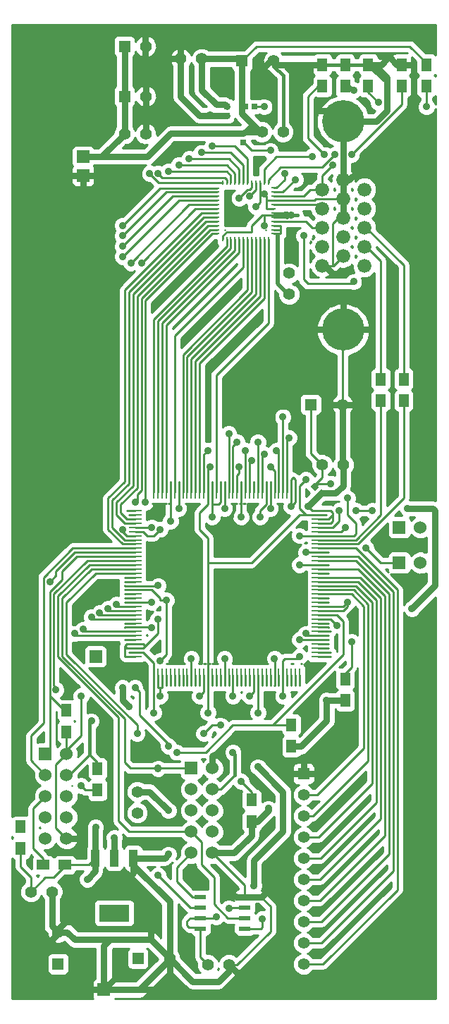
<source format=gtl>
G04 (created by PCBNEW (22-Jun-2014 BZR 4027)-stable) date Tue Mar 31 03:02:01 2015*
%MOIN*%
G04 Gerber Fmt 3.4, Leading zero omitted, Abs format*
%FSLAX34Y34*%
G01*
G70*
G90*
G04 APERTURE LIST*
%ADD10C,0.00590551*%
%ADD11R,0.06X0.06*%
%ADD12C,0.06*%
%ADD13R,0.0590551X0.0590551*%
%ADD14R,0.0315X0.0275*%
%ADD15R,0.0275X0.0315*%
%ADD16R,0.0472X0.0591*%
%ADD17R,0.0591X0.0472*%
%ADD18C,0.055*%
%ADD19R,0.0236X0.0098*%
%ADD20R,0.0098X0.0236*%
%ADD21R,0.0551X0.0236*%
%ADD22R,0.06X0.01*%
%ADD23R,0.01X0.06*%
%ADD24C,0.066*%
%ADD25C,0.2*%
%ADD26R,0.055X0.055*%
%ADD27R,0.144X0.08*%
%ADD28R,0.04X0.08*%
%ADD29C,0.16*%
%ADD30C,0.035*%
%ADD31C,0.0314961*%
%ADD32C,0.01*%
%ADD33C,0.015748*%
G04 APERTURE END LIST*
G54D10*
G54D11*
X71350Y-31397D03*
G54D12*
X72350Y-31397D03*
G54D13*
X56397Y-13090D03*
G54D14*
X64487Y-9842D03*
X64055Y-9842D03*
G54D15*
X63976Y-11102D03*
X63976Y-11534D03*
G54D16*
X53444Y-44901D03*
X53444Y-43877D03*
G54D11*
X57381Y-51574D03*
G54D17*
X55531Y-45669D03*
X54507Y-45669D03*
G54D16*
X64370Y-43622D03*
X64370Y-42598D03*
X66240Y-40078D03*
X66240Y-39054D03*
X68799Y-37913D03*
X68799Y-36889D03*
X57086Y-42145D03*
X57086Y-41121D03*
X55610Y-39389D03*
X55610Y-38365D03*
G54D18*
X63295Y-50393D03*
X62295Y-50393D03*
X62015Y-7578D03*
X61015Y-7578D03*
G54D16*
X72637Y-8878D03*
X72637Y-7854D03*
X71456Y-8878D03*
X71456Y-7854D03*
G54D18*
X66141Y-18708D03*
X66141Y-17708D03*
G54D19*
X62736Y-13681D03*
X62736Y-13878D03*
X62736Y-14075D03*
X62736Y-14272D03*
X62736Y-14468D03*
X62736Y-14665D03*
X62736Y-14862D03*
X62736Y-15059D03*
X62736Y-15256D03*
X62736Y-15453D03*
X62736Y-15650D03*
X62736Y-15846D03*
X65412Y-14270D03*
X65412Y-14074D03*
X65412Y-13877D03*
X65412Y-13680D03*
G54D20*
X63779Y-16102D03*
X63975Y-16102D03*
X64172Y-16102D03*
X64369Y-16102D03*
X64566Y-16102D03*
X64763Y-16102D03*
X64960Y-16102D03*
X65157Y-16102D03*
X62992Y-16102D03*
X63189Y-16102D03*
X63386Y-16102D03*
X63582Y-16102D03*
G54D19*
X65412Y-15845D03*
X65413Y-15648D03*
X65413Y-15452D03*
X65413Y-15255D03*
X65413Y-15058D03*
X65413Y-14861D03*
X65413Y-14664D03*
X65413Y-14467D03*
G54D20*
X65157Y-13425D03*
X64960Y-13425D03*
X64763Y-13425D03*
X64567Y-13425D03*
X64370Y-13425D03*
X64173Y-13425D03*
X63976Y-13425D03*
X63779Y-13425D03*
X63582Y-13425D03*
X63385Y-13425D03*
X63189Y-13425D03*
X62992Y-13425D03*
G54D21*
X61942Y-48683D03*
X64042Y-48683D03*
X61942Y-48183D03*
X61942Y-47683D03*
X61942Y-47183D03*
X64042Y-48183D03*
X64042Y-47683D03*
X64042Y-47183D03*
G54D22*
X58863Y-28936D03*
X58863Y-29136D03*
X58863Y-29331D03*
X58863Y-29526D03*
X58863Y-29726D03*
X58863Y-29921D03*
X58863Y-30116D03*
X58863Y-30316D03*
X58863Y-30511D03*
X58863Y-30706D03*
X58863Y-30906D03*
X58863Y-31101D03*
X58863Y-31296D03*
X58863Y-31496D03*
X58863Y-31691D03*
X58863Y-31886D03*
X58863Y-32086D03*
X58863Y-32281D03*
X58863Y-32481D03*
X58863Y-32676D03*
X58863Y-32876D03*
X58863Y-33071D03*
X58863Y-33266D03*
X58863Y-33466D03*
X58863Y-33661D03*
X58863Y-33856D03*
X58863Y-34056D03*
X58863Y-34251D03*
X58863Y-34446D03*
X58863Y-34646D03*
X58863Y-34841D03*
X58863Y-35036D03*
X58863Y-35236D03*
X58863Y-35431D03*
X58863Y-35626D03*
X58863Y-35826D03*
G54D23*
X65453Y-36706D03*
X65648Y-36706D03*
X65843Y-36706D03*
X66043Y-36706D03*
X66238Y-36706D03*
X66433Y-36706D03*
X66633Y-36706D03*
X65648Y-28056D03*
X65453Y-28056D03*
X65253Y-28056D03*
X65058Y-28056D03*
X64863Y-28056D03*
X64663Y-28056D03*
X64468Y-28056D03*
X64273Y-28056D03*
X64073Y-28056D03*
X63878Y-28056D03*
X63683Y-28056D03*
X63483Y-28056D03*
X63288Y-28056D03*
X63088Y-28056D03*
X62893Y-28056D03*
X62693Y-28056D03*
X62498Y-28056D03*
X62303Y-28056D03*
X62103Y-28056D03*
X61908Y-28056D03*
X61713Y-28056D03*
X61513Y-28056D03*
X61318Y-28056D03*
X61123Y-28056D03*
X60923Y-28056D03*
X60728Y-28056D03*
X60533Y-28056D03*
X60333Y-28056D03*
X60138Y-28056D03*
X59943Y-28056D03*
X59743Y-28056D03*
X59743Y-36706D03*
X59943Y-36706D03*
X60138Y-36706D03*
X60333Y-36706D03*
X60533Y-36706D03*
X60728Y-36706D03*
X60923Y-36706D03*
X61123Y-36706D03*
X61318Y-36706D03*
X61513Y-36706D03*
X61713Y-36706D03*
X61908Y-36706D03*
X62103Y-36706D03*
X62303Y-36706D03*
X62498Y-36706D03*
X62693Y-36706D03*
X62893Y-36706D03*
X63088Y-36706D03*
X63288Y-36706D03*
X63483Y-36706D03*
X63683Y-36706D03*
X63878Y-36706D03*
X64073Y-36706D03*
X64273Y-36706D03*
X64468Y-36706D03*
X64663Y-36706D03*
X64863Y-36706D03*
X65058Y-36706D03*
X65253Y-36706D03*
G54D22*
X67513Y-34841D03*
X67513Y-34646D03*
X67513Y-34446D03*
X67513Y-34251D03*
X67513Y-34056D03*
X67513Y-33856D03*
X67513Y-33661D03*
X67513Y-33466D03*
X67513Y-33266D03*
X67513Y-33071D03*
X67513Y-32876D03*
X67513Y-32676D03*
X67513Y-32481D03*
X67513Y-32281D03*
X67513Y-32086D03*
X67513Y-31886D03*
X67513Y-31691D03*
X67513Y-31496D03*
X67513Y-31296D03*
X67513Y-31101D03*
X67513Y-30906D03*
X67513Y-30706D03*
X67513Y-30511D03*
X67513Y-30316D03*
X67513Y-30116D03*
X67513Y-29921D03*
X67513Y-29726D03*
X67513Y-29526D03*
X67513Y-29331D03*
X67513Y-29136D03*
X67513Y-28936D03*
X67513Y-35826D03*
X67513Y-35626D03*
X67513Y-35431D03*
X67513Y-35236D03*
X67513Y-35036D03*
G54D23*
X66633Y-28056D03*
X66433Y-28056D03*
X66238Y-28056D03*
X66043Y-28056D03*
X65843Y-28056D03*
G54D11*
X61507Y-41110D03*
G54D12*
X62507Y-41110D03*
X61507Y-42110D03*
X62507Y-42110D03*
X61507Y-43110D03*
X62507Y-43110D03*
X61507Y-44110D03*
X62507Y-44110D03*
X61507Y-45110D03*
X62507Y-45110D03*
G54D11*
X54618Y-40421D03*
G54D12*
X55618Y-40421D03*
X54618Y-41421D03*
X55618Y-41421D03*
X54618Y-42421D03*
X55618Y-42421D03*
X54618Y-43421D03*
X55618Y-43421D03*
X54618Y-44421D03*
X55618Y-44421D03*
G54D24*
X67700Y-13752D03*
X67700Y-14652D03*
X67700Y-15552D03*
X67700Y-16452D03*
X67700Y-17352D03*
X68700Y-13302D03*
X68700Y-14202D03*
X68700Y-15102D03*
X68700Y-16002D03*
X68700Y-16902D03*
X69700Y-13752D03*
X69700Y-14652D03*
X69700Y-15552D03*
X69700Y-16452D03*
X69700Y-17352D03*
G54D25*
X68700Y-10532D03*
X68700Y-20372D03*
G54D16*
X68799Y-8878D03*
X68799Y-7854D03*
X69881Y-8878D03*
X69881Y-7854D03*
X67716Y-8878D03*
X67716Y-7854D03*
X71555Y-23740D03*
X71555Y-22716D03*
X70472Y-23740D03*
X70472Y-22716D03*
G54D13*
X56397Y-12204D03*
G54D26*
X63915Y-7677D03*
G54D18*
X65415Y-7677D03*
X64854Y-11023D03*
X65854Y-11023D03*
G54D15*
X63188Y-9823D03*
X63188Y-10255D03*
G54D10*
G36*
X67463Y-28091D02*
X67658Y-27896D01*
X67881Y-28119D01*
X67686Y-28314D01*
X67463Y-28091D01*
X67463Y-28091D01*
G37*
G36*
X67158Y-27785D02*
X67352Y-27591D01*
X67575Y-27814D01*
X67381Y-28008D01*
X67158Y-27785D01*
X67158Y-27785D01*
G37*
G54D18*
X67708Y-26771D03*
X68708Y-26771D03*
G54D26*
X67163Y-23917D03*
G54D18*
X68663Y-23917D03*
G54D11*
X56988Y-35826D03*
G54D27*
X57874Y-47953D03*
G54D28*
X57874Y-45353D03*
X56974Y-45353D03*
X58774Y-45353D03*
G54D18*
X58956Y-43216D03*
X58956Y-42216D03*
G54D26*
X58994Y-50098D03*
G54D18*
X60494Y-50098D03*
G54D26*
X55216Y-50356D03*
G54D18*
X55216Y-48856D03*
X53929Y-46948D03*
X54929Y-46948D03*
G54D26*
X66830Y-41366D03*
G54D18*
X66830Y-42366D03*
X66830Y-43366D03*
X66830Y-44366D03*
X66830Y-45366D03*
X66830Y-46366D03*
X66830Y-47366D03*
X66830Y-48366D03*
X66830Y-49366D03*
X66830Y-50366D03*
G54D26*
X58358Y-6988D03*
G54D18*
X59358Y-6988D03*
G54D26*
X58358Y-9350D03*
G54D18*
X59358Y-9350D03*
X58358Y-11122D03*
X59358Y-11122D03*
G54D11*
X71350Y-29724D03*
G54D12*
X72350Y-29724D03*
G54D29*
X56299Y-7086D03*
X54330Y-29921D03*
X71259Y-50393D03*
G54D30*
X69783Y-30708D03*
X68799Y-29724D03*
X68110Y-27657D03*
X68897Y-28346D03*
X70078Y-28937D03*
X69291Y-28937D03*
X68503Y-28937D03*
X71948Y-33562D03*
X71751Y-28838D03*
X62401Y-10236D03*
X64960Y-9842D03*
X66437Y-13287D03*
X65255Y-11909D03*
X65944Y-12992D03*
X66633Y-35826D03*
X56594Y-46358D03*
X60433Y-43110D03*
X57874Y-44389D03*
X64468Y-46653D03*
X64665Y-41043D03*
X60433Y-45177D03*
X56988Y-43897D03*
X58267Y-37303D03*
X58562Y-38188D03*
X65255Y-28838D03*
X60039Y-29822D03*
X60531Y-29429D03*
X63877Y-29232D03*
X66633Y-30118D03*
X59940Y-46161D03*
X59940Y-41141D03*
X59940Y-41110D03*
X64862Y-48228D03*
X65157Y-43011D03*
X63287Y-47736D03*
X62696Y-48129D03*
X63877Y-41732D03*
X60433Y-40059D03*
X58858Y-37303D03*
X60039Y-36023D03*
X60334Y-33169D03*
X67913Y-37893D03*
X69094Y-35137D03*
X68405Y-34350D03*
X62893Y-39074D03*
X62106Y-39468D03*
X58956Y-39468D03*
X63484Y-40354D03*
X56791Y-38877D03*
X60826Y-40354D03*
X55118Y-37401D03*
X56299Y-41929D03*
X56299Y-37696D03*
X54822Y-32283D03*
X56003Y-34744D03*
X58267Y-15452D03*
X56397Y-34547D03*
X58267Y-15944D03*
X56791Y-33956D03*
X58267Y-16437D03*
X57185Y-33759D03*
X58267Y-16929D03*
X57578Y-33562D03*
X58661Y-17224D03*
X57972Y-33366D03*
X59153Y-17224D03*
X68897Y-33267D03*
X59940Y-34055D03*
X59940Y-32480D03*
X66929Y-34744D03*
X66929Y-30905D03*
X62303Y-26082D03*
X58858Y-28543D03*
X59350Y-28543D03*
X58267Y-29822D03*
X59744Y-38484D03*
X60039Y-37696D03*
X61909Y-37696D03*
X63484Y-37696D03*
X65846Y-37696D03*
X64271Y-37696D03*
X67027Y-28740D03*
X66929Y-27460D03*
X66240Y-28740D03*
X64763Y-29232D03*
X62500Y-29232D03*
X60925Y-28838D03*
X63090Y-28838D03*
X65452Y-35925D03*
X61515Y-35925D03*
X63090Y-35925D03*
X66633Y-35039D03*
X66633Y-31496D03*
X59645Y-34448D03*
X59645Y-29724D03*
X59645Y-33267D03*
X64665Y-38484D03*
X62303Y-38484D03*
X63779Y-26870D03*
X62401Y-26870D03*
X64960Y-15452D03*
X64960Y-13976D03*
X64566Y-14566D03*
X66141Y-25492D03*
X64271Y-14074D03*
X65846Y-24507D03*
X63779Y-14173D03*
X65551Y-26082D03*
X62500Y-11712D03*
X65255Y-26870D03*
X62007Y-12007D03*
X64960Y-26279D03*
X61417Y-12303D03*
X64665Y-25688D03*
X60925Y-12598D03*
X64370Y-26574D03*
X60433Y-12893D03*
X64074Y-26082D03*
X59940Y-12992D03*
X63681Y-25688D03*
X59547Y-12992D03*
X63287Y-25295D03*
X67224Y-12204D03*
X66830Y-15944D03*
X69192Y-18110D03*
X72637Y-9842D03*
X69192Y-9055D03*
X68307Y-12106D03*
X69094Y-12106D03*
X66240Y-14960D03*
X67814Y-12106D03*
X70374Y-9645D03*
X68208Y-12598D03*
G54D31*
X64042Y-47183D02*
X63620Y-47183D01*
X63620Y-47183D02*
X63385Y-46948D01*
X64042Y-47183D02*
X64824Y-47183D01*
X64824Y-47183D02*
X65157Y-46850D01*
X62507Y-41110D02*
X62507Y-40543D01*
X62507Y-40543D02*
X62598Y-40452D01*
X66830Y-41366D02*
X66830Y-40846D01*
X66830Y-41366D02*
X66169Y-41366D01*
X66169Y-41366D02*
X66141Y-41338D01*
X66830Y-41366D02*
X67448Y-41366D01*
X67448Y-41366D02*
X67519Y-41437D01*
X63295Y-50393D02*
X63295Y-50401D01*
X63295Y-50401D02*
X64271Y-51377D01*
X57381Y-51574D02*
X60039Y-51574D01*
X60039Y-51574D02*
X60137Y-51673D01*
X57381Y-51574D02*
X58169Y-50787D01*
X57381Y-51574D02*
X56496Y-51574D01*
X60494Y-50098D02*
X60494Y-51635D01*
X60494Y-51635D02*
X60531Y-51673D01*
X59608Y-49212D02*
X59608Y-48856D01*
X59608Y-48856D02*
X59842Y-48622D01*
X58774Y-45353D02*
X58774Y-46048D01*
X58774Y-46048D02*
X58267Y-46555D01*
X55216Y-48856D02*
X55216Y-48720D01*
X55216Y-48720D02*
X55807Y-48129D01*
X55216Y-48856D02*
X55216Y-48917D01*
X55216Y-48917D02*
X54527Y-49606D01*
X55618Y-44421D02*
X56267Y-44421D01*
X56267Y-44421D02*
X56299Y-44389D01*
X68700Y-20372D02*
X69979Y-20372D01*
X69979Y-20372D02*
X69980Y-20374D01*
X68700Y-20372D02*
X68700Y-18897D01*
X68700Y-20372D02*
X67225Y-20372D01*
X67225Y-20372D02*
X67125Y-20472D01*
X68663Y-23917D02*
X68110Y-23917D01*
X68663Y-23917D02*
X69291Y-23917D01*
X67700Y-17352D02*
X67844Y-17352D01*
X67844Y-17352D02*
X68208Y-17716D01*
X68700Y-13302D02*
X68980Y-13302D01*
X68980Y-13302D02*
X69488Y-12795D01*
X67421Y-10039D02*
X68207Y-10039D01*
X68207Y-10039D02*
X68700Y-10532D01*
X71456Y-7854D02*
X71928Y-7854D01*
X71928Y-7854D02*
X71948Y-7874D01*
X69881Y-7854D02*
X70492Y-7854D01*
X71239Y-7854D02*
X70866Y-7480D01*
X71239Y-7854D02*
X71456Y-7854D01*
X70492Y-7854D02*
X70866Y-7480D01*
X67716Y-7854D02*
X65592Y-7854D01*
X65592Y-7854D02*
X65415Y-7677D01*
X67716Y-7854D02*
X66949Y-7854D01*
X66949Y-7854D02*
X66633Y-8169D01*
X65415Y-7677D02*
X65255Y-7677D01*
X65255Y-7677D02*
X64566Y-8366D01*
X61015Y-7578D02*
X61015Y-6799D01*
X61015Y-6799D02*
X61023Y-6791D01*
X61015Y-7578D02*
X60433Y-7578D01*
X60433Y-7578D02*
X60334Y-7677D01*
X56397Y-13090D02*
X56397Y-13877D01*
X56397Y-13877D02*
X56299Y-13976D01*
X56397Y-13090D02*
X55610Y-13090D01*
X56397Y-13090D02*
X57086Y-13090D01*
X57086Y-13090D02*
X57185Y-13188D01*
X59350Y-6299D02*
X59350Y-6980D01*
X59358Y-10228D02*
X59358Y-11122D01*
X59358Y-7685D02*
X59358Y-10228D01*
X59350Y-7677D02*
X59358Y-7685D01*
X59350Y-6980D02*
X59350Y-7677D01*
G54D32*
X67913Y-29921D02*
X68602Y-29921D01*
X70472Y-31397D02*
X71350Y-31397D01*
X69783Y-30708D02*
X70472Y-31397D01*
X68602Y-29921D02*
X68799Y-29724D01*
X68503Y-30116D02*
X69191Y-30116D01*
X67377Y-27800D02*
X67366Y-27800D01*
X67519Y-27657D02*
X67377Y-27800D01*
X68110Y-27657D02*
X67519Y-27657D01*
X68897Y-29133D02*
X68897Y-28346D01*
X69291Y-29527D02*
X68897Y-29133D01*
X69291Y-30017D02*
X69291Y-29527D01*
X69191Y-30116D02*
X69291Y-30017D01*
X67513Y-29726D02*
X68206Y-29726D01*
X69291Y-28937D02*
X70078Y-28937D01*
X68503Y-29429D02*
X68503Y-28937D01*
X68206Y-29726D02*
X68503Y-29429D01*
G54D31*
X73031Y-32480D02*
X71948Y-33562D01*
X73031Y-28937D02*
X73031Y-32480D01*
X72933Y-28838D02*
X73031Y-28937D01*
X71751Y-28838D02*
X72933Y-28838D01*
X62401Y-10236D02*
X62401Y-10255D01*
X62401Y-10255D02*
X62401Y-10236D01*
X62401Y-10236D02*
X62401Y-10255D01*
X63976Y-11102D02*
X60550Y-11102D01*
X59448Y-12204D02*
X57275Y-12204D01*
X60550Y-11102D02*
X59448Y-12204D01*
X64854Y-11023D02*
X64055Y-11023D01*
X64055Y-11023D02*
X63976Y-11102D01*
X63915Y-7677D02*
X63915Y-9805D01*
X63915Y-9805D02*
X63915Y-10175D01*
X63915Y-10175D02*
X64763Y-11023D01*
X64763Y-11023D02*
X64854Y-11023D01*
X56397Y-12204D02*
X57275Y-12204D01*
X57275Y-12204D02*
X58358Y-11122D01*
X58358Y-11122D02*
X58358Y-9350D01*
X58358Y-9350D02*
X58358Y-6988D01*
G54D32*
X65412Y-13877D02*
X65846Y-13877D01*
X64960Y-9842D02*
X64487Y-9842D01*
X65846Y-13877D02*
X66437Y-13287D01*
X65412Y-13680D02*
X65550Y-13680D01*
X63995Y-11534D02*
X63976Y-11534D01*
X64370Y-11909D02*
X63995Y-11534D01*
X65255Y-11909D02*
X64370Y-11909D01*
X65944Y-13286D02*
X65944Y-12992D01*
X65550Y-13680D02*
X65944Y-13286D01*
G54D31*
X63188Y-10255D02*
X62401Y-10255D01*
X62401Y-10255D02*
X61890Y-10255D01*
X61890Y-10255D02*
X61015Y-9380D01*
X61015Y-9380D02*
X61015Y-7578D01*
X62015Y-7578D02*
X62015Y-9062D01*
X62015Y-9062D02*
X62696Y-9744D01*
X63109Y-9744D02*
X63188Y-9823D01*
X62696Y-9744D02*
X63109Y-9744D01*
X62015Y-7578D02*
X63816Y-7578D01*
X63816Y-7578D02*
X63915Y-7677D01*
G54D32*
X55531Y-45669D02*
X55531Y-45747D01*
X54618Y-46259D02*
X53929Y-46948D01*
X55019Y-46259D02*
X54618Y-46259D01*
X55531Y-45747D02*
X55019Y-46259D01*
X53444Y-44901D02*
X53444Y-45767D01*
X53444Y-45767D02*
X53929Y-46251D01*
X53929Y-46251D02*
X53929Y-46948D01*
X55531Y-45669D02*
X56658Y-45669D01*
X56658Y-45669D02*
X56974Y-45353D01*
X55610Y-39389D02*
X55610Y-40413D01*
X55610Y-40413D02*
X55618Y-40421D01*
X71259Y-36122D02*
X71259Y-36220D01*
X69289Y-30706D02*
X71259Y-32677D01*
X71259Y-32677D02*
X71259Y-36122D01*
X67513Y-30706D02*
X69289Y-30706D01*
X71259Y-46850D02*
X67744Y-50366D01*
X67744Y-50366D02*
X66830Y-50366D01*
X71259Y-36220D02*
X71259Y-46850D01*
X68663Y-23917D02*
X68663Y-20410D01*
X68663Y-20410D02*
X68700Y-20372D01*
X58863Y-32676D02*
X58366Y-32676D01*
X58366Y-32676D02*
X58366Y-32677D01*
X58863Y-32481D02*
X58367Y-32481D01*
X58367Y-32481D02*
X58366Y-32480D01*
G54D31*
X63295Y-50393D02*
X63295Y-50681D01*
X63295Y-50681D02*
X62795Y-51181D01*
X62795Y-51181D02*
X61576Y-51181D01*
X61576Y-51181D02*
X60494Y-50098D01*
X57381Y-51574D02*
X57381Y-49507D01*
X57381Y-49507D02*
X57677Y-49212D01*
X60494Y-50098D02*
X60494Y-50135D01*
X60494Y-50135D02*
X59055Y-51574D01*
X59055Y-51574D02*
X57381Y-51574D01*
G54D32*
X65843Y-36706D02*
X65843Y-36026D01*
X65843Y-36026D02*
X65944Y-35925D01*
X65944Y-35925D02*
X66535Y-35925D01*
X66535Y-35925D02*
X66633Y-35826D01*
X66830Y-49366D02*
X67673Y-49366D01*
X69389Y-31101D02*
X71062Y-32775D01*
X71062Y-32775D02*
X71062Y-36122D01*
X69389Y-31101D02*
X67513Y-31101D01*
X71062Y-45976D02*
X71062Y-36122D01*
X67673Y-49366D02*
X71062Y-45976D01*
X70866Y-36122D02*
X70866Y-45177D01*
X69289Y-31296D02*
X70866Y-32874D01*
X70866Y-32874D02*
X70866Y-36122D01*
X67513Y-31296D02*
X69289Y-31296D01*
X67677Y-48366D02*
X66830Y-48366D01*
X70866Y-45177D02*
X67677Y-48366D01*
X70669Y-36122D02*
X70669Y-44291D01*
X69388Y-31691D02*
X70669Y-32972D01*
X70669Y-32972D02*
X70669Y-36122D01*
X67513Y-31691D02*
X69388Y-31691D01*
X67594Y-47366D02*
X66830Y-47366D01*
X70669Y-44291D02*
X67594Y-47366D01*
X70472Y-36122D02*
X70472Y-43503D01*
X69488Y-32086D02*
X70472Y-33070D01*
X70472Y-33070D02*
X70472Y-36122D01*
X67513Y-32086D02*
X69488Y-32086D01*
X67610Y-46366D02*
X66830Y-46366D01*
X70472Y-43503D02*
X67610Y-46366D01*
X70275Y-36122D02*
X70275Y-42716D01*
X67513Y-32281D02*
X69388Y-32281D01*
X69388Y-32281D02*
X70275Y-33169D01*
X70275Y-36122D02*
X70275Y-33169D01*
X67625Y-45366D02*
X66830Y-45366D01*
X70275Y-42716D02*
X67625Y-45366D01*
X70078Y-36122D02*
X70078Y-41830D01*
X69289Y-32481D02*
X70078Y-33270D01*
X70078Y-33270D02*
X70078Y-36122D01*
X67513Y-32481D02*
X69289Y-32481D01*
X67543Y-44366D02*
X66830Y-44366D01*
X70078Y-41830D02*
X67543Y-44366D01*
X69881Y-39763D02*
X69881Y-40748D01*
X69192Y-32676D02*
X69881Y-33366D01*
X69881Y-33366D02*
X69881Y-36122D01*
X67513Y-32676D02*
X69192Y-32676D01*
X69881Y-36122D02*
X69881Y-39763D01*
X67263Y-43366D02*
X66830Y-43366D01*
X69881Y-40748D02*
X67263Y-43366D01*
X69685Y-38877D02*
X69685Y-40157D01*
X67513Y-32876D02*
X69097Y-32876D01*
X69685Y-33464D02*
X69685Y-36122D01*
X69097Y-32876D02*
X69685Y-33464D01*
X69685Y-36122D02*
X69685Y-38877D01*
X67476Y-42366D02*
X66830Y-42366D01*
X69685Y-40157D02*
X67476Y-42366D01*
G54D31*
X54929Y-46948D02*
X54929Y-48568D01*
X54929Y-48568D02*
X55216Y-48856D01*
X55216Y-48856D02*
X55647Y-48856D01*
X55647Y-48856D02*
X56003Y-49212D01*
X56003Y-49212D02*
X57677Y-49212D01*
X59608Y-49212D02*
X60494Y-50098D01*
X57677Y-49212D02*
X59608Y-49212D01*
X56974Y-45353D02*
X56974Y-45978D01*
X56974Y-45978D02*
X56594Y-46358D01*
X58774Y-45353D02*
X58774Y-45683D01*
X58774Y-45683D02*
X60494Y-47403D01*
X60494Y-47403D02*
X60494Y-50098D01*
X59539Y-42216D02*
X58956Y-42216D01*
X60433Y-43110D02*
X59539Y-42216D01*
X57874Y-44389D02*
X57874Y-45353D01*
X64468Y-45472D02*
X64468Y-46653D01*
X65846Y-44094D02*
X64468Y-45472D01*
X65846Y-42224D02*
X65846Y-44094D01*
X64665Y-41043D02*
X65846Y-42224D01*
X60256Y-45353D02*
X58774Y-45353D01*
X60433Y-45177D02*
X60256Y-45353D01*
X56974Y-43911D02*
X56974Y-45353D01*
X56988Y-43897D02*
X56974Y-43911D01*
X58267Y-37893D02*
X58562Y-38188D01*
X58267Y-37893D02*
X58267Y-37303D01*
G54D32*
X62776Y-9823D02*
X63188Y-9823D01*
X62015Y-9062D02*
X62776Y-9823D01*
X67513Y-29136D02*
X66630Y-29136D01*
X64370Y-31397D02*
X62303Y-31397D01*
X66630Y-29136D02*
X64370Y-31397D01*
X62303Y-36706D02*
X62303Y-31397D01*
X62303Y-31397D02*
X62303Y-30217D01*
X62303Y-30217D02*
X61909Y-29822D01*
X61909Y-29822D02*
X61909Y-29035D01*
X61909Y-29035D02*
X62303Y-28640D01*
X62303Y-28640D02*
X62303Y-28056D01*
G54D31*
X67672Y-28105D02*
X67662Y-28105D01*
X67662Y-28105D02*
X67027Y-28740D01*
X68708Y-26771D02*
X68708Y-27748D01*
X68708Y-27748D02*
X68351Y-28105D01*
X68351Y-28105D02*
X67672Y-28105D01*
X68663Y-23917D02*
X68663Y-26726D01*
X68663Y-26726D02*
X68708Y-26771D01*
X68700Y-10532D02*
X68700Y-15102D01*
X69881Y-7854D02*
X70157Y-7854D01*
X70767Y-8464D02*
X70767Y-10039D01*
X70157Y-7854D02*
X70767Y-8464D01*
X70767Y-10039D02*
X70274Y-10532D01*
X70274Y-10532D02*
X68700Y-10532D01*
G54D32*
X65253Y-28056D02*
X65253Y-28836D01*
X65253Y-28836D02*
X65255Y-28838D01*
G54D31*
X64370Y-43622D02*
X64370Y-44291D01*
X63551Y-45110D02*
X62507Y-45110D01*
X64370Y-44291D02*
X63551Y-45110D01*
X65157Y-43011D02*
X65157Y-43110D01*
X64645Y-43622D02*
X64370Y-43622D01*
X65157Y-43110D02*
X64645Y-43622D01*
X67913Y-37893D02*
X67913Y-38877D01*
X66712Y-40078D02*
X66240Y-40078D01*
X67913Y-38877D02*
X66712Y-40078D01*
X67913Y-37893D02*
X68779Y-37893D01*
X68779Y-37893D02*
X68799Y-37913D01*
G54D32*
X59744Y-30118D02*
X60039Y-29822D01*
X59448Y-30118D02*
X59744Y-30118D01*
X59252Y-29921D02*
X59448Y-30118D01*
X58863Y-29921D02*
X59252Y-29921D01*
X63878Y-28056D02*
X63878Y-29231D01*
X63878Y-29231D02*
X63877Y-29232D01*
X67513Y-30116D02*
X66635Y-30116D01*
X66633Y-30118D02*
X66635Y-30116D01*
X64042Y-47183D02*
X64801Y-47183D01*
X64801Y-47183D02*
X65255Y-47637D01*
X65255Y-47637D02*
X65255Y-48818D01*
X65255Y-48818D02*
X63681Y-50393D01*
X63681Y-50393D02*
X63295Y-50393D01*
X61942Y-48683D02*
X61942Y-50040D01*
X61942Y-50040D02*
X62295Y-50393D01*
X61942Y-47683D02*
X61462Y-47683D01*
X61462Y-47683D02*
X59940Y-46161D01*
X59940Y-41141D02*
X59940Y-41110D01*
X64801Y-48683D02*
X64042Y-48683D01*
X64862Y-48622D02*
X64801Y-48683D01*
X64862Y-48228D02*
X64862Y-48622D01*
X64042Y-47183D02*
X64042Y-46644D01*
X64042Y-46644D02*
X62507Y-45110D01*
X61942Y-48183D02*
X62643Y-48183D01*
X63340Y-47683D02*
X64042Y-47683D01*
X63287Y-47736D02*
X63340Y-47683D01*
X62643Y-48183D02*
X62696Y-48129D01*
X61942Y-48183D02*
X61462Y-48183D01*
X61881Y-48622D02*
X61942Y-48683D01*
X61417Y-48622D02*
X61881Y-48622D01*
X61318Y-48523D02*
X61417Y-48622D01*
X61318Y-48326D02*
X61318Y-48523D01*
X61462Y-48183D02*
X61318Y-48326D01*
X64042Y-48183D02*
X63242Y-48183D01*
X62007Y-44610D02*
X61507Y-44110D01*
X62007Y-45669D02*
X62007Y-44610D01*
X62598Y-46259D02*
X62007Y-45669D01*
X62598Y-47539D02*
X62598Y-46259D01*
X63242Y-48183D02*
X62598Y-47539D01*
X61942Y-47183D02*
X61553Y-47183D01*
X60826Y-45791D02*
X61507Y-45110D01*
X60826Y-46456D02*
X60826Y-45791D01*
X61553Y-47183D02*
X60826Y-46456D01*
X54507Y-45669D02*
X54507Y-45354D01*
X54035Y-43003D02*
X54618Y-42421D01*
X54035Y-44881D02*
X54035Y-43003D01*
X54507Y-45354D02*
X54035Y-44881D01*
X64370Y-42598D02*
X64370Y-42224D01*
X64370Y-42224D02*
X63877Y-41732D01*
X60334Y-33169D02*
X60334Y-35728D01*
X59055Y-38582D02*
X60433Y-39960D01*
X60433Y-39960D02*
X60433Y-40059D01*
X59055Y-37500D02*
X59055Y-38484D01*
X58858Y-37303D02*
X59055Y-37500D01*
X59055Y-38484D02*
X59055Y-38582D01*
X60334Y-35728D02*
X60039Y-36023D01*
X60334Y-33169D02*
X60039Y-33169D01*
X66240Y-39054D02*
X65374Y-39054D01*
X65374Y-39054D02*
X65354Y-39074D01*
X67513Y-34056D02*
X68112Y-34056D01*
X68799Y-36614D02*
X68799Y-36889D01*
X69094Y-36318D02*
X68799Y-36614D01*
X69094Y-35137D02*
X69094Y-36318D01*
X68112Y-34056D02*
X68405Y-34350D01*
X59645Y-32676D02*
X60039Y-33070D01*
X60039Y-33070D02*
X60039Y-33169D01*
X58863Y-32676D02*
X59645Y-32676D01*
X58956Y-39074D02*
X58956Y-39468D01*
X56991Y-31886D02*
X55610Y-33267D01*
X55610Y-33267D02*
X55610Y-35728D01*
X55610Y-35728D02*
X58956Y-39074D01*
X56991Y-31886D02*
X58863Y-31886D01*
X62500Y-39074D02*
X62893Y-39074D01*
X62106Y-39468D02*
X62500Y-39074D01*
X62507Y-42110D02*
X62909Y-42110D01*
X62909Y-42110D02*
X63582Y-41437D01*
G54D33*
X63582Y-40452D02*
X63582Y-41437D01*
X63484Y-40354D02*
X63582Y-40452D01*
X56692Y-38976D02*
X56692Y-40452D01*
X56791Y-38877D02*
X56692Y-38976D01*
G54D32*
X67513Y-33856D02*
X68404Y-33856D01*
X62204Y-40354D02*
X60826Y-40354D01*
X63484Y-39074D02*
X62204Y-40354D01*
X65354Y-39074D02*
X63484Y-39074D01*
X68700Y-35728D02*
X65354Y-39074D01*
X68700Y-34153D02*
X68700Y-35728D01*
X68404Y-33856D02*
X68700Y-34153D01*
X58863Y-31691D02*
X56792Y-31691D01*
X58629Y-41110D02*
X61507Y-41110D01*
X58366Y-40846D02*
X58629Y-41110D01*
X58366Y-38779D02*
X58366Y-40846D01*
X55413Y-35826D02*
X58366Y-38779D01*
X55413Y-33070D02*
X55413Y-35826D01*
X56792Y-31691D02*
X55413Y-33070D01*
X58863Y-31496D02*
X56693Y-31496D01*
X58578Y-44110D02*
X61507Y-44110D01*
X58070Y-43602D02*
X58578Y-44110D01*
X58070Y-38681D02*
X58070Y-43602D01*
X55218Y-35828D02*
X58070Y-38681D01*
X55218Y-32972D02*
X55218Y-35828D01*
X56693Y-31496D02*
X55218Y-32972D01*
X58863Y-31296D02*
X56596Y-31296D01*
X56596Y-31296D02*
X55019Y-32874D01*
X55019Y-37204D02*
X55019Y-32874D01*
X55019Y-32874D02*
X55019Y-32874D01*
X55118Y-37303D02*
X55019Y-37204D01*
X55118Y-37401D02*
X55118Y-37303D01*
X58366Y-32086D02*
X58464Y-32086D01*
X57086Y-42145D02*
X56515Y-42145D01*
X56515Y-42145D02*
X56299Y-41929D01*
X57086Y-41121D02*
X57086Y-40846D01*
X57086Y-40846D02*
X56692Y-40452D01*
X55618Y-40421D02*
X55618Y-40444D01*
X55118Y-43921D02*
X55618Y-44421D01*
X55118Y-40944D02*
X55118Y-43921D01*
X55618Y-40444D02*
X55118Y-40944D01*
X55618Y-41421D02*
X55724Y-41421D01*
X55724Y-41421D02*
X56692Y-40452D01*
X56299Y-37696D02*
X56299Y-39566D01*
X56299Y-39566D02*
X55618Y-40248D01*
X55618Y-40248D02*
X55618Y-40421D01*
X55610Y-38365D02*
X55491Y-38365D01*
X55491Y-38365D02*
X54822Y-37696D01*
X58863Y-31101D02*
X56102Y-31102D01*
X54822Y-40216D02*
X54618Y-40421D01*
X54822Y-32775D02*
X54822Y-37696D01*
X54822Y-37696D02*
X54822Y-40216D01*
X55413Y-32185D02*
X54822Y-32775D01*
X55413Y-31791D02*
X55413Y-32185D01*
X56102Y-31102D02*
X55413Y-31791D01*
X56003Y-30905D02*
X58863Y-30906D01*
X55118Y-31791D02*
X56003Y-30905D01*
X55118Y-31988D02*
X55118Y-31791D01*
X54822Y-32283D02*
X55118Y-31988D01*
X54527Y-36122D02*
X54527Y-38976D01*
X55905Y-30708D02*
X54527Y-32086D01*
X54527Y-32086D02*
X54527Y-36122D01*
X58863Y-30706D02*
X55905Y-30708D01*
X53937Y-40740D02*
X54618Y-41421D01*
X53937Y-39566D02*
X53937Y-40740D01*
X54527Y-38976D02*
X53937Y-39566D01*
X56101Y-34841D02*
X56003Y-34744D01*
X58863Y-34841D02*
X56101Y-34841D01*
X60038Y-13681D02*
X58267Y-15452D01*
X60038Y-13681D02*
X62736Y-13681D01*
X56497Y-34646D02*
X56397Y-34547D01*
X58863Y-34646D02*
X56497Y-34646D01*
X60333Y-13878D02*
X58267Y-15944D01*
X60333Y-13878D02*
X62736Y-13878D01*
X56891Y-34056D02*
X56791Y-33956D01*
X58863Y-34056D02*
X56891Y-34056D01*
X60628Y-14075D02*
X58267Y-16437D01*
X60628Y-14075D02*
X62736Y-14075D01*
X57282Y-33856D02*
X57185Y-33759D01*
X58863Y-33856D02*
X57282Y-33856D01*
X60924Y-14272D02*
X58267Y-16929D01*
X60924Y-14272D02*
X62736Y-14272D01*
X57677Y-33661D02*
X57578Y-33562D01*
X58863Y-33661D02*
X57677Y-33661D01*
X61417Y-14468D02*
X58661Y-17224D01*
X61417Y-14468D02*
X62736Y-14468D01*
X58073Y-33466D02*
X57972Y-33366D01*
X58863Y-33466D02*
X58073Y-33466D01*
X61712Y-14665D02*
X59153Y-17224D01*
X61712Y-14665D02*
X62736Y-14665D01*
X68897Y-33267D02*
X68897Y-33464D01*
X68700Y-33661D02*
X67513Y-33661D01*
X68897Y-33464D02*
X68700Y-33661D01*
X68698Y-33466D02*
X67513Y-33466D01*
X68897Y-33267D02*
X68698Y-33466D01*
X67513Y-29136D02*
X67910Y-29136D01*
X67910Y-29136D02*
X67913Y-29133D01*
X68011Y-29921D02*
X67913Y-29921D01*
X67913Y-29921D02*
X67514Y-29921D01*
X67514Y-29921D02*
X67513Y-29921D01*
X67513Y-29726D02*
X68009Y-29726D01*
X68009Y-29726D02*
X68011Y-29724D01*
X67513Y-33071D02*
X68010Y-33071D01*
X68010Y-33071D02*
X68011Y-33070D01*
X67513Y-33266D02*
X68010Y-33266D01*
X68010Y-33266D02*
X68011Y-33267D01*
X68011Y-34251D02*
X67514Y-34251D01*
X67514Y-34251D02*
X67513Y-34251D01*
X67513Y-34446D02*
X68009Y-34446D01*
X68009Y-34446D02*
X68011Y-34448D01*
X67513Y-34646D02*
X68109Y-34646D01*
X68109Y-34646D02*
X68110Y-34645D01*
X67513Y-34841D02*
X68011Y-34841D01*
X68011Y-34841D02*
X68011Y-34842D01*
X67513Y-35036D02*
X68009Y-35036D01*
X68009Y-35036D02*
X68011Y-35039D01*
X68011Y-30905D02*
X67515Y-30905D01*
X67515Y-30905D02*
X67513Y-30906D01*
X68011Y-31496D02*
X67514Y-31496D01*
X67514Y-31496D02*
X67513Y-31496D01*
X68011Y-31889D02*
X67516Y-31889D01*
X67516Y-31889D02*
X67513Y-31886D01*
X67513Y-35236D02*
X68011Y-35236D01*
X68011Y-35236D02*
X68011Y-35236D01*
X67513Y-35431D02*
X68010Y-35431D01*
X68010Y-35431D02*
X68011Y-35433D01*
X67513Y-35826D02*
X68110Y-35826D01*
X68110Y-35826D02*
X68110Y-35826D01*
X67513Y-35626D02*
X68107Y-35626D01*
X68107Y-35626D02*
X68110Y-35629D01*
X66633Y-36706D02*
X66633Y-37204D01*
X66633Y-37204D02*
X66633Y-37204D01*
X66433Y-36706D02*
X66433Y-37201D01*
X66433Y-37201D02*
X66437Y-37204D01*
X66238Y-36706D02*
X66238Y-37203D01*
X66238Y-37203D02*
X66240Y-37204D01*
X66043Y-36706D02*
X66043Y-37204D01*
X66043Y-37204D02*
X66043Y-37204D01*
X65648Y-36706D02*
X65648Y-37204D01*
X65648Y-37204D02*
X65649Y-37204D01*
X65453Y-36706D02*
X65453Y-37203D01*
X65453Y-37203D02*
X65452Y-37204D01*
X65253Y-36706D02*
X65253Y-37202D01*
X65253Y-37202D02*
X65255Y-37204D01*
X65058Y-36706D02*
X65058Y-37204D01*
X65058Y-37204D02*
X65059Y-37204D01*
X64863Y-36706D02*
X64863Y-37202D01*
X64863Y-37202D02*
X64862Y-37204D01*
X64273Y-36706D02*
X64273Y-37202D01*
X64273Y-37202D02*
X64271Y-37204D01*
X64073Y-36706D02*
X64073Y-37203D01*
X64073Y-37203D02*
X64074Y-37204D01*
X63878Y-36706D02*
X63878Y-37203D01*
X63878Y-37203D02*
X63877Y-37204D01*
X63683Y-36706D02*
X63683Y-37201D01*
X63683Y-37201D02*
X63681Y-37204D01*
X63288Y-36706D02*
X63288Y-37203D01*
X63288Y-37203D02*
X63287Y-37204D01*
X61513Y-36706D02*
X61513Y-37202D01*
X61513Y-37202D02*
X61515Y-37204D01*
X63088Y-36706D02*
X63088Y-37203D01*
X63088Y-37203D02*
X63090Y-37204D01*
X62893Y-36706D02*
X62893Y-37204D01*
X62893Y-37204D02*
X62893Y-37204D01*
X62693Y-36706D02*
X62693Y-37201D01*
X62693Y-37201D02*
X62696Y-37204D01*
X62498Y-36706D02*
X62498Y-37203D01*
X62498Y-37203D02*
X62500Y-37204D01*
X61908Y-36706D02*
X61908Y-37204D01*
X61908Y-37204D02*
X61909Y-37204D01*
X61713Y-36706D02*
X61713Y-37203D01*
X61713Y-37203D02*
X61712Y-37204D01*
X61318Y-36706D02*
X61318Y-37204D01*
X61318Y-37204D02*
X61318Y-37204D01*
X61123Y-36706D02*
X61123Y-37202D01*
X61123Y-37202D02*
X61122Y-37204D01*
X60923Y-36706D02*
X60923Y-37203D01*
X60923Y-37203D02*
X60925Y-37204D01*
X60728Y-36706D02*
X60728Y-37204D01*
X60728Y-37204D02*
X60728Y-37204D01*
X60533Y-36706D02*
X60533Y-37202D01*
X60533Y-37202D02*
X60531Y-37204D01*
X60333Y-36706D02*
X60333Y-37204D01*
X60333Y-37204D02*
X60334Y-37204D01*
X58863Y-35626D02*
X58566Y-35626D01*
X58566Y-35626D02*
X58562Y-35629D01*
X62498Y-28056D02*
X62498Y-27560D01*
X62498Y-27560D02*
X62500Y-27559D01*
X62893Y-28056D02*
X62893Y-27559D01*
X62893Y-27559D02*
X62893Y-27559D01*
X63088Y-28056D02*
X63088Y-27560D01*
X63088Y-27560D02*
X63090Y-27559D01*
X63878Y-28056D02*
X63878Y-27560D01*
X63878Y-27560D02*
X63877Y-27559D01*
X64468Y-28056D02*
X64468Y-27559D01*
X64468Y-27559D02*
X64468Y-27559D01*
X65253Y-28056D02*
X65253Y-27560D01*
X65253Y-27560D02*
X65255Y-27559D01*
X65058Y-28056D02*
X65058Y-27559D01*
X65058Y-27559D02*
X65059Y-27559D01*
X66433Y-28056D02*
X66433Y-28546D01*
X66433Y-28546D02*
X66240Y-28740D01*
X60925Y-27559D02*
X60925Y-28055D01*
X60925Y-28055D02*
X60923Y-28056D01*
X60531Y-27559D02*
X60531Y-28054D01*
X60531Y-28054D02*
X60533Y-28056D01*
X59350Y-35334D02*
X59940Y-34744D01*
X59940Y-34744D02*
X59940Y-34055D01*
X58863Y-35036D02*
X58368Y-35036D01*
X58368Y-35036D02*
X58366Y-35039D01*
X58863Y-35236D02*
X59252Y-35236D01*
X58865Y-35433D02*
X58863Y-35431D01*
X59251Y-35433D02*
X58865Y-35433D01*
X59350Y-35334D02*
X59251Y-35433D01*
X59252Y-35236D02*
X59350Y-35334D01*
X58367Y-35335D02*
X58367Y-35825D01*
X58368Y-35826D02*
X58863Y-35826D01*
X58367Y-35825D02*
X58368Y-35826D01*
X58863Y-35236D02*
X58465Y-35236D01*
X58463Y-35431D02*
X58863Y-35431D01*
X58367Y-35335D02*
X58463Y-35431D01*
X58367Y-35334D02*
X58367Y-35335D01*
X58465Y-35236D02*
X58367Y-35334D01*
X58863Y-34446D02*
X58368Y-34446D01*
X58368Y-34446D02*
X58366Y-34448D01*
X58863Y-34251D02*
X58366Y-34251D01*
X58366Y-34251D02*
X58366Y-34251D01*
X58863Y-33266D02*
X58366Y-33266D01*
X58366Y-33266D02*
X58366Y-33267D01*
X58863Y-33071D02*
X58367Y-33071D01*
X58367Y-33071D02*
X58366Y-33070D01*
X58863Y-32876D02*
X58369Y-32876D01*
X58369Y-32876D02*
X58366Y-32874D01*
X58863Y-32481D02*
X59939Y-32481D01*
X59939Y-32481D02*
X59940Y-32480D01*
X58464Y-32086D02*
X58464Y-32086D01*
X58863Y-32281D02*
X58367Y-32281D01*
X58367Y-32281D02*
X58366Y-32283D01*
X58863Y-32086D02*
X58464Y-32086D01*
X58464Y-32086D02*
X58464Y-32086D01*
X58863Y-29136D02*
X58562Y-29136D01*
X58562Y-29136D02*
X58559Y-29133D01*
X58863Y-28936D02*
X58563Y-28936D01*
X58562Y-28937D02*
X58464Y-28937D01*
X58563Y-28936D02*
X58562Y-28937D01*
X67513Y-34841D02*
X67026Y-34841D01*
X67026Y-34841D02*
X66929Y-34744D01*
X67513Y-30906D02*
X66930Y-30906D01*
X66930Y-30906D02*
X66929Y-30905D01*
X58956Y-28149D02*
X58956Y-28444D01*
X62401Y-15649D02*
X59153Y-18897D01*
X59153Y-18897D02*
X59153Y-27952D01*
X59153Y-27952D02*
X58956Y-28149D01*
X62736Y-15650D02*
X62401Y-15649D01*
X62103Y-26281D02*
X62103Y-28056D01*
X62103Y-26281D02*
X62106Y-26279D01*
X62106Y-26279D02*
X62303Y-26082D01*
X58956Y-28444D02*
X58858Y-28543D01*
X62303Y-28056D02*
X62303Y-26967D01*
X62303Y-26967D02*
X62401Y-26870D01*
X58863Y-30116D02*
X58862Y-30118D01*
X58464Y-30118D02*
X58862Y-30118D01*
X58267Y-29921D02*
X58464Y-30118D01*
X58267Y-29822D02*
X58267Y-29921D01*
X58863Y-35626D02*
X59248Y-35626D01*
X59743Y-36121D02*
X59743Y-36706D01*
X59248Y-35626D02*
X59743Y-36121D01*
X59743Y-36706D02*
X59743Y-38484D01*
X59743Y-38484D02*
X59744Y-38484D01*
X60039Y-37303D02*
X60039Y-37696D01*
X59943Y-36706D02*
X59943Y-37300D01*
X60138Y-37301D02*
X60138Y-36706D01*
X60137Y-37303D02*
X60138Y-37301D01*
X59947Y-37303D02*
X60039Y-37303D01*
X60039Y-37303D02*
X60137Y-37303D01*
X59943Y-37300D02*
X59947Y-37303D01*
X62106Y-36709D02*
X62103Y-36706D01*
X61909Y-37696D02*
X62106Y-37500D01*
X62106Y-37500D02*
X62106Y-36709D01*
X63483Y-36706D02*
X63483Y-37696D01*
X63483Y-37696D02*
X63484Y-37696D01*
X65843Y-36706D02*
X65843Y-37694D01*
X65843Y-37694D02*
X65846Y-37696D01*
X64468Y-36707D02*
X64468Y-36706D01*
X64271Y-37696D02*
X64468Y-37500D01*
X64468Y-37500D02*
X64468Y-36707D01*
X67708Y-26771D02*
X67708Y-27354D01*
X67708Y-27354D02*
X67366Y-27696D01*
X67366Y-27696D02*
X67366Y-27800D01*
X67513Y-30116D02*
X68503Y-30116D01*
X68503Y-30116D02*
X68505Y-30116D01*
X67672Y-28105D02*
X68351Y-28105D01*
X68351Y-28105D02*
X68708Y-27748D01*
X67163Y-23917D02*
X67163Y-26226D01*
X67163Y-26226D02*
X67708Y-26771D01*
X67513Y-28936D02*
X67224Y-28936D01*
X67224Y-28936D02*
X67027Y-28740D01*
X66633Y-27755D02*
X66633Y-28056D01*
X66929Y-27460D02*
X66633Y-27755D01*
X66633Y-28056D02*
X66633Y-28838D01*
X66633Y-28838D02*
X66929Y-29133D01*
X66929Y-29133D02*
X67510Y-29133D01*
X67510Y-29133D02*
X67513Y-29136D01*
X67513Y-29331D02*
X68010Y-29331D01*
X68010Y-29331D02*
X68208Y-29133D01*
X67513Y-28936D02*
X68110Y-28936D01*
X68110Y-29526D02*
X67513Y-29526D01*
X68208Y-29429D02*
X68110Y-29526D01*
X68208Y-29035D02*
X68208Y-29133D01*
X68208Y-29133D02*
X68208Y-29429D01*
X68110Y-28936D02*
X68208Y-29035D01*
X66238Y-28738D02*
X66238Y-28056D01*
X66240Y-28740D02*
X66238Y-28738D01*
X65058Y-28056D02*
X65058Y-28641D01*
X64763Y-28937D02*
X64763Y-29232D01*
X65058Y-28641D02*
X64763Y-28937D01*
X62500Y-29232D02*
X62500Y-28543D01*
X62500Y-28543D02*
X62498Y-28543D01*
X60533Y-28056D02*
X60533Y-29426D01*
X60533Y-29426D02*
X60531Y-29429D01*
X66433Y-28056D02*
X66433Y-27463D01*
X66433Y-27463D02*
X66338Y-27368D01*
X66338Y-27368D02*
X66332Y-27368D01*
X66332Y-27368D02*
X66238Y-27461D01*
X66238Y-27461D02*
X66238Y-28056D01*
X62893Y-28056D02*
X62893Y-28543D01*
X62795Y-28641D02*
X62498Y-28641D01*
X62893Y-28543D02*
X62795Y-28641D01*
X62498Y-28641D02*
X62498Y-28543D01*
X62498Y-28543D02*
X62498Y-28056D01*
X60923Y-28837D02*
X60923Y-28056D01*
X60925Y-28838D02*
X60923Y-28837D01*
X60728Y-28056D02*
X60728Y-20669D01*
X63088Y-28837D02*
X63088Y-28056D01*
X63090Y-28838D02*
X63088Y-28837D01*
X65452Y-35925D02*
X65453Y-35926D01*
X65453Y-35926D02*
X65453Y-36706D01*
X61513Y-36706D02*
X61513Y-35926D01*
X61513Y-35926D02*
X61515Y-35925D01*
X63088Y-35926D02*
X63088Y-36706D01*
X63090Y-35925D02*
X63088Y-35926D01*
X67513Y-35036D02*
X66636Y-35036D01*
X66636Y-35036D02*
X66633Y-35039D01*
X66634Y-31496D02*
X67513Y-31496D01*
X66633Y-31496D02*
X66634Y-31496D01*
X59645Y-34448D02*
X59643Y-34446D01*
X59643Y-34446D02*
X58863Y-34446D01*
X58863Y-29726D02*
X59643Y-29726D01*
X59643Y-29726D02*
X59645Y-29724D01*
X59644Y-33266D02*
X58863Y-33266D01*
X59645Y-33267D02*
X59644Y-33266D01*
X62303Y-36706D02*
X62303Y-38483D01*
X64663Y-38482D02*
X64663Y-36706D01*
X64665Y-38484D02*
X64663Y-38482D01*
X62303Y-38483D02*
X62303Y-38484D01*
X63683Y-27260D02*
X63683Y-28056D01*
X63779Y-27165D02*
X63683Y-27260D01*
X63779Y-26870D02*
X63779Y-27165D01*
X62402Y-26870D02*
X62401Y-26870D01*
X64960Y-14960D02*
X64960Y-15452D01*
X65059Y-14270D02*
X65059Y-14075D01*
X65059Y-14075D02*
X64960Y-13976D01*
X66043Y-28056D02*
X66043Y-25589D01*
X64763Y-14370D02*
X64566Y-14566D01*
X64763Y-14370D02*
X64763Y-13425D01*
X66043Y-25589D02*
X66141Y-25492D01*
X65843Y-28056D02*
X65843Y-24510D01*
X64567Y-13778D02*
X64271Y-14074D01*
X64567Y-13778D02*
X64567Y-13425D01*
X65843Y-24510D02*
X65846Y-24507D01*
X65648Y-28056D02*
X65648Y-26180D01*
X64370Y-13680D02*
X64271Y-13779D01*
X64271Y-13779D02*
X64173Y-13779D01*
X64173Y-13779D02*
X63779Y-14173D01*
X64370Y-13680D02*
X64370Y-13425D01*
X65648Y-26180D02*
X65551Y-26082D01*
X65453Y-28056D02*
X65453Y-27068D01*
X64173Y-12303D02*
X63582Y-11712D01*
X63582Y-11712D02*
X62500Y-11712D01*
X64173Y-12303D02*
X64173Y-13425D01*
X65453Y-27068D02*
X65255Y-26870D01*
X64863Y-28056D02*
X64863Y-26376D01*
X63976Y-12598D02*
X63385Y-12007D01*
X63385Y-12007D02*
X62007Y-12007D01*
X63976Y-12598D02*
X63976Y-13425D01*
X64863Y-26376D02*
X64960Y-26279D01*
X64663Y-28056D02*
X64663Y-25690D01*
X63779Y-12795D02*
X63287Y-12303D01*
X63287Y-12303D02*
X61417Y-12303D01*
X63779Y-12795D02*
X63779Y-13425D01*
X64663Y-25690D02*
X64665Y-25688D01*
X64273Y-28056D02*
X64273Y-26670D01*
X63582Y-12992D02*
X63188Y-12598D01*
X63188Y-12598D02*
X60925Y-12598D01*
X63582Y-12992D02*
X63582Y-13425D01*
X64273Y-26670D02*
X64370Y-26574D01*
X63385Y-13090D02*
X63188Y-12893D01*
X63188Y-12893D02*
X60433Y-12893D01*
X63385Y-13425D02*
X63385Y-13090D01*
X64073Y-26083D02*
X64074Y-26082D01*
X64073Y-26083D02*
X64073Y-28056D01*
X63189Y-13288D02*
X63090Y-13188D01*
X63090Y-13188D02*
X60137Y-13188D01*
X60137Y-13188D02*
X59940Y-12992D01*
X63189Y-13425D02*
X63189Y-13288D01*
X63483Y-25886D02*
X63681Y-25688D01*
X63483Y-25886D02*
X63483Y-28056D01*
X59980Y-13425D02*
X59547Y-12992D01*
X59980Y-13425D02*
X62992Y-13425D01*
X63288Y-28056D02*
X63288Y-25296D01*
X63288Y-25296D02*
X63287Y-25295D01*
X65412Y-14270D02*
X67343Y-14270D01*
X67343Y-14270D02*
X67411Y-14202D01*
X67411Y-14202D02*
X68700Y-14202D01*
X71555Y-23740D02*
X71555Y-28346D01*
X69389Y-30511D02*
X67513Y-30511D01*
X71555Y-28346D02*
X69389Y-30511D01*
X67513Y-30316D02*
X69289Y-30316D01*
X70472Y-29133D02*
X70472Y-23740D01*
X69289Y-30316D02*
X70472Y-29133D01*
X62693Y-28056D02*
X62693Y-22542D01*
X65157Y-20078D02*
X65157Y-16102D01*
X62693Y-22542D02*
X65157Y-20078D01*
X64960Y-16102D02*
X64960Y-18897D01*
X61908Y-21949D02*
X61908Y-28056D01*
X64960Y-18897D02*
X61908Y-21949D01*
X64763Y-16102D02*
X64763Y-18799D01*
X61713Y-21849D02*
X61713Y-28056D01*
X64763Y-18799D02*
X61713Y-21849D01*
X61513Y-28056D02*
X61513Y-21753D01*
X64566Y-18700D02*
X64566Y-16102D01*
X61513Y-21753D02*
X64566Y-18700D01*
X64369Y-16102D02*
X64369Y-18602D01*
X61318Y-21653D02*
X61318Y-28056D01*
X64369Y-18602D02*
X61318Y-21653D01*
X61123Y-28056D02*
X61123Y-21557D01*
X64172Y-18508D02*
X64172Y-16102D01*
X61123Y-21557D02*
X64172Y-18508D01*
X63975Y-17423D02*
X63975Y-16102D01*
X60728Y-20669D02*
X63975Y-17423D01*
X60333Y-28056D02*
X60333Y-20177D01*
X63779Y-16732D02*
X63779Y-16102D01*
X60333Y-20177D02*
X63779Y-16732D01*
X63582Y-16102D02*
X63582Y-16633D01*
X60138Y-20077D02*
X60138Y-28056D01*
X63582Y-16633D02*
X60138Y-20077D01*
X59943Y-28056D02*
X59943Y-19977D01*
X63386Y-16534D02*
X63386Y-16102D01*
X59943Y-19977D02*
X63386Y-16534D01*
X59743Y-28056D02*
X59743Y-19882D01*
X63189Y-16436D02*
X63189Y-16102D01*
X59743Y-19882D02*
X63189Y-16436D01*
X62736Y-14862D02*
X62008Y-14862D01*
X58267Y-30511D02*
X58863Y-30511D01*
X57578Y-29822D02*
X58267Y-30511D01*
X57578Y-28346D02*
X57578Y-29822D01*
X58367Y-27557D02*
X57578Y-28346D01*
X58367Y-18503D02*
X58367Y-27557D01*
X62008Y-14862D02*
X58367Y-18503D01*
X58863Y-30316D02*
X58368Y-30316D01*
X62105Y-15059D02*
X62736Y-15059D01*
X58562Y-18602D02*
X62105Y-15059D01*
X58562Y-27657D02*
X58562Y-18602D01*
X57775Y-28444D02*
X58562Y-27657D01*
X57775Y-29724D02*
X57775Y-28444D01*
X58368Y-30316D02*
X57775Y-29724D01*
X62736Y-15256D02*
X62205Y-15256D01*
X58761Y-18700D02*
X58759Y-18700D01*
X62205Y-15256D02*
X58761Y-18700D01*
X58858Y-29527D02*
X58464Y-29527D01*
X58759Y-18700D02*
X58759Y-18700D01*
X58759Y-27755D02*
X58759Y-18700D01*
X57972Y-28543D02*
X58759Y-27755D01*
X57972Y-29133D02*
X57972Y-28543D01*
X58366Y-29527D02*
X57972Y-29133D01*
X58464Y-29527D02*
X58366Y-29527D01*
X62736Y-15453D02*
X62302Y-15453D01*
X58464Y-29330D02*
X58863Y-29331D01*
X58169Y-29035D02*
X58464Y-29330D01*
X58169Y-28641D02*
X58169Y-29035D01*
X58956Y-27854D02*
X58169Y-28641D01*
X58956Y-18799D02*
X58956Y-27854D01*
X62302Y-15453D02*
X58956Y-18799D01*
X58860Y-29133D02*
X58863Y-29136D01*
X59350Y-28543D02*
X59350Y-28543D01*
X62500Y-15846D02*
X62736Y-15846D01*
X59350Y-18996D02*
X62500Y-15846D01*
X59350Y-28248D02*
X59350Y-18996D01*
X59350Y-28543D02*
X59350Y-28248D01*
X65059Y-14960D02*
X64960Y-14960D01*
X65846Y-14960D02*
X66240Y-14960D01*
X65059Y-14960D02*
X65846Y-14960D01*
X64960Y-14960D02*
X64862Y-14960D01*
X62992Y-15944D02*
X62992Y-16102D01*
X63188Y-15748D02*
X62992Y-15944D01*
X64370Y-15748D02*
X63188Y-15748D01*
X64370Y-15452D02*
X64370Y-15748D01*
X64862Y-14960D02*
X64370Y-15452D01*
G54D33*
X64566Y-10826D02*
X64370Y-10826D01*
X64370Y-10826D02*
X64271Y-10925D01*
X64468Y-10728D02*
X64370Y-10728D01*
X64370Y-10728D02*
X64173Y-10925D01*
X64173Y-10925D02*
X64271Y-10925D01*
G54D32*
X64074Y-10925D02*
X64370Y-10629D01*
X64074Y-10925D02*
X64271Y-10925D01*
X64271Y-10925D02*
X64755Y-10925D01*
X64755Y-10925D02*
X64854Y-11023D01*
X64074Y-10925D02*
X64173Y-10826D01*
X70572Y-23840D02*
X70472Y-23740D01*
X72637Y-8878D02*
X72637Y-9842D01*
X64960Y-12795D02*
X64960Y-13425D01*
X65551Y-12204D02*
X64960Y-12795D01*
X67224Y-12204D02*
X65551Y-12204D01*
X66830Y-18011D02*
X66830Y-15944D01*
X67027Y-18208D02*
X66830Y-18011D01*
X69094Y-18208D02*
X67027Y-18208D01*
X69192Y-18110D02*
X69094Y-18208D01*
X72637Y-7854D02*
X72637Y-7775D01*
X64604Y-6988D02*
X63915Y-7677D01*
X71850Y-6988D02*
X64604Y-6988D01*
X72637Y-7775D02*
X71850Y-6988D01*
X69015Y-8878D02*
X68799Y-8878D01*
X69192Y-9055D02*
X69015Y-8878D01*
X63816Y-7578D02*
X63915Y-7677D01*
X71456Y-8878D02*
X71456Y-9744D01*
X65157Y-13287D02*
X65157Y-13425D01*
X65748Y-12696D02*
X65157Y-13287D01*
X67716Y-12696D02*
X65748Y-12696D01*
X68307Y-12106D02*
X67716Y-12696D01*
X71456Y-9744D02*
X69094Y-12106D01*
G54D33*
X66240Y-14960D02*
X66043Y-14960D01*
X66043Y-14960D02*
X65944Y-14861D01*
X66240Y-14960D02*
X66141Y-14960D01*
X66141Y-14960D02*
X66043Y-15059D01*
X66141Y-14960D02*
X66043Y-14862D01*
X66535Y-14960D02*
X66240Y-14960D01*
X70767Y-8562D02*
X70767Y-10039D01*
X70767Y-10039D02*
X70274Y-10532D01*
X70274Y-10532D02*
X68700Y-10532D01*
X67716Y-7854D02*
X69881Y-7854D01*
X69881Y-7854D02*
X70590Y-8562D01*
X70590Y-8562D02*
X70767Y-8562D01*
G54D32*
X70767Y-8562D02*
X70177Y-7972D01*
X70000Y-7972D02*
X69881Y-7854D01*
X70177Y-7972D02*
X70000Y-7972D01*
G54D33*
X64854Y-11023D02*
X64763Y-11023D01*
X64763Y-11023D02*
X64566Y-10826D01*
X64566Y-10826D02*
X64468Y-10728D01*
X64468Y-10728D02*
X64370Y-10629D01*
X64370Y-10629D02*
X63915Y-10175D01*
X65415Y-7677D02*
X65415Y-7935D01*
X65415Y-7935D02*
X65854Y-8374D01*
X65854Y-8374D02*
X65854Y-11023D01*
G54D32*
X65415Y-7935D02*
X65854Y-8374D01*
X65854Y-8374D02*
X65854Y-11023D01*
X69700Y-15552D02*
X69785Y-15552D01*
X71555Y-17322D02*
X71555Y-22716D01*
X69785Y-15552D02*
X71555Y-17322D01*
X69700Y-16452D02*
X69799Y-16452D01*
X70472Y-17125D02*
X70472Y-22716D01*
X69799Y-16452D02*
X70472Y-17125D01*
X65551Y-16733D02*
X65551Y-18208D01*
X66051Y-18708D02*
X66141Y-18708D01*
X65551Y-18208D02*
X66051Y-18708D01*
X65648Y-16830D02*
X65648Y-15845D01*
X65649Y-15846D02*
X65649Y-15845D01*
X65649Y-15846D02*
X65649Y-15846D01*
X65648Y-15845D02*
X65649Y-15846D01*
X66141Y-18708D02*
X66141Y-18700D01*
X66141Y-18700D02*
X65648Y-18207D01*
X65648Y-18207D02*
X65648Y-16830D01*
X65551Y-16733D02*
X65648Y-16830D01*
X65551Y-16733D02*
X65551Y-15845D01*
X67499Y-8878D02*
X67716Y-8878D01*
X67027Y-9350D02*
X67499Y-8878D01*
X67027Y-11318D02*
X67027Y-9350D01*
X67814Y-12106D02*
X67027Y-11318D01*
X67700Y-13752D02*
X67700Y-13106D01*
X69881Y-9153D02*
X69881Y-8878D01*
X70374Y-9645D02*
X69881Y-9153D01*
X67700Y-13106D02*
X68208Y-12598D01*
X67716Y-7854D02*
X68799Y-7854D01*
X68799Y-7854D02*
X69881Y-7854D01*
X70767Y-10039D02*
X70274Y-10532D01*
X70274Y-10532D02*
X68700Y-10532D01*
X65944Y-14861D02*
X66043Y-14960D01*
X65413Y-14861D02*
X65944Y-14861D01*
X66042Y-14960D02*
X65944Y-15058D01*
X66043Y-14960D02*
X66042Y-14960D01*
X65944Y-15058D02*
X65413Y-15058D01*
X65412Y-14270D02*
X65059Y-14270D01*
X65059Y-14665D02*
X65413Y-14664D01*
X65058Y-14665D02*
X65059Y-14665D01*
X65059Y-14271D02*
X65058Y-14665D01*
X65059Y-14270D02*
X65059Y-14271D01*
X65748Y-15648D02*
X65748Y-15846D01*
X65748Y-15846D02*
X65747Y-15845D01*
X65747Y-15845D02*
X65649Y-15845D01*
X65649Y-15845D02*
X65551Y-15845D01*
X65551Y-15845D02*
X65412Y-15845D01*
X65413Y-15648D02*
X65748Y-15648D01*
X65413Y-15452D02*
X65413Y-15452D01*
X65748Y-15648D02*
X65748Y-15649D01*
X65748Y-15452D02*
X65413Y-15452D01*
X65748Y-15649D02*
X65748Y-15452D01*
X68208Y-17352D02*
X68208Y-15354D01*
X68208Y-15354D02*
X68460Y-15102D01*
X68460Y-15102D02*
X68700Y-15102D01*
X67700Y-17352D02*
X68208Y-17352D01*
X68208Y-17352D02*
X68250Y-17352D01*
X68250Y-17352D02*
X68700Y-16902D01*
X68700Y-13302D02*
X68700Y-10532D01*
X65413Y-15255D02*
X66732Y-15255D01*
X66732Y-15255D02*
X66929Y-15255D01*
X67225Y-15552D02*
X67700Y-15552D01*
X66929Y-15255D02*
X67225Y-15552D01*
X65413Y-14467D02*
X66338Y-14467D01*
X66338Y-14467D02*
X67515Y-14467D01*
X67515Y-14467D02*
X67700Y-14652D01*
X67700Y-13752D02*
X67152Y-13752D01*
X66830Y-14074D02*
X65944Y-14074D01*
X65944Y-14074D02*
X65412Y-14074D01*
X67152Y-13752D02*
X66830Y-14074D01*
G54D10*
G36*
X53078Y-44389D02*
X53067Y-44394D01*
X53067Y-44394D01*
X53067Y-44394D01*
X53032Y-44429D01*
X53025Y-44435D01*
X53025Y-44343D01*
X53067Y-44385D01*
X53078Y-44389D01*
X53078Y-44389D01*
G37*
G54D32*
X53078Y-44389D02*
X53067Y-44394D01*
X53067Y-44394D01*
X53067Y-44394D01*
X53032Y-44429D01*
X53025Y-44435D01*
X53025Y-44343D01*
X53067Y-44385D01*
X53078Y-44389D01*
G54D10*
G36*
X54010Y-45281D02*
X54000Y-45291D01*
X53962Y-45383D01*
X53962Y-45482D01*
X53962Y-45855D01*
X53962Y-45860D01*
X53744Y-45643D01*
X53744Y-45441D01*
X53776Y-45428D01*
X53822Y-45409D01*
X53822Y-45409D01*
X53822Y-45409D01*
X53857Y-45374D01*
X53892Y-45339D01*
X53892Y-45338D01*
X53892Y-45338D01*
X53911Y-45292D01*
X53930Y-45247D01*
X53930Y-45246D01*
X53930Y-45246D01*
X53930Y-45201D01*
X54010Y-45281D01*
X54010Y-45281D01*
G37*
G54D32*
X54010Y-45281D02*
X54000Y-45291D01*
X53962Y-45383D01*
X53962Y-45482D01*
X53962Y-45855D01*
X53962Y-45860D01*
X53744Y-45643D01*
X53744Y-45441D01*
X53776Y-45428D01*
X53822Y-45409D01*
X53822Y-45409D01*
X53822Y-45409D01*
X53857Y-45374D01*
X53892Y-45339D01*
X53892Y-45338D01*
X53892Y-45338D01*
X53911Y-45292D01*
X53930Y-45247D01*
X53930Y-45246D01*
X53930Y-45246D01*
X53930Y-45201D01*
X54010Y-45281D01*
G54D10*
G36*
X54298Y-46155D02*
X54224Y-46229D01*
X54209Y-46155D01*
X54244Y-46155D01*
X54261Y-46155D01*
X54298Y-46155D01*
X54298Y-46155D01*
G37*
G54D32*
X54298Y-46155D02*
X54224Y-46229D01*
X54209Y-46155D01*
X54244Y-46155D01*
X54261Y-46155D01*
X54298Y-46155D01*
G54D10*
G36*
X54378Y-43919D02*
X54335Y-43937D01*
X54335Y-43904D01*
X54378Y-43919D01*
X54378Y-43919D01*
G37*
G54D32*
X54378Y-43919D02*
X54335Y-43937D01*
X54335Y-43904D01*
X54378Y-43919D01*
G54D10*
G36*
X54522Y-39871D02*
X54367Y-39871D01*
X54268Y-39871D01*
X54268Y-39871D01*
X54268Y-39871D01*
X54237Y-39884D01*
X54237Y-39691D01*
X54522Y-39405D01*
X54522Y-39871D01*
X54522Y-39871D01*
G37*
G54D32*
X54522Y-39871D02*
X54367Y-39871D01*
X54268Y-39871D01*
X54268Y-39871D01*
X54268Y-39871D01*
X54237Y-39884D01*
X54237Y-39691D01*
X54522Y-39405D01*
X54522Y-39871D01*
G54D10*
G36*
X55310Y-39953D02*
X55306Y-39954D01*
X55168Y-40093D01*
X55168Y-40071D01*
X55130Y-39979D01*
X55122Y-39972D01*
X55122Y-38421D01*
X55124Y-38422D01*
X55124Y-38710D01*
X55162Y-38802D01*
X55232Y-38873D01*
X55243Y-38877D01*
X55232Y-38882D01*
X55232Y-38882D01*
X55232Y-38882D01*
X55197Y-38917D01*
X55162Y-38952D01*
X55162Y-38952D01*
X55162Y-38953D01*
X55143Y-38998D01*
X55124Y-39044D01*
X55124Y-39044D01*
X55124Y-39044D01*
X55124Y-39126D01*
X55124Y-39143D01*
X55124Y-39734D01*
X55162Y-39826D01*
X55232Y-39897D01*
X55310Y-39929D01*
X55310Y-39953D01*
X55310Y-39953D01*
G37*
G54D32*
X55310Y-39953D02*
X55306Y-39954D01*
X55168Y-40093D01*
X55168Y-40071D01*
X55130Y-39979D01*
X55122Y-39972D01*
X55122Y-38421D01*
X55124Y-38422D01*
X55124Y-38710D01*
X55162Y-38802D01*
X55232Y-38873D01*
X55243Y-38877D01*
X55232Y-38882D01*
X55232Y-38882D01*
X55232Y-38882D01*
X55197Y-38917D01*
X55162Y-38952D01*
X55162Y-38952D01*
X55162Y-38953D01*
X55143Y-38998D01*
X55124Y-39044D01*
X55124Y-39044D01*
X55124Y-39044D01*
X55124Y-39126D01*
X55124Y-39143D01*
X55124Y-39734D01*
X55162Y-39826D01*
X55232Y-39897D01*
X55310Y-39929D01*
X55310Y-39953D01*
G54D10*
G36*
X55874Y-41915D02*
X55874Y-41928D01*
X55857Y-41922D01*
X55874Y-41915D01*
X55874Y-41915D01*
G37*
G54D32*
X55874Y-41915D02*
X55874Y-41928D01*
X55857Y-41922D01*
X55874Y-41915D01*
G54D10*
G36*
X55999Y-38893D02*
X55988Y-38882D01*
X55976Y-38877D01*
X55987Y-38873D01*
X55987Y-38873D01*
X55988Y-38873D01*
X55999Y-38862D01*
X55999Y-38893D01*
X55999Y-38893D01*
G37*
G54D32*
X55999Y-38893D02*
X55988Y-38882D01*
X55976Y-38877D01*
X55987Y-38873D01*
X55987Y-38873D01*
X55988Y-38873D01*
X55999Y-38862D01*
X55999Y-38893D01*
G54D10*
G36*
X56237Y-37271D02*
X56215Y-37271D01*
X56058Y-37336D01*
X55939Y-37455D01*
X55874Y-37611D01*
X55874Y-37781D01*
X55890Y-37820D01*
X55796Y-37820D01*
X55423Y-37820D01*
X55370Y-37820D01*
X55325Y-37775D01*
X55358Y-37762D01*
X55478Y-37642D01*
X55543Y-37486D01*
X55543Y-37317D01*
X55478Y-37161D01*
X55359Y-37041D01*
X55319Y-37025D01*
X55319Y-36354D01*
X56237Y-37271D01*
X56237Y-37271D01*
G37*
G54D32*
X56237Y-37271D02*
X56215Y-37271D01*
X56058Y-37336D01*
X55939Y-37455D01*
X55874Y-37611D01*
X55874Y-37781D01*
X55890Y-37820D01*
X55796Y-37820D01*
X55423Y-37820D01*
X55370Y-37820D01*
X55325Y-37775D01*
X55358Y-37762D01*
X55478Y-37642D01*
X55543Y-37486D01*
X55543Y-37317D01*
X55478Y-37161D01*
X55359Y-37041D01*
X55319Y-37025D01*
X55319Y-36354D01*
X56237Y-37271D01*
G54D10*
G36*
X56364Y-40357D02*
X56152Y-40569D01*
X56168Y-40531D01*
X56168Y-40516D01*
X56172Y-40503D01*
X56168Y-40407D01*
X56168Y-40312D01*
X56162Y-40298D01*
X56161Y-40284D01*
X56116Y-40174D01*
X56364Y-39926D01*
X56364Y-40357D01*
X56364Y-40357D01*
G37*
G54D32*
X56364Y-40357D02*
X56152Y-40569D01*
X56168Y-40531D01*
X56168Y-40516D01*
X56172Y-40503D01*
X56168Y-40407D01*
X56168Y-40312D01*
X56162Y-40298D01*
X56161Y-40284D01*
X56116Y-40174D01*
X56364Y-39926D01*
X56364Y-40357D01*
G54D10*
G36*
X56720Y-41633D02*
X56709Y-41638D01*
X56709Y-41638D01*
X56708Y-41638D01*
X56673Y-41673D01*
X56659Y-41688D01*
X56540Y-41569D01*
X56384Y-41504D01*
X56215Y-41504D01*
X56168Y-41523D01*
X56168Y-41516D01*
X56172Y-41503D01*
X56168Y-41407D01*
X56168Y-41401D01*
X56600Y-40969D01*
X56600Y-41466D01*
X56638Y-41558D01*
X56708Y-41629D01*
X56720Y-41633D01*
X56720Y-41633D01*
G37*
G54D32*
X56720Y-41633D02*
X56709Y-41638D01*
X56709Y-41638D01*
X56708Y-41638D01*
X56673Y-41673D01*
X56659Y-41688D01*
X56540Y-41569D01*
X56384Y-41504D01*
X56215Y-41504D01*
X56168Y-41523D01*
X56168Y-41516D01*
X56172Y-41503D01*
X56168Y-41407D01*
X56168Y-41401D01*
X56600Y-40969D01*
X56600Y-41466D01*
X56638Y-41558D01*
X56708Y-41629D01*
X56720Y-41633D01*
G54D10*
G36*
X56974Y-51048D02*
X56940Y-51062D01*
X56870Y-51133D01*
X56831Y-51224D01*
X56831Y-51324D01*
X56831Y-51825D01*
X56831Y-51924D01*
X56831Y-51924D01*
X56831Y-51924D01*
X56850Y-51970D01*
X56860Y-51994D01*
X55741Y-51994D01*
X55741Y-50680D01*
X55741Y-50600D01*
X55741Y-50581D01*
X55741Y-50031D01*
X55703Y-49939D01*
X55633Y-49869D01*
X55541Y-49831D01*
X55442Y-49831D01*
X54991Y-49831D01*
X54892Y-49831D01*
X54891Y-49831D01*
X54891Y-49831D01*
X54845Y-49850D01*
X54800Y-49869D01*
X54799Y-49869D01*
X54799Y-49869D01*
X54764Y-49904D01*
X54729Y-49939D01*
X54729Y-49939D01*
X54729Y-49939D01*
X54710Y-49985D01*
X54691Y-50031D01*
X54691Y-50031D01*
X54691Y-50031D01*
X54691Y-50112D01*
X54691Y-50130D01*
X54691Y-50680D01*
X54729Y-50772D01*
X54799Y-50843D01*
X54891Y-50881D01*
X54991Y-50881D01*
X55442Y-50881D01*
X55541Y-50881D01*
X55541Y-50881D01*
X55541Y-50881D01*
X55587Y-50862D01*
X55632Y-50843D01*
X55633Y-50843D01*
X55633Y-50843D01*
X55668Y-50808D01*
X55703Y-50773D01*
X55703Y-50772D01*
X55703Y-50772D01*
X55722Y-50726D01*
X55741Y-50681D01*
X55741Y-50681D01*
X55741Y-50680D01*
X55741Y-51994D01*
X53025Y-51994D01*
X53025Y-45367D01*
X53067Y-45409D01*
X53144Y-45441D01*
X53144Y-45767D01*
X53167Y-45882D01*
X53232Y-45979D01*
X53629Y-46376D01*
X53629Y-46506D01*
X53484Y-46651D01*
X53474Y-46674D01*
X53468Y-46676D01*
X53438Y-46760D01*
X53404Y-46843D01*
X53404Y-46858D01*
X53399Y-46873D01*
X53404Y-46962D01*
X53404Y-47052D01*
X53409Y-47066D01*
X53410Y-47081D01*
X53468Y-47221D01*
X53474Y-47223D01*
X53483Y-47245D01*
X53631Y-47393D01*
X53654Y-47403D01*
X53656Y-47409D01*
X53741Y-47439D01*
X53824Y-47473D01*
X53839Y-47473D01*
X53853Y-47478D01*
X53943Y-47473D01*
X54033Y-47473D01*
X54046Y-47468D01*
X54061Y-47467D01*
X54201Y-47409D01*
X54203Y-47403D01*
X54226Y-47394D01*
X54373Y-47246D01*
X54383Y-47223D01*
X54389Y-47221D01*
X54419Y-47136D01*
X54426Y-47120D01*
X54468Y-47221D01*
X54474Y-47223D01*
X54483Y-47245D01*
X54521Y-47283D01*
X54521Y-48568D01*
X54521Y-48568D01*
X54552Y-48724D01*
X54641Y-48857D01*
X54691Y-48907D01*
X54691Y-48960D01*
X54697Y-48974D01*
X54697Y-48989D01*
X54755Y-49129D01*
X54761Y-49130D01*
X54771Y-49153D01*
X54918Y-49301D01*
X54942Y-49310D01*
X54943Y-49316D01*
X55028Y-49346D01*
X55111Y-49381D01*
X55126Y-49381D01*
X55140Y-49386D01*
X55230Y-49381D01*
X55320Y-49381D01*
X55334Y-49375D01*
X55349Y-49374D01*
X55489Y-49316D01*
X55490Y-49310D01*
X55513Y-49301D01*
X55515Y-49300D01*
X55715Y-49500D01*
X55715Y-49500D01*
X55795Y-49553D01*
X55848Y-49589D01*
X55848Y-49589D01*
X56003Y-49620D01*
X56974Y-49620D01*
X56974Y-51048D01*
X56974Y-51048D01*
G37*
G54D32*
X56974Y-51048D02*
X56940Y-51062D01*
X56870Y-51133D01*
X56831Y-51224D01*
X56831Y-51324D01*
X56831Y-51825D01*
X56831Y-51924D01*
X56831Y-51924D01*
X56831Y-51924D01*
X56850Y-51970D01*
X56860Y-51994D01*
X55741Y-51994D01*
X55741Y-50680D01*
X55741Y-50600D01*
X55741Y-50581D01*
X55741Y-50031D01*
X55703Y-49939D01*
X55633Y-49869D01*
X55541Y-49831D01*
X55442Y-49831D01*
X54991Y-49831D01*
X54892Y-49831D01*
X54891Y-49831D01*
X54891Y-49831D01*
X54845Y-49850D01*
X54800Y-49869D01*
X54799Y-49869D01*
X54799Y-49869D01*
X54764Y-49904D01*
X54729Y-49939D01*
X54729Y-49939D01*
X54729Y-49939D01*
X54710Y-49985D01*
X54691Y-50031D01*
X54691Y-50031D01*
X54691Y-50031D01*
X54691Y-50112D01*
X54691Y-50130D01*
X54691Y-50680D01*
X54729Y-50772D01*
X54799Y-50843D01*
X54891Y-50881D01*
X54991Y-50881D01*
X55442Y-50881D01*
X55541Y-50881D01*
X55541Y-50881D01*
X55541Y-50881D01*
X55587Y-50862D01*
X55632Y-50843D01*
X55633Y-50843D01*
X55633Y-50843D01*
X55668Y-50808D01*
X55703Y-50773D01*
X55703Y-50772D01*
X55703Y-50772D01*
X55722Y-50726D01*
X55741Y-50681D01*
X55741Y-50681D01*
X55741Y-50680D01*
X55741Y-51994D01*
X53025Y-51994D01*
X53025Y-45367D01*
X53067Y-45409D01*
X53144Y-45441D01*
X53144Y-45767D01*
X53167Y-45882D01*
X53232Y-45979D01*
X53629Y-46376D01*
X53629Y-46506D01*
X53484Y-46651D01*
X53474Y-46674D01*
X53468Y-46676D01*
X53438Y-46760D01*
X53404Y-46843D01*
X53404Y-46858D01*
X53399Y-46873D01*
X53404Y-46962D01*
X53404Y-47052D01*
X53409Y-47066D01*
X53410Y-47081D01*
X53468Y-47221D01*
X53474Y-47223D01*
X53483Y-47245D01*
X53631Y-47393D01*
X53654Y-47403D01*
X53656Y-47409D01*
X53741Y-47439D01*
X53824Y-47473D01*
X53839Y-47473D01*
X53853Y-47478D01*
X53943Y-47473D01*
X54033Y-47473D01*
X54046Y-47468D01*
X54061Y-47467D01*
X54201Y-47409D01*
X54203Y-47403D01*
X54226Y-47394D01*
X54373Y-47246D01*
X54383Y-47223D01*
X54389Y-47221D01*
X54419Y-47136D01*
X54426Y-47120D01*
X54468Y-47221D01*
X54474Y-47223D01*
X54483Y-47245D01*
X54521Y-47283D01*
X54521Y-48568D01*
X54521Y-48568D01*
X54552Y-48724D01*
X54641Y-48857D01*
X54691Y-48907D01*
X54691Y-48960D01*
X54697Y-48974D01*
X54697Y-48989D01*
X54755Y-49129D01*
X54761Y-49130D01*
X54771Y-49153D01*
X54918Y-49301D01*
X54942Y-49310D01*
X54943Y-49316D01*
X55028Y-49346D01*
X55111Y-49381D01*
X55126Y-49381D01*
X55140Y-49386D01*
X55230Y-49381D01*
X55320Y-49381D01*
X55334Y-49375D01*
X55349Y-49374D01*
X55489Y-49316D01*
X55490Y-49310D01*
X55513Y-49301D01*
X55515Y-49300D01*
X55715Y-49500D01*
X55715Y-49500D01*
X55795Y-49553D01*
X55848Y-49589D01*
X55848Y-49589D01*
X56003Y-49620D01*
X56974Y-49620D01*
X56974Y-51048D01*
G54D10*
G36*
X58044Y-44000D02*
X57958Y-43964D01*
X57789Y-43964D01*
X57633Y-44029D01*
X57513Y-44148D01*
X57449Y-44304D01*
X57448Y-44473D01*
X57466Y-44516D01*
X57466Y-44807D01*
X57462Y-44811D01*
X57424Y-44903D01*
X57424Y-44904D01*
X57423Y-44903D01*
X57423Y-44903D01*
X57405Y-44857D01*
X57386Y-44812D01*
X57385Y-44811D01*
X57385Y-44811D01*
X57381Y-44807D01*
X57381Y-44058D01*
X57413Y-43982D01*
X57413Y-43813D01*
X57348Y-43657D01*
X57229Y-43537D01*
X57073Y-43472D01*
X56904Y-43472D01*
X56747Y-43537D01*
X56628Y-43656D01*
X56563Y-43812D01*
X56563Y-43981D01*
X56566Y-43990D01*
X56566Y-44807D01*
X56562Y-44811D01*
X56524Y-44903D01*
X56523Y-45003D01*
X56523Y-45369D01*
X56071Y-45369D01*
X56058Y-45337D01*
X56039Y-45291D01*
X56039Y-45291D01*
X56039Y-45291D01*
X56003Y-45256D01*
X55968Y-45221D01*
X55968Y-45221D01*
X55968Y-45221D01*
X55922Y-45202D01*
X55877Y-45183D01*
X55876Y-45183D01*
X55876Y-45183D01*
X55795Y-45183D01*
X55777Y-45183D01*
X55186Y-45183D01*
X55094Y-45221D01*
X55024Y-45291D01*
X55019Y-45302D01*
X55015Y-45291D01*
X55015Y-45291D01*
X55015Y-45291D01*
X54979Y-45256D01*
X54944Y-45221D01*
X54944Y-45221D01*
X54944Y-45221D01*
X54898Y-45202D01*
X54853Y-45183D01*
X54852Y-45183D01*
X54852Y-45183D01*
X54771Y-45183D01*
X54753Y-45183D01*
X54747Y-45183D01*
X54719Y-45142D01*
X54719Y-45142D01*
X54553Y-44975D01*
X54631Y-44971D01*
X54727Y-44971D01*
X54740Y-44965D01*
X54754Y-44965D01*
X54905Y-44902D01*
X54907Y-44896D01*
X54929Y-44887D01*
X55084Y-44733D01*
X55093Y-44710D01*
X55099Y-44709D01*
X55116Y-44660D01*
X55136Y-44709D01*
X55142Y-44710D01*
X55151Y-44732D01*
X55306Y-44887D01*
X55328Y-44896D01*
X55330Y-44902D01*
X55420Y-44934D01*
X55508Y-44971D01*
X55522Y-44971D01*
X55536Y-44976D01*
X55631Y-44971D01*
X55727Y-44971D01*
X55740Y-44965D01*
X55754Y-44965D01*
X55905Y-44902D01*
X55907Y-44896D01*
X55929Y-44887D01*
X56084Y-44733D01*
X56093Y-44710D01*
X56099Y-44709D01*
X56131Y-44619D01*
X56168Y-44531D01*
X56168Y-44516D01*
X56172Y-44503D01*
X56168Y-44407D01*
X56168Y-44312D01*
X56162Y-44298D01*
X56161Y-44284D01*
X56099Y-44133D01*
X56093Y-44131D01*
X56084Y-44110D01*
X55930Y-43955D01*
X55907Y-43945D01*
X55905Y-43940D01*
X55857Y-43922D01*
X55905Y-43902D01*
X55907Y-43896D01*
X55929Y-43887D01*
X56084Y-43733D01*
X56093Y-43710D01*
X56099Y-43709D01*
X56131Y-43619D01*
X56168Y-43531D01*
X56168Y-43516D01*
X56172Y-43503D01*
X56168Y-43407D01*
X56168Y-43312D01*
X56162Y-43298D01*
X56161Y-43284D01*
X56099Y-43133D01*
X56093Y-43131D01*
X56084Y-43110D01*
X55930Y-42955D01*
X55907Y-42945D01*
X55905Y-42940D01*
X55857Y-42922D01*
X55905Y-42902D01*
X55907Y-42896D01*
X55929Y-42887D01*
X56084Y-42733D01*
X56093Y-42710D01*
X56099Y-42709D01*
X56131Y-42619D01*
X56168Y-42531D01*
X56168Y-42516D01*
X56172Y-42503D01*
X56168Y-42407D01*
X56168Y-42334D01*
X56214Y-42354D01*
X56299Y-42354D01*
X56303Y-42357D01*
X56303Y-42357D01*
X56401Y-42423D01*
X56515Y-42445D01*
X56600Y-42445D01*
X56600Y-42490D01*
X56638Y-42582D01*
X56708Y-42653D01*
X56800Y-42691D01*
X56900Y-42691D01*
X57273Y-42691D01*
X57372Y-42691D01*
X57372Y-42691D01*
X57372Y-42691D01*
X57418Y-42672D01*
X57464Y-42653D01*
X57464Y-42653D01*
X57464Y-42653D01*
X57499Y-42618D01*
X57534Y-42583D01*
X57534Y-42582D01*
X57534Y-42582D01*
X57553Y-42536D01*
X57572Y-42491D01*
X57572Y-42491D01*
X57572Y-42490D01*
X57572Y-42409D01*
X57572Y-42391D01*
X57572Y-41800D01*
X57534Y-41708D01*
X57464Y-41638D01*
X57453Y-41633D01*
X57464Y-41629D01*
X57464Y-41629D01*
X57464Y-41629D01*
X57499Y-41594D01*
X57534Y-41559D01*
X57534Y-41558D01*
X57534Y-41558D01*
X57553Y-41512D01*
X57572Y-41467D01*
X57572Y-41467D01*
X57572Y-41466D01*
X57572Y-41385D01*
X57572Y-41367D01*
X57572Y-40776D01*
X57534Y-40684D01*
X57464Y-40614D01*
X57372Y-40576D01*
X57273Y-40576D01*
X57240Y-40576D01*
X57021Y-40357D01*
X57021Y-39242D01*
X57031Y-39238D01*
X57151Y-39119D01*
X57216Y-38962D01*
X57216Y-38793D01*
X57151Y-38637D01*
X57032Y-38517D01*
X56876Y-38453D01*
X56707Y-38452D01*
X56599Y-38497D01*
X56599Y-37997D01*
X56659Y-37937D01*
X56724Y-37781D01*
X56724Y-37758D01*
X57770Y-38805D01*
X57770Y-43602D01*
X57793Y-43717D01*
X57858Y-43814D01*
X58044Y-44000D01*
X58044Y-44000D01*
G37*
G54D32*
X58044Y-44000D02*
X57958Y-43964D01*
X57789Y-43964D01*
X57633Y-44029D01*
X57513Y-44148D01*
X57449Y-44304D01*
X57448Y-44473D01*
X57466Y-44516D01*
X57466Y-44807D01*
X57462Y-44811D01*
X57424Y-44903D01*
X57424Y-44904D01*
X57423Y-44903D01*
X57423Y-44903D01*
X57405Y-44857D01*
X57386Y-44812D01*
X57385Y-44811D01*
X57385Y-44811D01*
X57381Y-44807D01*
X57381Y-44058D01*
X57413Y-43982D01*
X57413Y-43813D01*
X57348Y-43657D01*
X57229Y-43537D01*
X57073Y-43472D01*
X56904Y-43472D01*
X56747Y-43537D01*
X56628Y-43656D01*
X56563Y-43812D01*
X56563Y-43981D01*
X56566Y-43990D01*
X56566Y-44807D01*
X56562Y-44811D01*
X56524Y-44903D01*
X56523Y-45003D01*
X56523Y-45369D01*
X56071Y-45369D01*
X56058Y-45337D01*
X56039Y-45291D01*
X56039Y-45291D01*
X56039Y-45291D01*
X56003Y-45256D01*
X55968Y-45221D01*
X55968Y-45221D01*
X55968Y-45221D01*
X55922Y-45202D01*
X55877Y-45183D01*
X55876Y-45183D01*
X55876Y-45183D01*
X55795Y-45183D01*
X55777Y-45183D01*
X55186Y-45183D01*
X55094Y-45221D01*
X55024Y-45291D01*
X55019Y-45302D01*
X55015Y-45291D01*
X55015Y-45291D01*
X55015Y-45291D01*
X54979Y-45256D01*
X54944Y-45221D01*
X54944Y-45221D01*
X54944Y-45221D01*
X54898Y-45202D01*
X54853Y-45183D01*
X54852Y-45183D01*
X54852Y-45183D01*
X54771Y-45183D01*
X54753Y-45183D01*
X54747Y-45183D01*
X54719Y-45142D01*
X54719Y-45142D01*
X54553Y-44975D01*
X54631Y-44971D01*
X54727Y-44971D01*
X54740Y-44965D01*
X54754Y-44965D01*
X54905Y-44902D01*
X54907Y-44896D01*
X54929Y-44887D01*
X55084Y-44733D01*
X55093Y-44710D01*
X55099Y-44709D01*
X55116Y-44660D01*
X55136Y-44709D01*
X55142Y-44710D01*
X55151Y-44732D01*
X55306Y-44887D01*
X55328Y-44896D01*
X55330Y-44902D01*
X55420Y-44934D01*
X55508Y-44971D01*
X55522Y-44971D01*
X55536Y-44976D01*
X55631Y-44971D01*
X55727Y-44971D01*
X55740Y-44965D01*
X55754Y-44965D01*
X55905Y-44902D01*
X55907Y-44896D01*
X55929Y-44887D01*
X56084Y-44733D01*
X56093Y-44710D01*
X56099Y-44709D01*
X56131Y-44619D01*
X56168Y-44531D01*
X56168Y-44516D01*
X56172Y-44503D01*
X56168Y-44407D01*
X56168Y-44312D01*
X56162Y-44298D01*
X56161Y-44284D01*
X56099Y-44133D01*
X56093Y-44131D01*
X56084Y-44110D01*
X55930Y-43955D01*
X55907Y-43945D01*
X55905Y-43940D01*
X55857Y-43922D01*
X55905Y-43902D01*
X55907Y-43896D01*
X55929Y-43887D01*
X56084Y-43733D01*
X56093Y-43710D01*
X56099Y-43709D01*
X56131Y-43619D01*
X56168Y-43531D01*
X56168Y-43516D01*
X56172Y-43503D01*
X56168Y-43407D01*
X56168Y-43312D01*
X56162Y-43298D01*
X56161Y-43284D01*
X56099Y-43133D01*
X56093Y-43131D01*
X56084Y-43110D01*
X55930Y-42955D01*
X55907Y-42945D01*
X55905Y-42940D01*
X55857Y-42922D01*
X55905Y-42902D01*
X55907Y-42896D01*
X55929Y-42887D01*
X56084Y-42733D01*
X56093Y-42710D01*
X56099Y-42709D01*
X56131Y-42619D01*
X56168Y-42531D01*
X56168Y-42516D01*
X56172Y-42503D01*
X56168Y-42407D01*
X56168Y-42334D01*
X56214Y-42354D01*
X56299Y-42354D01*
X56303Y-42357D01*
X56303Y-42357D01*
X56401Y-42423D01*
X56515Y-42445D01*
X56600Y-42445D01*
X56600Y-42490D01*
X56638Y-42582D01*
X56708Y-42653D01*
X56800Y-42691D01*
X56900Y-42691D01*
X57273Y-42691D01*
X57372Y-42691D01*
X57372Y-42691D01*
X57372Y-42691D01*
X57418Y-42672D01*
X57464Y-42653D01*
X57464Y-42653D01*
X57464Y-42653D01*
X57499Y-42618D01*
X57534Y-42583D01*
X57534Y-42582D01*
X57534Y-42582D01*
X57553Y-42536D01*
X57572Y-42491D01*
X57572Y-42491D01*
X57572Y-42490D01*
X57572Y-42409D01*
X57572Y-42391D01*
X57572Y-41800D01*
X57534Y-41708D01*
X57464Y-41638D01*
X57453Y-41633D01*
X57464Y-41629D01*
X57464Y-41629D01*
X57464Y-41629D01*
X57499Y-41594D01*
X57534Y-41559D01*
X57534Y-41558D01*
X57534Y-41558D01*
X57553Y-41512D01*
X57572Y-41467D01*
X57572Y-41467D01*
X57572Y-41466D01*
X57572Y-41385D01*
X57572Y-41367D01*
X57572Y-40776D01*
X57534Y-40684D01*
X57464Y-40614D01*
X57372Y-40576D01*
X57273Y-40576D01*
X57240Y-40576D01*
X57021Y-40357D01*
X57021Y-39242D01*
X57031Y-39238D01*
X57151Y-39119D01*
X57216Y-38962D01*
X57216Y-38793D01*
X57151Y-38637D01*
X57032Y-38517D01*
X56876Y-38453D01*
X56707Y-38452D01*
X56599Y-38497D01*
X56599Y-37997D01*
X56659Y-37937D01*
X56724Y-37781D01*
X56724Y-37758D01*
X57770Y-38805D01*
X57770Y-43602D01*
X57793Y-43717D01*
X57858Y-43814D01*
X58044Y-44000D01*
G54D10*
G36*
X58085Y-32775D02*
X58066Y-32874D01*
X58081Y-32951D01*
X58057Y-32941D01*
X57888Y-32941D01*
X57732Y-33005D01*
X57612Y-33125D01*
X57606Y-33138D01*
X57494Y-33137D01*
X57338Y-33202D01*
X57218Y-33321D01*
X57213Y-33334D01*
X57100Y-33334D01*
X56944Y-33399D01*
X56824Y-33518D01*
X56819Y-33531D01*
X56707Y-33531D01*
X56550Y-33596D01*
X56431Y-33715D01*
X56366Y-33871D01*
X56366Y-34040D01*
X56399Y-34122D01*
X56313Y-34122D01*
X56157Y-34186D01*
X56037Y-34306D01*
X56032Y-34319D01*
X55919Y-34319D01*
X55910Y-34322D01*
X55910Y-33391D01*
X57115Y-32186D01*
X58085Y-32186D01*
X58066Y-32283D01*
X58085Y-32381D01*
X58066Y-32480D01*
X58085Y-32578D01*
X58066Y-32677D01*
X58085Y-32775D01*
X58085Y-32775D01*
G37*
G54D32*
X58085Y-32775D02*
X58066Y-32874D01*
X58081Y-32951D01*
X58057Y-32941D01*
X57888Y-32941D01*
X57732Y-33005D01*
X57612Y-33125D01*
X57606Y-33138D01*
X57494Y-33137D01*
X57338Y-33202D01*
X57218Y-33321D01*
X57213Y-33334D01*
X57100Y-33334D01*
X56944Y-33399D01*
X56824Y-33518D01*
X56819Y-33531D01*
X56707Y-33531D01*
X56550Y-33596D01*
X56431Y-33715D01*
X56366Y-33871D01*
X56366Y-34040D01*
X56399Y-34122D01*
X56313Y-34122D01*
X56157Y-34186D01*
X56037Y-34306D01*
X56032Y-34319D01*
X55919Y-34319D01*
X55910Y-34322D01*
X55910Y-33391D01*
X57115Y-32186D01*
X58085Y-32186D01*
X58066Y-32283D01*
X58085Y-32381D01*
X58066Y-32480D01*
X58085Y-32578D01*
X58066Y-32677D01*
X58085Y-32775D01*
G54D10*
G36*
X58755Y-37804D02*
X58675Y-37724D01*
X58675Y-37687D01*
X58755Y-37720D01*
X58755Y-37804D01*
X58755Y-37804D01*
G37*
G54D32*
X58755Y-37804D02*
X58675Y-37724D01*
X58675Y-37687D01*
X58755Y-37720D01*
X58755Y-37804D01*
G54D10*
G36*
X59430Y-11647D02*
X59280Y-11797D01*
X58259Y-11797D01*
X58409Y-11647D01*
X58462Y-11647D01*
X58476Y-11641D01*
X58491Y-11640D01*
X58631Y-11582D01*
X58632Y-11576D01*
X58655Y-11567D01*
X58803Y-11419D01*
X58812Y-11396D01*
X58818Y-11394D01*
X58848Y-11310D01*
X58855Y-11293D01*
X58897Y-11394D01*
X58903Y-11396D01*
X58912Y-11419D01*
X59060Y-11566D01*
X59083Y-11576D01*
X59085Y-11582D01*
X59170Y-11612D01*
X59253Y-11646D01*
X59268Y-11646D01*
X59282Y-11651D01*
X59372Y-11647D01*
X59430Y-11647D01*
X59430Y-11647D01*
G37*
G54D32*
X59430Y-11647D02*
X59280Y-11797D01*
X58259Y-11797D01*
X58409Y-11647D01*
X58462Y-11647D01*
X58476Y-11641D01*
X58491Y-11640D01*
X58631Y-11582D01*
X58632Y-11576D01*
X58655Y-11567D01*
X58803Y-11419D01*
X58812Y-11396D01*
X58818Y-11394D01*
X58848Y-11310D01*
X58855Y-11293D01*
X58897Y-11394D01*
X58903Y-11396D01*
X58912Y-11419D01*
X59060Y-11566D01*
X59083Y-11576D01*
X59085Y-11582D01*
X59170Y-11612D01*
X59253Y-11646D01*
X59268Y-11646D01*
X59282Y-11651D01*
X59372Y-11647D01*
X59430Y-11647D01*
G54D10*
G36*
X59438Y-34822D02*
X59414Y-34846D01*
X59414Y-34842D01*
X59414Y-34812D01*
X59438Y-34822D01*
X59438Y-34822D01*
G37*
G54D32*
X59438Y-34822D02*
X59414Y-34846D01*
X59414Y-34842D01*
X59414Y-34812D01*
X59438Y-34822D01*
G54D10*
G36*
X59443Y-38183D02*
X59384Y-38243D01*
X59355Y-38312D01*
X59355Y-37500D01*
X59355Y-37499D01*
X59332Y-37385D01*
X59283Y-37311D01*
X59283Y-37311D01*
X59283Y-37218D01*
X59218Y-37062D01*
X59099Y-36943D01*
X58943Y-36878D01*
X58774Y-36878D01*
X58617Y-36942D01*
X58563Y-36997D01*
X58508Y-36943D01*
X58352Y-36878D01*
X58183Y-36878D01*
X58027Y-36942D01*
X57907Y-37062D01*
X57842Y-37218D01*
X57842Y-37387D01*
X57860Y-37429D01*
X57860Y-37554D01*
X56682Y-36376D01*
X56720Y-36376D01*
X56737Y-36376D01*
X57337Y-36376D01*
X57429Y-36338D01*
X57500Y-36268D01*
X57538Y-36176D01*
X57538Y-36077D01*
X57538Y-35576D01*
X57538Y-35477D01*
X57538Y-35477D01*
X57538Y-35476D01*
X57519Y-35431D01*
X57500Y-35385D01*
X57500Y-35385D01*
X57500Y-35384D01*
X57464Y-35349D01*
X57429Y-35314D01*
X57429Y-35314D01*
X57429Y-35314D01*
X57383Y-35295D01*
X57338Y-35276D01*
X57337Y-35276D01*
X57337Y-35276D01*
X57255Y-35276D01*
X57238Y-35276D01*
X56638Y-35276D01*
X56546Y-35314D01*
X56476Y-35384D01*
X56438Y-35476D01*
X56438Y-35576D01*
X56438Y-36077D01*
X56438Y-36131D01*
X55910Y-35604D01*
X55910Y-35165D01*
X55919Y-35169D01*
X56088Y-35169D01*
X56154Y-35141D01*
X58086Y-35141D01*
X58088Y-35154D01*
X58111Y-35188D01*
X58111Y-35188D01*
X58090Y-35219D01*
X58067Y-35334D01*
X58067Y-35335D01*
X58067Y-35825D01*
X58090Y-35940D01*
X58155Y-36037D01*
X58156Y-36039D01*
X58156Y-36039D01*
X58254Y-36104D01*
X58368Y-36126D01*
X58563Y-36126D01*
X58613Y-36126D01*
X59114Y-36126D01*
X59213Y-36126D01*
X59213Y-36126D01*
X59213Y-36126D01*
X59259Y-36107D01*
X59292Y-36094D01*
X59443Y-36246D01*
X59443Y-36357D01*
X59443Y-36357D01*
X59443Y-36439D01*
X59443Y-36456D01*
X59443Y-37056D01*
X59443Y-37056D01*
X59443Y-38183D01*
X59443Y-38183D01*
G37*
G54D32*
X59443Y-38183D02*
X59384Y-38243D01*
X59355Y-38312D01*
X59355Y-37500D01*
X59355Y-37499D01*
X59332Y-37385D01*
X59283Y-37311D01*
X59283Y-37311D01*
X59283Y-37218D01*
X59218Y-37062D01*
X59099Y-36943D01*
X58943Y-36878D01*
X58774Y-36878D01*
X58617Y-36942D01*
X58563Y-36997D01*
X58508Y-36943D01*
X58352Y-36878D01*
X58183Y-36878D01*
X58027Y-36942D01*
X57907Y-37062D01*
X57842Y-37218D01*
X57842Y-37387D01*
X57860Y-37429D01*
X57860Y-37554D01*
X56682Y-36376D01*
X56720Y-36376D01*
X56737Y-36376D01*
X57337Y-36376D01*
X57429Y-36338D01*
X57500Y-36268D01*
X57538Y-36176D01*
X57538Y-36077D01*
X57538Y-35576D01*
X57538Y-35477D01*
X57538Y-35477D01*
X57538Y-35476D01*
X57519Y-35431D01*
X57500Y-35385D01*
X57500Y-35385D01*
X57500Y-35384D01*
X57464Y-35349D01*
X57429Y-35314D01*
X57429Y-35314D01*
X57429Y-35314D01*
X57383Y-35295D01*
X57338Y-35276D01*
X57337Y-35276D01*
X57337Y-35276D01*
X57255Y-35276D01*
X57238Y-35276D01*
X56638Y-35276D01*
X56546Y-35314D01*
X56476Y-35384D01*
X56438Y-35476D01*
X56438Y-35576D01*
X56438Y-36077D01*
X56438Y-36131D01*
X55910Y-35604D01*
X55910Y-35165D01*
X55919Y-35169D01*
X56088Y-35169D01*
X56154Y-35141D01*
X58086Y-35141D01*
X58088Y-35154D01*
X58111Y-35188D01*
X58111Y-35188D01*
X58090Y-35219D01*
X58067Y-35334D01*
X58067Y-35335D01*
X58067Y-35825D01*
X58090Y-35940D01*
X58155Y-36037D01*
X58156Y-36039D01*
X58156Y-36039D01*
X58254Y-36104D01*
X58368Y-36126D01*
X58563Y-36126D01*
X58613Y-36126D01*
X59114Y-36126D01*
X59213Y-36126D01*
X59213Y-36126D01*
X59213Y-36126D01*
X59259Y-36107D01*
X59292Y-36094D01*
X59443Y-36246D01*
X59443Y-36357D01*
X59443Y-36357D01*
X59443Y-36439D01*
X59443Y-36456D01*
X59443Y-37056D01*
X59443Y-37056D01*
X59443Y-38183D01*
G54D10*
G36*
X59704Y-33692D02*
X59700Y-33694D01*
X59580Y-33814D01*
X59516Y-33970D01*
X59515Y-34042D01*
X59413Y-34084D01*
X59414Y-34057D01*
X59414Y-33957D01*
X59413Y-33957D01*
X59413Y-33956D01*
X59413Y-33956D01*
X59414Y-33956D01*
X59413Y-33944D01*
X59413Y-33944D01*
X59414Y-33857D01*
X59414Y-33761D01*
X59414Y-33757D01*
X59414Y-33757D01*
X59413Y-33749D01*
X59413Y-33749D01*
X59414Y-33662D01*
X59414Y-33631D01*
X59560Y-33692D01*
X59704Y-33692D01*
X59704Y-33692D01*
G37*
G54D32*
X59704Y-33692D02*
X59700Y-33694D01*
X59580Y-33814D01*
X59516Y-33970D01*
X59515Y-34042D01*
X59413Y-34084D01*
X59414Y-34057D01*
X59414Y-33957D01*
X59413Y-33957D01*
X59413Y-33956D01*
X59413Y-33956D01*
X59414Y-33956D01*
X59413Y-33944D01*
X59413Y-33944D01*
X59414Y-33857D01*
X59414Y-33761D01*
X59414Y-33757D01*
X59414Y-33757D01*
X59413Y-33749D01*
X59413Y-33749D01*
X59414Y-33662D01*
X59414Y-33631D01*
X59560Y-33692D01*
X59704Y-33692D01*
G54D10*
G36*
X59743Y-28606D02*
X59656Y-28606D01*
X59656Y-28606D01*
X59743Y-28606D01*
X59743Y-28606D01*
G37*
G54D32*
X59743Y-28606D02*
X59656Y-28606D01*
X59656Y-28606D01*
X59743Y-28606D01*
G54D10*
G36*
X59797Y-45761D02*
X59700Y-45800D01*
X59584Y-45917D01*
X59427Y-45761D01*
X59797Y-45761D01*
X59797Y-45761D01*
G37*
G54D32*
X59797Y-45761D02*
X59700Y-45800D01*
X59584Y-45917D01*
X59427Y-45761D01*
X59797Y-45761D01*
G54D10*
G36*
X59831Y-28606D02*
X59775Y-28606D01*
X59775Y-28606D01*
X59831Y-28606D01*
X59831Y-28606D01*
X59831Y-28606D01*
G37*
G54D32*
X59831Y-28606D02*
X59775Y-28606D01*
X59775Y-28606D01*
X59831Y-28606D01*
X59831Y-28606D01*
G54D10*
G36*
X59936Y-50117D02*
X58886Y-51167D01*
X57907Y-51167D01*
X57893Y-51133D01*
X57893Y-51133D01*
X57893Y-51133D01*
X57858Y-51098D01*
X57823Y-51062D01*
X57823Y-51062D01*
X57823Y-51062D01*
X57789Y-51048D01*
X57789Y-49676D01*
X57845Y-49620D01*
X58568Y-49620D01*
X58507Y-49681D01*
X58469Y-49773D01*
X58469Y-49872D01*
X58469Y-50323D01*
X58469Y-50422D01*
X58469Y-50423D01*
X58469Y-50423D01*
X58488Y-50469D01*
X58507Y-50514D01*
X58507Y-50515D01*
X58507Y-50515D01*
X58542Y-50550D01*
X58577Y-50585D01*
X58577Y-50585D01*
X58577Y-50585D01*
X58623Y-50604D01*
X58669Y-50623D01*
X58669Y-50623D01*
X58669Y-50623D01*
X58749Y-50623D01*
X58768Y-50623D01*
X59318Y-50623D01*
X59410Y-50585D01*
X59480Y-50515D01*
X59519Y-50423D01*
X59519Y-50323D01*
X59519Y-49872D01*
X59519Y-49773D01*
X59519Y-49773D01*
X59519Y-49773D01*
X59500Y-49727D01*
X59481Y-49681D01*
X59480Y-49681D01*
X59480Y-49681D01*
X59445Y-49646D01*
X59419Y-49620D01*
X59439Y-49620D01*
X59936Y-50117D01*
X59936Y-50117D01*
G37*
G54D32*
X59936Y-50117D02*
X58886Y-51167D01*
X57907Y-51167D01*
X57893Y-51133D01*
X57893Y-51133D01*
X57893Y-51133D01*
X57858Y-51098D01*
X57823Y-51062D01*
X57823Y-51062D01*
X57823Y-51062D01*
X57789Y-51048D01*
X57789Y-49676D01*
X57845Y-49620D01*
X58568Y-49620D01*
X58507Y-49681D01*
X58469Y-49773D01*
X58469Y-49872D01*
X58469Y-50323D01*
X58469Y-50422D01*
X58469Y-50423D01*
X58469Y-50423D01*
X58488Y-50469D01*
X58507Y-50514D01*
X58507Y-50515D01*
X58507Y-50515D01*
X58542Y-50550D01*
X58577Y-50585D01*
X58577Y-50585D01*
X58577Y-50585D01*
X58623Y-50604D01*
X58669Y-50623D01*
X58669Y-50623D01*
X58669Y-50623D01*
X58749Y-50623D01*
X58768Y-50623D01*
X59318Y-50623D01*
X59410Y-50585D01*
X59480Y-50515D01*
X59519Y-50423D01*
X59519Y-50323D01*
X59519Y-49872D01*
X59519Y-49773D01*
X59519Y-49773D01*
X59519Y-49773D01*
X59500Y-49727D01*
X59481Y-49681D01*
X59480Y-49681D01*
X59480Y-49681D01*
X59445Y-49646D01*
X59419Y-49620D01*
X59439Y-49620D01*
X59936Y-50117D01*
G54D10*
G36*
X60031Y-28606D02*
X59944Y-28606D01*
X60031Y-28606D01*
X60031Y-28606D01*
X60031Y-28606D01*
G37*
G54D32*
X60031Y-28606D02*
X59944Y-28606D01*
X60031Y-28606D01*
X60031Y-28606D01*
G54D10*
G36*
X60034Y-33633D02*
X60025Y-33630D01*
X59881Y-33630D01*
X59886Y-33628D01*
X60005Y-33508D01*
X60023Y-33466D01*
X60032Y-33467D01*
X60034Y-33470D01*
X60034Y-33633D01*
X60034Y-33633D01*
G37*
G54D32*
X60034Y-33633D02*
X60025Y-33630D01*
X59881Y-33630D01*
X59886Y-33628D01*
X60005Y-33508D01*
X60023Y-33466D01*
X60032Y-33467D01*
X60034Y-33470D01*
X60034Y-33633D01*
G54D10*
G36*
X60034Y-35598D02*
X59955Y-35598D01*
X59798Y-35663D01*
X59754Y-35707D01*
X59577Y-35531D01*
X60034Y-35074D01*
X60034Y-35598D01*
X60034Y-35598D01*
G37*
G54D32*
X60034Y-35598D02*
X59955Y-35598D01*
X59798Y-35663D01*
X59754Y-35707D01*
X59577Y-35531D01*
X60034Y-35074D01*
X60034Y-35598D01*
G54D10*
G36*
X60086Y-49114D02*
X59896Y-48924D01*
X59764Y-48836D01*
X59608Y-48805D01*
X59608Y-48805D01*
X58844Y-48805D01*
X58844Y-48304D01*
X58844Y-47603D01*
X58844Y-47504D01*
X58843Y-47503D01*
X58843Y-47503D01*
X58825Y-47457D01*
X58806Y-47412D01*
X58805Y-47411D01*
X58805Y-47411D01*
X58770Y-47376D01*
X58735Y-47341D01*
X58735Y-47341D01*
X58735Y-47341D01*
X58689Y-47322D01*
X58643Y-47303D01*
X58643Y-47303D01*
X58643Y-47303D01*
X58551Y-47303D01*
X58544Y-47303D01*
X57104Y-47303D01*
X57012Y-47341D01*
X56942Y-47411D01*
X56904Y-47503D01*
X56903Y-47603D01*
X56903Y-48304D01*
X56903Y-48403D01*
X56904Y-48403D01*
X56904Y-48403D01*
X56923Y-48449D01*
X56941Y-48494D01*
X56942Y-48495D01*
X56942Y-48495D01*
X56977Y-48530D01*
X57012Y-48565D01*
X57012Y-48565D01*
X57012Y-48565D01*
X57058Y-48584D01*
X57104Y-48603D01*
X57104Y-48603D01*
X57104Y-48603D01*
X57196Y-48603D01*
X57203Y-48603D01*
X58643Y-48603D01*
X58735Y-48565D01*
X58805Y-48495D01*
X58843Y-48403D01*
X58844Y-48304D01*
X58844Y-48805D01*
X57677Y-48805D01*
X57677Y-48805D01*
X57677Y-48805D01*
X56172Y-48805D01*
X55935Y-48568D01*
X55803Y-48479D01*
X55647Y-48448D01*
X55647Y-48448D01*
X55551Y-48448D01*
X55514Y-48411D01*
X55490Y-48401D01*
X55489Y-48395D01*
X55404Y-48365D01*
X55336Y-48337D01*
X55336Y-47283D01*
X55373Y-47246D01*
X55383Y-47223D01*
X55389Y-47221D01*
X55419Y-47136D01*
X55454Y-47053D01*
X55454Y-47038D01*
X55459Y-47024D01*
X55454Y-46934D01*
X55454Y-46844D01*
X55448Y-46831D01*
X55447Y-46816D01*
X55389Y-46676D01*
X55383Y-46674D01*
X55374Y-46651D01*
X55226Y-46504D01*
X55203Y-46494D01*
X55202Y-46491D01*
X55231Y-46471D01*
X55548Y-46155D01*
X55876Y-46155D01*
X55968Y-46117D01*
X56039Y-46047D01*
X56071Y-45969D01*
X56407Y-45969D01*
X56396Y-45980D01*
X56354Y-45997D01*
X56234Y-46117D01*
X56169Y-46273D01*
X56169Y-46442D01*
X56233Y-46598D01*
X56353Y-46718D01*
X56509Y-46783D01*
X56678Y-46783D01*
X56834Y-46718D01*
X56954Y-46599D01*
X56972Y-46556D01*
X57262Y-46266D01*
X57262Y-46266D01*
X57262Y-46266D01*
X57350Y-46134D01*
X57350Y-46134D01*
X57375Y-46009D01*
X57381Y-45978D01*
X57381Y-45978D01*
X57381Y-45978D01*
X57381Y-45899D01*
X57385Y-45895D01*
X57423Y-45803D01*
X57423Y-45803D01*
X57423Y-45803D01*
X57424Y-45803D01*
X57424Y-45803D01*
X57443Y-45849D01*
X57461Y-45894D01*
X57462Y-45895D01*
X57462Y-45895D01*
X57497Y-45930D01*
X57532Y-45965D01*
X57532Y-45965D01*
X57532Y-45965D01*
X57578Y-45984D01*
X57624Y-46003D01*
X57624Y-46003D01*
X57624Y-46003D01*
X57697Y-46003D01*
X57723Y-46003D01*
X58123Y-46003D01*
X58215Y-45965D01*
X58285Y-45895D01*
X58323Y-45803D01*
X58323Y-45803D01*
X58323Y-45803D01*
X58324Y-45803D01*
X58324Y-45803D01*
X58343Y-45849D01*
X58361Y-45894D01*
X58362Y-45895D01*
X58362Y-45895D01*
X58397Y-45930D01*
X58432Y-45965D01*
X58432Y-45965D01*
X58432Y-45965D01*
X58478Y-45984D01*
X58513Y-45999D01*
X60086Y-47572D01*
X60086Y-49114D01*
X60086Y-49114D01*
G37*
G54D32*
X60086Y-49114D02*
X59896Y-48924D01*
X59764Y-48836D01*
X59608Y-48805D01*
X59608Y-48805D01*
X58844Y-48805D01*
X58844Y-48304D01*
X58844Y-47603D01*
X58844Y-47504D01*
X58843Y-47503D01*
X58843Y-47503D01*
X58825Y-47457D01*
X58806Y-47412D01*
X58805Y-47411D01*
X58805Y-47411D01*
X58770Y-47376D01*
X58735Y-47341D01*
X58735Y-47341D01*
X58735Y-47341D01*
X58689Y-47322D01*
X58643Y-47303D01*
X58643Y-47303D01*
X58643Y-47303D01*
X58551Y-47303D01*
X58544Y-47303D01*
X57104Y-47303D01*
X57012Y-47341D01*
X56942Y-47411D01*
X56904Y-47503D01*
X56903Y-47603D01*
X56903Y-48304D01*
X56903Y-48403D01*
X56904Y-48403D01*
X56904Y-48403D01*
X56923Y-48449D01*
X56941Y-48494D01*
X56942Y-48495D01*
X56942Y-48495D01*
X56977Y-48530D01*
X57012Y-48565D01*
X57012Y-48565D01*
X57012Y-48565D01*
X57058Y-48584D01*
X57104Y-48603D01*
X57104Y-48603D01*
X57104Y-48603D01*
X57196Y-48603D01*
X57203Y-48603D01*
X58643Y-48603D01*
X58735Y-48565D01*
X58805Y-48495D01*
X58843Y-48403D01*
X58844Y-48304D01*
X58844Y-48805D01*
X57677Y-48805D01*
X57677Y-48805D01*
X57677Y-48805D01*
X56172Y-48805D01*
X55935Y-48568D01*
X55803Y-48479D01*
X55647Y-48448D01*
X55647Y-48448D01*
X55551Y-48448D01*
X55514Y-48411D01*
X55490Y-48401D01*
X55489Y-48395D01*
X55404Y-48365D01*
X55336Y-48337D01*
X55336Y-47283D01*
X55373Y-47246D01*
X55383Y-47223D01*
X55389Y-47221D01*
X55419Y-47136D01*
X55454Y-47053D01*
X55454Y-47038D01*
X55459Y-47024D01*
X55454Y-46934D01*
X55454Y-46844D01*
X55448Y-46831D01*
X55447Y-46816D01*
X55389Y-46676D01*
X55383Y-46674D01*
X55374Y-46651D01*
X55226Y-46504D01*
X55203Y-46494D01*
X55202Y-46491D01*
X55231Y-46471D01*
X55548Y-46155D01*
X55876Y-46155D01*
X55968Y-46117D01*
X56039Y-46047D01*
X56071Y-45969D01*
X56407Y-45969D01*
X56396Y-45980D01*
X56354Y-45997D01*
X56234Y-46117D01*
X56169Y-46273D01*
X56169Y-46442D01*
X56233Y-46598D01*
X56353Y-46718D01*
X56509Y-46783D01*
X56678Y-46783D01*
X56834Y-46718D01*
X56954Y-46599D01*
X56972Y-46556D01*
X57262Y-46266D01*
X57262Y-46266D01*
X57262Y-46266D01*
X57350Y-46134D01*
X57350Y-46134D01*
X57375Y-46009D01*
X57381Y-45978D01*
X57381Y-45978D01*
X57381Y-45978D01*
X57381Y-45899D01*
X57385Y-45895D01*
X57423Y-45803D01*
X57423Y-45803D01*
X57423Y-45803D01*
X57424Y-45803D01*
X57424Y-45803D01*
X57443Y-45849D01*
X57461Y-45894D01*
X57462Y-45895D01*
X57462Y-45895D01*
X57497Y-45930D01*
X57532Y-45965D01*
X57532Y-45965D01*
X57532Y-45965D01*
X57578Y-45984D01*
X57624Y-46003D01*
X57624Y-46003D01*
X57624Y-46003D01*
X57697Y-46003D01*
X57723Y-46003D01*
X58123Y-46003D01*
X58215Y-45965D01*
X58285Y-45895D01*
X58323Y-45803D01*
X58323Y-45803D01*
X58323Y-45803D01*
X58324Y-45803D01*
X58324Y-45803D01*
X58343Y-45849D01*
X58361Y-45894D01*
X58362Y-45895D01*
X58362Y-45895D01*
X58397Y-45930D01*
X58432Y-45965D01*
X58432Y-45965D01*
X58432Y-45965D01*
X58478Y-45984D01*
X58513Y-45999D01*
X60086Y-47572D01*
X60086Y-49114D01*
G54D10*
G36*
X60226Y-28606D02*
X60139Y-28606D01*
X60226Y-28606D01*
X60226Y-28606D01*
X60226Y-28606D01*
G37*
G54D32*
X60226Y-28606D02*
X60139Y-28606D01*
X60226Y-28606D01*
X60226Y-28606D01*
G54D10*
G36*
X60233Y-29125D02*
X60171Y-29188D01*
X60106Y-29344D01*
X60106Y-29397D01*
X59955Y-29397D01*
X59930Y-29408D01*
X59886Y-29364D01*
X59730Y-29299D01*
X59561Y-29299D01*
X59413Y-29360D01*
X59414Y-29332D01*
X59414Y-29236D01*
X59414Y-29232D01*
X59414Y-29232D01*
X59413Y-29224D01*
X59413Y-29224D01*
X59414Y-29137D01*
X59414Y-29037D01*
X59413Y-29037D01*
X59413Y-29036D01*
X59413Y-29036D01*
X59414Y-29036D01*
X59413Y-29024D01*
X59413Y-29024D01*
X59413Y-28968D01*
X59434Y-28968D01*
X59590Y-28903D01*
X59710Y-28784D01*
X59775Y-28628D01*
X59775Y-28606D01*
X59843Y-28606D01*
X59843Y-28606D01*
X59843Y-28606D01*
X59843Y-28606D01*
X59844Y-28606D01*
X59856Y-28606D01*
X59943Y-28606D01*
X59944Y-28606D01*
X60043Y-28606D01*
X60043Y-28606D01*
X60051Y-28606D01*
X60138Y-28606D01*
X60139Y-28606D01*
X60233Y-28606D01*
X60233Y-29125D01*
X60233Y-29125D01*
G37*
G54D32*
X60233Y-29125D02*
X60171Y-29188D01*
X60106Y-29344D01*
X60106Y-29397D01*
X59955Y-29397D01*
X59930Y-29408D01*
X59886Y-29364D01*
X59730Y-29299D01*
X59561Y-29299D01*
X59413Y-29360D01*
X59414Y-29332D01*
X59414Y-29236D01*
X59414Y-29232D01*
X59414Y-29232D01*
X59413Y-29224D01*
X59413Y-29224D01*
X59414Y-29137D01*
X59414Y-29037D01*
X59413Y-29037D01*
X59413Y-29036D01*
X59413Y-29036D01*
X59414Y-29036D01*
X59413Y-29024D01*
X59413Y-29024D01*
X59413Y-28968D01*
X59434Y-28968D01*
X59590Y-28903D01*
X59710Y-28784D01*
X59775Y-28628D01*
X59775Y-28606D01*
X59843Y-28606D01*
X59843Y-28606D01*
X59843Y-28606D01*
X59843Y-28606D01*
X59844Y-28606D01*
X59856Y-28606D01*
X59943Y-28606D01*
X59944Y-28606D01*
X60043Y-28606D01*
X60043Y-28606D01*
X60051Y-28606D01*
X60138Y-28606D01*
X60139Y-28606D01*
X60233Y-28606D01*
X60233Y-29125D01*
G54D10*
G36*
X60333Y-28606D02*
X60246Y-28606D01*
X60246Y-28606D01*
X60333Y-28606D01*
X60333Y-28606D01*
G37*
G54D32*
X60333Y-28606D02*
X60246Y-28606D01*
X60246Y-28606D01*
X60333Y-28606D01*
G54D10*
G36*
X60421Y-36156D02*
X60421Y-36156D01*
X60334Y-36156D01*
X60421Y-36156D01*
X60421Y-36156D01*
G37*
G54D32*
X60421Y-36156D02*
X60421Y-36156D01*
X60334Y-36156D01*
X60421Y-36156D01*
G54D10*
G36*
X60533Y-28606D02*
X60446Y-28606D01*
X60446Y-28606D01*
X60533Y-28606D01*
X60533Y-28606D01*
G37*
G54D32*
X60533Y-28606D02*
X60446Y-28606D01*
X60446Y-28606D01*
X60533Y-28606D01*
G54D10*
G36*
X60533Y-36156D02*
X60446Y-36156D01*
X60446Y-36156D01*
X60533Y-36156D01*
X60533Y-36156D01*
G37*
G54D32*
X60533Y-36156D02*
X60446Y-36156D01*
X60446Y-36156D01*
X60533Y-36156D01*
G54D10*
G36*
X60643Y-45549D02*
X60614Y-45579D01*
X60549Y-45676D01*
X60526Y-45791D01*
X60526Y-46322D01*
X60365Y-46162D01*
X60366Y-46077D01*
X60301Y-45920D01*
X60182Y-45801D01*
X60084Y-45761D01*
X60256Y-45761D01*
X60256Y-45761D01*
X60256Y-45761D01*
X60412Y-45730D01*
X60544Y-45641D01*
X60631Y-45555D01*
X60643Y-45549D01*
X60643Y-45549D01*
G37*
G54D32*
X60643Y-45549D02*
X60614Y-45579D01*
X60549Y-45676D01*
X60526Y-45791D01*
X60526Y-46322D01*
X60365Y-46162D01*
X60366Y-46077D01*
X60301Y-45920D01*
X60182Y-45801D01*
X60084Y-45761D01*
X60256Y-45761D01*
X60256Y-45761D01*
X60256Y-45761D01*
X60412Y-45730D01*
X60544Y-45641D01*
X60631Y-45555D01*
X60643Y-45549D01*
G54D10*
G36*
X60728Y-36156D02*
X60641Y-36156D01*
X60641Y-36156D01*
X60728Y-36156D01*
X60728Y-36156D01*
G37*
G54D32*
X60728Y-36156D02*
X60641Y-36156D01*
X60641Y-36156D01*
X60728Y-36156D01*
G54D10*
G36*
X60923Y-36156D02*
X60836Y-36156D01*
X60836Y-36156D01*
X60923Y-36156D01*
X60923Y-36156D01*
G37*
G54D32*
X60923Y-36156D02*
X60836Y-36156D01*
X60836Y-36156D01*
X60923Y-36156D01*
G54D10*
G36*
X60958Y-40759D02*
X60957Y-40760D01*
X60957Y-40760D01*
X60957Y-40760D01*
X60957Y-40810D01*
X60241Y-40810D01*
X60182Y-40750D01*
X60025Y-40685D01*
X59856Y-40685D01*
X59700Y-40749D01*
X59639Y-40810D01*
X58754Y-40810D01*
X58666Y-40722D01*
X58666Y-39779D01*
X58715Y-39828D01*
X58871Y-39893D01*
X59040Y-39893D01*
X59197Y-39829D01*
X59316Y-39709D01*
X59381Y-39553D01*
X59381Y-39384D01*
X59346Y-39297D01*
X60012Y-39964D01*
X60008Y-39974D01*
X60007Y-40143D01*
X60072Y-40299D01*
X60192Y-40419D01*
X60348Y-40483D01*
X60420Y-40484D01*
X60466Y-40594D01*
X60585Y-40714D01*
X60741Y-40779D01*
X60910Y-40779D01*
X60958Y-40759D01*
X60958Y-40759D01*
G37*
G54D32*
X60958Y-40759D02*
X60957Y-40760D01*
X60957Y-40760D01*
X60957Y-40760D01*
X60957Y-40810D01*
X60241Y-40810D01*
X60182Y-40750D01*
X60025Y-40685D01*
X59856Y-40685D01*
X59700Y-40749D01*
X59639Y-40810D01*
X58754Y-40810D01*
X58666Y-40722D01*
X58666Y-39779D01*
X58715Y-39828D01*
X58871Y-39893D01*
X59040Y-39893D01*
X59197Y-39829D01*
X59316Y-39709D01*
X59381Y-39553D01*
X59381Y-39384D01*
X59346Y-39297D01*
X60012Y-39964D01*
X60008Y-39974D01*
X60007Y-40143D01*
X60072Y-40299D01*
X60192Y-40419D01*
X60348Y-40483D01*
X60420Y-40484D01*
X60466Y-40594D01*
X60585Y-40714D01*
X60741Y-40779D01*
X60910Y-40779D01*
X60958Y-40759D01*
G54D10*
G36*
X61123Y-36156D02*
X61036Y-36156D01*
X61036Y-36156D01*
X61123Y-36156D01*
X61123Y-36156D01*
G37*
G54D32*
X61123Y-36156D02*
X61036Y-36156D01*
X61036Y-36156D01*
X61123Y-36156D01*
G54D10*
G36*
X61268Y-43608D02*
X61220Y-43628D01*
X61218Y-43634D01*
X61196Y-43643D01*
X61041Y-43798D01*
X61036Y-43810D01*
X60858Y-43810D01*
X60858Y-43026D01*
X60793Y-42869D01*
X60674Y-42750D01*
X60631Y-42732D01*
X59827Y-41928D01*
X59695Y-41840D01*
X59539Y-41809D01*
X59539Y-41809D01*
X59291Y-41809D01*
X59254Y-41771D01*
X59231Y-41762D01*
X59229Y-41755D01*
X59144Y-41726D01*
X59061Y-41691D01*
X59046Y-41691D01*
X59032Y-41686D01*
X58942Y-41691D01*
X58852Y-41691D01*
X58838Y-41697D01*
X58823Y-41697D01*
X58683Y-41755D01*
X58682Y-41761D01*
X58659Y-41771D01*
X58511Y-41918D01*
X58502Y-41942D01*
X58496Y-41943D01*
X58466Y-42028D01*
X58431Y-42111D01*
X58431Y-42126D01*
X58426Y-42140D01*
X58431Y-42230D01*
X58431Y-42320D01*
X58437Y-42334D01*
X58438Y-42349D01*
X58496Y-42489D01*
X58501Y-42490D01*
X58511Y-42513D01*
X58658Y-42661D01*
X58682Y-42671D01*
X58683Y-42677D01*
X58768Y-42706D01*
X58785Y-42713D01*
X58683Y-42755D01*
X58682Y-42761D01*
X58659Y-42771D01*
X58511Y-42918D01*
X58502Y-42942D01*
X58496Y-42943D01*
X58466Y-43028D01*
X58431Y-43111D01*
X58431Y-43126D01*
X58426Y-43140D01*
X58431Y-43230D01*
X58431Y-43320D01*
X58437Y-43334D01*
X58438Y-43349D01*
X58496Y-43489D01*
X58501Y-43490D01*
X58511Y-43513D01*
X58658Y-43661D01*
X58682Y-43671D01*
X58683Y-43677D01*
X58768Y-43706D01*
X58851Y-43741D01*
X58866Y-43741D01*
X58880Y-43746D01*
X58970Y-43741D01*
X59060Y-43741D01*
X59074Y-43735D01*
X59089Y-43735D01*
X59229Y-43677D01*
X59231Y-43671D01*
X59253Y-43661D01*
X59401Y-43514D01*
X59411Y-43490D01*
X59417Y-43489D01*
X59447Y-43404D01*
X59481Y-43321D01*
X59481Y-43306D01*
X59486Y-43292D01*
X59481Y-43202D01*
X59481Y-43112D01*
X59476Y-43098D01*
X59475Y-43083D01*
X59417Y-42943D01*
X59411Y-42942D01*
X59402Y-42919D01*
X59254Y-42771D01*
X59231Y-42762D01*
X59229Y-42755D01*
X59144Y-42726D01*
X59127Y-42719D01*
X59229Y-42677D01*
X59231Y-42671D01*
X59253Y-42661D01*
X59291Y-42624D01*
X59370Y-42624D01*
X60055Y-43308D01*
X60072Y-43350D01*
X60192Y-43470D01*
X60348Y-43535D01*
X60517Y-43535D01*
X60673Y-43470D01*
X60793Y-43351D01*
X60857Y-43195D01*
X60858Y-43026D01*
X60858Y-43810D01*
X58703Y-43810D01*
X58370Y-43478D01*
X58370Y-41275D01*
X58417Y-41322D01*
X58515Y-41387D01*
X58629Y-41410D01*
X59608Y-41410D01*
X59699Y-41501D01*
X59856Y-41566D01*
X60025Y-41566D01*
X60181Y-41502D01*
X60273Y-41410D01*
X60957Y-41410D01*
X60957Y-41459D01*
X60995Y-41551D01*
X61066Y-41622D01*
X61157Y-41660D01*
X61180Y-41660D01*
X61041Y-41798D01*
X61032Y-41820D01*
X61026Y-41822D01*
X60994Y-41912D01*
X60957Y-42000D01*
X60957Y-42014D01*
X60953Y-42028D01*
X60957Y-42123D01*
X60957Y-42219D01*
X60963Y-42232D01*
X60964Y-42246D01*
X61026Y-42398D01*
X61032Y-42399D01*
X61041Y-42421D01*
X61195Y-42576D01*
X61218Y-42585D01*
X61220Y-42591D01*
X61268Y-42608D01*
X61220Y-42628D01*
X61218Y-42634D01*
X61196Y-42643D01*
X61041Y-42798D01*
X61032Y-42820D01*
X61026Y-42822D01*
X60994Y-42912D01*
X60957Y-43000D01*
X60957Y-43014D01*
X60953Y-43028D01*
X60957Y-43123D01*
X60957Y-43219D01*
X60963Y-43232D01*
X60964Y-43246D01*
X61026Y-43398D01*
X61032Y-43399D01*
X61041Y-43421D01*
X61195Y-43576D01*
X61218Y-43585D01*
X61220Y-43591D01*
X61268Y-43608D01*
X61268Y-43608D01*
G37*
G54D32*
X61268Y-43608D02*
X61220Y-43628D01*
X61218Y-43634D01*
X61196Y-43643D01*
X61041Y-43798D01*
X61036Y-43810D01*
X60858Y-43810D01*
X60858Y-43026D01*
X60793Y-42869D01*
X60674Y-42750D01*
X60631Y-42732D01*
X59827Y-41928D01*
X59695Y-41840D01*
X59539Y-41809D01*
X59539Y-41809D01*
X59291Y-41809D01*
X59254Y-41771D01*
X59231Y-41762D01*
X59229Y-41755D01*
X59144Y-41726D01*
X59061Y-41691D01*
X59046Y-41691D01*
X59032Y-41686D01*
X58942Y-41691D01*
X58852Y-41691D01*
X58838Y-41697D01*
X58823Y-41697D01*
X58683Y-41755D01*
X58682Y-41761D01*
X58659Y-41771D01*
X58511Y-41918D01*
X58502Y-41942D01*
X58496Y-41943D01*
X58466Y-42028D01*
X58431Y-42111D01*
X58431Y-42126D01*
X58426Y-42140D01*
X58431Y-42230D01*
X58431Y-42320D01*
X58437Y-42334D01*
X58438Y-42349D01*
X58496Y-42489D01*
X58501Y-42490D01*
X58511Y-42513D01*
X58658Y-42661D01*
X58682Y-42671D01*
X58683Y-42677D01*
X58768Y-42706D01*
X58785Y-42713D01*
X58683Y-42755D01*
X58682Y-42761D01*
X58659Y-42771D01*
X58511Y-42918D01*
X58502Y-42942D01*
X58496Y-42943D01*
X58466Y-43028D01*
X58431Y-43111D01*
X58431Y-43126D01*
X58426Y-43140D01*
X58431Y-43230D01*
X58431Y-43320D01*
X58437Y-43334D01*
X58438Y-43349D01*
X58496Y-43489D01*
X58501Y-43490D01*
X58511Y-43513D01*
X58658Y-43661D01*
X58682Y-43671D01*
X58683Y-43677D01*
X58768Y-43706D01*
X58851Y-43741D01*
X58866Y-43741D01*
X58880Y-43746D01*
X58970Y-43741D01*
X59060Y-43741D01*
X59074Y-43735D01*
X59089Y-43735D01*
X59229Y-43677D01*
X59231Y-43671D01*
X59253Y-43661D01*
X59401Y-43514D01*
X59411Y-43490D01*
X59417Y-43489D01*
X59447Y-43404D01*
X59481Y-43321D01*
X59481Y-43306D01*
X59486Y-43292D01*
X59481Y-43202D01*
X59481Y-43112D01*
X59476Y-43098D01*
X59475Y-43083D01*
X59417Y-42943D01*
X59411Y-42942D01*
X59402Y-42919D01*
X59254Y-42771D01*
X59231Y-42762D01*
X59229Y-42755D01*
X59144Y-42726D01*
X59127Y-42719D01*
X59229Y-42677D01*
X59231Y-42671D01*
X59253Y-42661D01*
X59291Y-42624D01*
X59370Y-42624D01*
X60055Y-43308D01*
X60072Y-43350D01*
X60192Y-43470D01*
X60348Y-43535D01*
X60517Y-43535D01*
X60673Y-43470D01*
X60793Y-43351D01*
X60857Y-43195D01*
X60858Y-43026D01*
X60858Y-43810D01*
X58703Y-43810D01*
X58370Y-43478D01*
X58370Y-41275D01*
X58417Y-41322D01*
X58515Y-41387D01*
X58629Y-41410D01*
X59608Y-41410D01*
X59699Y-41501D01*
X59856Y-41566D01*
X60025Y-41566D01*
X60181Y-41502D01*
X60273Y-41410D01*
X60957Y-41410D01*
X60957Y-41459D01*
X60995Y-41551D01*
X61066Y-41622D01*
X61157Y-41660D01*
X61180Y-41660D01*
X61041Y-41798D01*
X61032Y-41820D01*
X61026Y-41822D01*
X60994Y-41912D01*
X60957Y-42000D01*
X60957Y-42014D01*
X60953Y-42028D01*
X60957Y-42123D01*
X60957Y-42219D01*
X60963Y-42232D01*
X60964Y-42246D01*
X61026Y-42398D01*
X61032Y-42399D01*
X61041Y-42421D01*
X61195Y-42576D01*
X61218Y-42585D01*
X61220Y-42591D01*
X61268Y-42608D01*
X61220Y-42628D01*
X61218Y-42634D01*
X61196Y-42643D01*
X61041Y-42798D01*
X61032Y-42820D01*
X61026Y-42822D01*
X60994Y-42912D01*
X60957Y-43000D01*
X60957Y-43014D01*
X60953Y-43028D01*
X60957Y-43123D01*
X60957Y-43219D01*
X60963Y-43232D01*
X60964Y-43246D01*
X61026Y-43398D01*
X61032Y-43399D01*
X61041Y-43421D01*
X61195Y-43576D01*
X61218Y-43585D01*
X61220Y-43591D01*
X61268Y-43608D01*
G54D10*
G36*
X61268Y-44608D02*
X61220Y-44628D01*
X61218Y-44634D01*
X61196Y-44643D01*
X61041Y-44798D01*
X61032Y-44820D01*
X61026Y-44822D01*
X60994Y-44912D01*
X60957Y-45000D01*
X60957Y-45014D01*
X60953Y-45028D01*
X60957Y-45123D01*
X60957Y-45219D01*
X60962Y-45231D01*
X60805Y-45388D01*
X60857Y-45262D01*
X60858Y-45092D01*
X60793Y-44936D01*
X60674Y-44817D01*
X60517Y-44752D01*
X60348Y-44752D01*
X60192Y-44816D01*
X60072Y-44936D01*
X60068Y-44946D01*
X59224Y-44946D01*
X59224Y-44904D01*
X59223Y-44903D01*
X59223Y-44903D01*
X59205Y-44857D01*
X59186Y-44812D01*
X59185Y-44811D01*
X59185Y-44811D01*
X59150Y-44776D01*
X59115Y-44741D01*
X59115Y-44741D01*
X59115Y-44741D01*
X59069Y-44722D01*
X59023Y-44703D01*
X59023Y-44703D01*
X59023Y-44703D01*
X58950Y-44703D01*
X58924Y-44703D01*
X58524Y-44703D01*
X58432Y-44741D01*
X58362Y-44811D01*
X58324Y-44903D01*
X58324Y-44904D01*
X58323Y-44903D01*
X58323Y-44903D01*
X58305Y-44857D01*
X58286Y-44812D01*
X58285Y-44811D01*
X58285Y-44811D01*
X58281Y-44807D01*
X58281Y-44516D01*
X58298Y-44474D01*
X58299Y-44305D01*
X58263Y-44219D01*
X58366Y-44322D01*
X58366Y-44322D01*
X58463Y-44387D01*
X58578Y-44410D01*
X61036Y-44410D01*
X61041Y-44421D01*
X61195Y-44576D01*
X61218Y-44585D01*
X61220Y-44591D01*
X61268Y-44608D01*
X61268Y-44608D01*
G37*
G54D32*
X61268Y-44608D02*
X61220Y-44628D01*
X61218Y-44634D01*
X61196Y-44643D01*
X61041Y-44798D01*
X61032Y-44820D01*
X61026Y-44822D01*
X60994Y-44912D01*
X60957Y-45000D01*
X60957Y-45014D01*
X60953Y-45028D01*
X60957Y-45123D01*
X60957Y-45219D01*
X60962Y-45231D01*
X60805Y-45388D01*
X60857Y-45262D01*
X60858Y-45092D01*
X60793Y-44936D01*
X60674Y-44817D01*
X60517Y-44752D01*
X60348Y-44752D01*
X60192Y-44816D01*
X60072Y-44936D01*
X60068Y-44946D01*
X59224Y-44946D01*
X59224Y-44904D01*
X59223Y-44903D01*
X59223Y-44903D01*
X59205Y-44857D01*
X59186Y-44812D01*
X59185Y-44811D01*
X59185Y-44811D01*
X59150Y-44776D01*
X59115Y-44741D01*
X59115Y-44741D01*
X59115Y-44741D01*
X59069Y-44722D01*
X59023Y-44703D01*
X59023Y-44703D01*
X59023Y-44703D01*
X58950Y-44703D01*
X58924Y-44703D01*
X58524Y-44703D01*
X58432Y-44741D01*
X58362Y-44811D01*
X58324Y-44903D01*
X58324Y-44904D01*
X58323Y-44903D01*
X58323Y-44903D01*
X58305Y-44857D01*
X58286Y-44812D01*
X58285Y-44811D01*
X58285Y-44811D01*
X58281Y-44807D01*
X58281Y-44516D01*
X58298Y-44474D01*
X58299Y-44305D01*
X58263Y-44219D01*
X58366Y-44322D01*
X58366Y-44322D01*
X58463Y-44387D01*
X58578Y-44410D01*
X61036Y-44410D01*
X61041Y-44421D01*
X61195Y-44576D01*
X61218Y-44585D01*
X61220Y-44591D01*
X61268Y-44608D01*
G54D10*
G36*
X61406Y-28606D02*
X61319Y-28606D01*
X61406Y-28606D01*
X61406Y-28606D01*
X61406Y-28606D01*
G37*
G54D32*
X61406Y-28606D02*
X61319Y-28606D01*
X61406Y-28606D01*
X61406Y-28606D01*
G54D10*
G36*
X61601Y-28606D02*
X61514Y-28606D01*
X61601Y-28606D01*
X61601Y-28606D01*
X61601Y-28606D01*
G37*
G54D32*
X61601Y-28606D02*
X61514Y-28606D01*
X61601Y-28606D01*
X61601Y-28606D01*
G54D10*
G36*
X61801Y-28606D02*
X61714Y-28606D01*
X61801Y-28606D01*
X61801Y-28606D01*
X61801Y-28606D01*
G37*
G54D32*
X61801Y-28606D02*
X61714Y-28606D01*
X61801Y-28606D01*
X61801Y-28606D01*
G54D10*
G36*
X61908Y-36156D02*
X61879Y-36156D01*
X61879Y-36156D01*
X61908Y-36156D01*
X61908Y-36156D01*
G37*
G54D32*
X61908Y-36156D02*
X61879Y-36156D01*
X61879Y-36156D01*
X61908Y-36156D01*
G54D10*
G36*
X61913Y-28606D02*
X61913Y-28606D01*
X61909Y-28606D01*
X61913Y-28606D01*
X61913Y-28606D01*
G37*
G54D32*
X61913Y-28606D02*
X61913Y-28606D01*
X61909Y-28606D01*
X61913Y-28606D01*
G54D10*
G36*
X61932Y-50773D02*
X61745Y-50773D01*
X61019Y-50047D01*
X61019Y-49994D01*
X61013Y-49980D01*
X61012Y-49965D01*
X60954Y-49825D01*
X60948Y-49824D01*
X60939Y-49801D01*
X60901Y-49763D01*
X60901Y-47546D01*
X61250Y-47895D01*
X61250Y-47895D01*
X61307Y-47933D01*
X61307Y-47933D01*
X61250Y-47970D01*
X61106Y-48114D01*
X61041Y-48211D01*
X61018Y-48326D01*
X61018Y-48523D01*
X61041Y-48638D01*
X61106Y-48735D01*
X61205Y-48834D01*
X61205Y-48834D01*
X61302Y-48899D01*
X61417Y-48922D01*
X61446Y-48922D01*
X61454Y-48942D01*
X61524Y-49012D01*
X61616Y-49051D01*
X61642Y-49051D01*
X61642Y-50040D01*
X61664Y-50155D01*
X61729Y-50252D01*
X61770Y-50293D01*
X61770Y-50303D01*
X61765Y-50317D01*
X61770Y-50407D01*
X61770Y-50497D01*
X61775Y-50511D01*
X61776Y-50526D01*
X61834Y-50666D01*
X61840Y-50668D01*
X61849Y-50690D01*
X61932Y-50773D01*
X61932Y-50773D01*
G37*
G54D32*
X61932Y-50773D02*
X61745Y-50773D01*
X61019Y-50047D01*
X61019Y-49994D01*
X61013Y-49980D01*
X61012Y-49965D01*
X60954Y-49825D01*
X60948Y-49824D01*
X60939Y-49801D01*
X60901Y-49763D01*
X60901Y-47546D01*
X61250Y-47895D01*
X61250Y-47895D01*
X61307Y-47933D01*
X61307Y-47933D01*
X61250Y-47970D01*
X61106Y-48114D01*
X61041Y-48211D01*
X61018Y-48326D01*
X61018Y-48523D01*
X61041Y-48638D01*
X61106Y-48735D01*
X61205Y-48834D01*
X61205Y-48834D01*
X61302Y-48899D01*
X61417Y-48922D01*
X61446Y-48922D01*
X61454Y-48942D01*
X61524Y-49012D01*
X61616Y-49051D01*
X61642Y-49051D01*
X61642Y-50040D01*
X61664Y-50155D01*
X61729Y-50252D01*
X61770Y-50293D01*
X61770Y-50303D01*
X61765Y-50317D01*
X61770Y-50407D01*
X61770Y-50497D01*
X61775Y-50511D01*
X61776Y-50526D01*
X61834Y-50666D01*
X61840Y-50668D01*
X61849Y-50690D01*
X61932Y-50773D01*
G54D10*
G36*
X62003Y-36156D02*
X61996Y-36156D01*
X61909Y-36156D01*
X61908Y-36156D01*
X61879Y-36156D01*
X61940Y-36010D01*
X61940Y-35841D01*
X61876Y-35684D01*
X61756Y-35565D01*
X61600Y-35500D01*
X61431Y-35500D01*
X61275Y-35564D01*
X61155Y-35684D01*
X61090Y-35840D01*
X61090Y-36009D01*
X61151Y-36156D01*
X61211Y-36156D01*
X61211Y-36156D01*
X61151Y-36156D01*
X61124Y-36156D01*
X61123Y-36156D01*
X61024Y-36156D01*
X61024Y-36156D01*
X61024Y-36156D01*
X61023Y-36156D01*
X61023Y-36156D01*
X61011Y-36156D01*
X60924Y-36156D01*
X60923Y-36156D01*
X60824Y-36156D01*
X60824Y-36156D01*
X60816Y-36156D01*
X60729Y-36156D01*
X60728Y-36156D01*
X60629Y-36156D01*
X60629Y-36156D01*
X60621Y-36156D01*
X60534Y-36156D01*
X60533Y-36156D01*
X60444Y-36156D01*
X60464Y-36108D01*
X60464Y-36022D01*
X60546Y-35940D01*
X60611Y-35843D01*
X60634Y-35728D01*
X60634Y-35728D01*
X60634Y-33470D01*
X60694Y-33410D01*
X60759Y-33254D01*
X60759Y-33085D01*
X60695Y-32928D01*
X60575Y-32809D01*
X60419Y-32744D01*
X60278Y-32744D01*
X60301Y-32721D01*
X60365Y-32565D01*
X60366Y-32396D01*
X60301Y-32239D01*
X60182Y-32120D01*
X60025Y-32055D01*
X59856Y-32055D01*
X59700Y-32119D01*
X59638Y-32181D01*
X59414Y-32181D01*
X59413Y-32174D01*
X59413Y-32174D01*
X59414Y-32087D01*
X59414Y-31987D01*
X59413Y-31987D01*
X59413Y-31986D01*
X59413Y-31986D01*
X59414Y-31986D01*
X59413Y-31974D01*
X59413Y-31974D01*
X59414Y-31887D01*
X59414Y-31791D01*
X59414Y-31787D01*
X59414Y-31787D01*
X59413Y-31779D01*
X59413Y-31779D01*
X59414Y-31692D01*
X59414Y-31596D01*
X59414Y-31592D01*
X59414Y-31592D01*
X59413Y-31584D01*
X59413Y-31584D01*
X59414Y-31497D01*
X59414Y-31397D01*
X59413Y-31397D01*
X59413Y-31396D01*
X59413Y-31396D01*
X59414Y-31396D01*
X59413Y-31384D01*
X59413Y-31384D01*
X59414Y-31297D01*
X59414Y-31201D01*
X59414Y-31197D01*
X59414Y-31197D01*
X59413Y-31189D01*
X59413Y-31189D01*
X59414Y-31102D01*
X59414Y-31006D01*
X59414Y-31002D01*
X59414Y-31002D01*
X59413Y-30994D01*
X59413Y-30994D01*
X59414Y-30907D01*
X59414Y-30807D01*
X59413Y-30807D01*
X59413Y-30806D01*
X59413Y-30806D01*
X59414Y-30806D01*
X59413Y-30794D01*
X59413Y-30794D01*
X59414Y-30707D01*
X59414Y-30611D01*
X59414Y-30607D01*
X59414Y-30607D01*
X59413Y-30599D01*
X59413Y-30599D01*
X59414Y-30512D01*
X59414Y-30416D01*
X59414Y-30412D01*
X59414Y-30412D01*
X59414Y-30411D01*
X59448Y-30418D01*
X59744Y-30418D01*
X59744Y-30418D01*
X59858Y-30395D01*
X59858Y-30395D01*
X59956Y-30330D01*
X60038Y-30247D01*
X60123Y-30247D01*
X60279Y-30183D01*
X60399Y-30063D01*
X60464Y-29907D01*
X60464Y-29854D01*
X60615Y-29854D01*
X60771Y-29789D01*
X60891Y-29670D01*
X60956Y-29514D01*
X60956Y-29344D01*
X60922Y-29263D01*
X61009Y-29263D01*
X61165Y-29199D01*
X61285Y-29079D01*
X61350Y-28923D01*
X61350Y-28754D01*
X61289Y-28606D01*
X61231Y-28606D01*
X61231Y-28606D01*
X61289Y-28606D01*
X61318Y-28606D01*
X61319Y-28606D01*
X61418Y-28606D01*
X61418Y-28606D01*
X61426Y-28606D01*
X61513Y-28606D01*
X61514Y-28606D01*
X61613Y-28606D01*
X61613Y-28606D01*
X61613Y-28606D01*
X61613Y-28606D01*
X61614Y-28606D01*
X61626Y-28606D01*
X61713Y-28606D01*
X61714Y-28606D01*
X61813Y-28606D01*
X61813Y-28606D01*
X61821Y-28606D01*
X61908Y-28606D01*
X61909Y-28606D01*
X61913Y-28606D01*
X61697Y-28823D01*
X61632Y-28920D01*
X61609Y-29035D01*
X61609Y-29822D01*
X61632Y-29937D01*
X61697Y-30034D01*
X62003Y-30341D01*
X62003Y-31397D01*
X62003Y-36156D01*
X62003Y-36156D01*
G37*
G54D32*
X62003Y-36156D02*
X61996Y-36156D01*
X61909Y-36156D01*
X61908Y-36156D01*
X61879Y-36156D01*
X61940Y-36010D01*
X61940Y-35841D01*
X61876Y-35684D01*
X61756Y-35565D01*
X61600Y-35500D01*
X61431Y-35500D01*
X61275Y-35564D01*
X61155Y-35684D01*
X61090Y-35840D01*
X61090Y-36009D01*
X61151Y-36156D01*
X61211Y-36156D01*
X61211Y-36156D01*
X61151Y-36156D01*
X61124Y-36156D01*
X61123Y-36156D01*
X61024Y-36156D01*
X61024Y-36156D01*
X61024Y-36156D01*
X61023Y-36156D01*
X61023Y-36156D01*
X61011Y-36156D01*
X60924Y-36156D01*
X60923Y-36156D01*
X60824Y-36156D01*
X60824Y-36156D01*
X60816Y-36156D01*
X60729Y-36156D01*
X60728Y-36156D01*
X60629Y-36156D01*
X60629Y-36156D01*
X60621Y-36156D01*
X60534Y-36156D01*
X60533Y-36156D01*
X60444Y-36156D01*
X60464Y-36108D01*
X60464Y-36022D01*
X60546Y-35940D01*
X60611Y-35843D01*
X60634Y-35728D01*
X60634Y-35728D01*
X60634Y-33470D01*
X60694Y-33410D01*
X60759Y-33254D01*
X60759Y-33085D01*
X60695Y-32928D01*
X60575Y-32809D01*
X60419Y-32744D01*
X60278Y-32744D01*
X60301Y-32721D01*
X60365Y-32565D01*
X60366Y-32396D01*
X60301Y-32239D01*
X60182Y-32120D01*
X60025Y-32055D01*
X59856Y-32055D01*
X59700Y-32119D01*
X59638Y-32181D01*
X59414Y-32181D01*
X59413Y-32174D01*
X59413Y-32174D01*
X59414Y-32087D01*
X59414Y-31987D01*
X59413Y-31987D01*
X59413Y-31986D01*
X59413Y-31986D01*
X59414Y-31986D01*
X59413Y-31974D01*
X59413Y-31974D01*
X59414Y-31887D01*
X59414Y-31791D01*
X59414Y-31787D01*
X59414Y-31787D01*
X59413Y-31779D01*
X59413Y-31779D01*
X59414Y-31692D01*
X59414Y-31596D01*
X59414Y-31592D01*
X59414Y-31592D01*
X59413Y-31584D01*
X59413Y-31584D01*
X59414Y-31497D01*
X59414Y-31397D01*
X59413Y-31397D01*
X59413Y-31396D01*
X59413Y-31396D01*
X59414Y-31396D01*
X59413Y-31384D01*
X59413Y-31384D01*
X59414Y-31297D01*
X59414Y-31201D01*
X59414Y-31197D01*
X59414Y-31197D01*
X59413Y-31189D01*
X59413Y-31189D01*
X59414Y-31102D01*
X59414Y-31006D01*
X59414Y-31002D01*
X59414Y-31002D01*
X59413Y-30994D01*
X59413Y-30994D01*
X59414Y-30907D01*
X59414Y-30807D01*
X59413Y-30807D01*
X59413Y-30806D01*
X59413Y-30806D01*
X59414Y-30806D01*
X59413Y-30794D01*
X59413Y-30794D01*
X59414Y-30707D01*
X59414Y-30611D01*
X59414Y-30607D01*
X59414Y-30607D01*
X59413Y-30599D01*
X59413Y-30599D01*
X59414Y-30512D01*
X59414Y-30416D01*
X59414Y-30412D01*
X59414Y-30412D01*
X59414Y-30411D01*
X59448Y-30418D01*
X59744Y-30418D01*
X59744Y-30418D01*
X59858Y-30395D01*
X59858Y-30395D01*
X59956Y-30330D01*
X60038Y-30247D01*
X60123Y-30247D01*
X60279Y-30183D01*
X60399Y-30063D01*
X60464Y-29907D01*
X60464Y-29854D01*
X60615Y-29854D01*
X60771Y-29789D01*
X60891Y-29670D01*
X60956Y-29514D01*
X60956Y-29344D01*
X60922Y-29263D01*
X61009Y-29263D01*
X61165Y-29199D01*
X61285Y-29079D01*
X61350Y-28923D01*
X61350Y-28754D01*
X61289Y-28606D01*
X61231Y-28606D01*
X61231Y-28606D01*
X61289Y-28606D01*
X61318Y-28606D01*
X61319Y-28606D01*
X61418Y-28606D01*
X61418Y-28606D01*
X61426Y-28606D01*
X61513Y-28606D01*
X61514Y-28606D01*
X61613Y-28606D01*
X61613Y-28606D01*
X61613Y-28606D01*
X61613Y-28606D01*
X61614Y-28606D01*
X61626Y-28606D01*
X61713Y-28606D01*
X61714Y-28606D01*
X61813Y-28606D01*
X61813Y-28606D01*
X61821Y-28606D01*
X61908Y-28606D01*
X61909Y-28606D01*
X61913Y-28606D01*
X61697Y-28823D01*
X61632Y-28920D01*
X61609Y-29035D01*
X61609Y-29822D01*
X61632Y-29937D01*
X61697Y-30034D01*
X62003Y-30341D01*
X62003Y-31397D01*
X62003Y-36156D01*
G54D10*
G36*
X62123Y-11510D02*
X62093Y-11583D01*
X62092Y-11582D01*
X61923Y-11582D01*
X61767Y-11647D01*
X61647Y-11766D01*
X61586Y-11913D01*
X61502Y-11878D01*
X61333Y-11878D01*
X61176Y-11942D01*
X61057Y-12062D01*
X61010Y-12173D01*
X61010Y-12173D01*
X60841Y-12173D01*
X60684Y-12237D01*
X60565Y-12357D01*
X60518Y-12469D01*
X60517Y-12468D01*
X60348Y-12468D01*
X60192Y-12533D01*
X60119Y-12606D01*
X60025Y-12567D01*
X59856Y-12567D01*
X59744Y-12613D01*
X59632Y-12567D01*
X59625Y-12567D01*
X59736Y-12492D01*
X60719Y-11510D01*
X62123Y-11510D01*
X62123Y-11510D01*
G37*
G54D32*
X62123Y-11510D02*
X62093Y-11583D01*
X62092Y-11582D01*
X61923Y-11582D01*
X61767Y-11647D01*
X61647Y-11766D01*
X61586Y-11913D01*
X61502Y-11878D01*
X61333Y-11878D01*
X61176Y-11942D01*
X61057Y-12062D01*
X61010Y-12173D01*
X61010Y-12173D01*
X60841Y-12173D01*
X60684Y-12237D01*
X60565Y-12357D01*
X60518Y-12469D01*
X60517Y-12468D01*
X60348Y-12468D01*
X60192Y-12533D01*
X60119Y-12606D01*
X60025Y-12567D01*
X59856Y-12567D01*
X59744Y-12613D01*
X59632Y-12567D01*
X59625Y-12567D01*
X59736Y-12492D01*
X60719Y-11510D01*
X62123Y-11510D01*
G54D10*
G36*
X62186Y-40654D02*
X62057Y-40782D01*
X62057Y-40760D01*
X62019Y-40668D01*
X62005Y-40654D01*
X62186Y-40654D01*
X62186Y-40654D01*
G37*
G54D32*
X62186Y-40654D02*
X62057Y-40782D01*
X62057Y-40760D01*
X62019Y-40668D01*
X62005Y-40654D01*
X62186Y-40654D01*
G54D10*
G36*
X62191Y-36156D02*
X62191Y-36156D01*
X62104Y-36156D01*
X62191Y-36156D01*
X62191Y-36156D01*
G37*
G54D32*
X62191Y-36156D02*
X62191Y-36156D01*
X62104Y-36156D01*
X62191Y-36156D01*
G54D10*
G36*
X62224Y-9847D02*
X62059Y-9847D01*
X61423Y-9212D01*
X61423Y-7913D01*
X61460Y-7876D01*
X61470Y-7853D01*
X61476Y-7851D01*
X61506Y-7766D01*
X61513Y-7749D01*
X61555Y-7851D01*
X61561Y-7853D01*
X61570Y-7875D01*
X61608Y-7913D01*
X61608Y-9062D01*
X61608Y-9062D01*
X61639Y-9218D01*
X61727Y-9351D01*
X62224Y-9847D01*
X62224Y-9847D01*
G37*
G54D32*
X62224Y-9847D02*
X62059Y-9847D01*
X61423Y-9212D01*
X61423Y-7913D01*
X61460Y-7876D01*
X61470Y-7853D01*
X61476Y-7851D01*
X61506Y-7766D01*
X61513Y-7749D01*
X61555Y-7851D01*
X61561Y-7853D01*
X61570Y-7875D01*
X61608Y-7913D01*
X61608Y-9062D01*
X61608Y-9062D01*
X61639Y-9218D01*
X61727Y-9351D01*
X62224Y-9847D01*
G54D10*
G36*
X62268Y-41608D02*
X62220Y-41628D01*
X62218Y-41634D01*
X62196Y-41643D01*
X62041Y-41798D01*
X62032Y-41820D01*
X62026Y-41822D01*
X62009Y-41871D01*
X61989Y-41822D01*
X61983Y-41820D01*
X61974Y-41799D01*
X61835Y-41660D01*
X61857Y-41660D01*
X61857Y-41660D01*
X61857Y-41660D01*
X61903Y-41641D01*
X61949Y-41622D01*
X61949Y-41622D01*
X61949Y-41622D01*
X61984Y-41587D01*
X62019Y-41552D01*
X62019Y-41551D01*
X62019Y-41551D01*
X62038Y-41505D01*
X62057Y-41460D01*
X62057Y-41459D01*
X62057Y-41459D01*
X62057Y-41437D01*
X62195Y-41576D01*
X62218Y-41585D01*
X62220Y-41591D01*
X62268Y-41608D01*
X62268Y-41608D01*
G37*
G54D32*
X62268Y-41608D02*
X62220Y-41628D01*
X62218Y-41634D01*
X62196Y-41643D01*
X62041Y-41798D01*
X62032Y-41820D01*
X62026Y-41822D01*
X62009Y-41871D01*
X61989Y-41822D01*
X61983Y-41820D01*
X61974Y-41799D01*
X61835Y-41660D01*
X61857Y-41660D01*
X61857Y-41660D01*
X61857Y-41660D01*
X61903Y-41641D01*
X61949Y-41622D01*
X61949Y-41622D01*
X61949Y-41622D01*
X61984Y-41587D01*
X62019Y-41552D01*
X62019Y-41551D01*
X62019Y-41551D01*
X62038Y-41505D01*
X62057Y-41460D01*
X62057Y-41459D01*
X62057Y-41459D01*
X62057Y-41437D01*
X62195Y-41576D01*
X62218Y-41585D01*
X62220Y-41591D01*
X62268Y-41608D01*
G54D10*
G36*
X62268Y-42608D02*
X62220Y-42628D01*
X62218Y-42634D01*
X62196Y-42643D01*
X62041Y-42798D01*
X62032Y-42820D01*
X62026Y-42822D01*
X62009Y-42871D01*
X61989Y-42822D01*
X61983Y-42820D01*
X61974Y-42799D01*
X61819Y-42644D01*
X61797Y-42634D01*
X61795Y-42628D01*
X61747Y-42611D01*
X61795Y-42591D01*
X61797Y-42585D01*
X61819Y-42576D01*
X61973Y-42422D01*
X61983Y-42399D01*
X61989Y-42398D01*
X62006Y-42349D01*
X62026Y-42398D01*
X62032Y-42399D01*
X62041Y-42421D01*
X62195Y-42576D01*
X62218Y-42585D01*
X62220Y-42591D01*
X62268Y-42608D01*
X62268Y-42608D01*
G37*
G54D32*
X62268Y-42608D02*
X62220Y-42628D01*
X62218Y-42634D01*
X62196Y-42643D01*
X62041Y-42798D01*
X62032Y-42820D01*
X62026Y-42822D01*
X62009Y-42871D01*
X61989Y-42822D01*
X61983Y-42820D01*
X61974Y-42799D01*
X61819Y-42644D01*
X61797Y-42634D01*
X61795Y-42628D01*
X61747Y-42611D01*
X61795Y-42591D01*
X61797Y-42585D01*
X61819Y-42576D01*
X61973Y-42422D01*
X61983Y-42399D01*
X61989Y-42398D01*
X62006Y-42349D01*
X62026Y-42398D01*
X62032Y-42399D01*
X62041Y-42421D01*
X62195Y-42576D01*
X62218Y-42585D01*
X62220Y-42591D01*
X62268Y-42608D01*
G54D10*
G36*
X62268Y-43608D02*
X62220Y-43628D01*
X62218Y-43634D01*
X62196Y-43643D01*
X62041Y-43798D01*
X62032Y-43820D01*
X62026Y-43822D01*
X62009Y-43871D01*
X61989Y-43822D01*
X61983Y-43820D01*
X61974Y-43799D01*
X61819Y-43644D01*
X61797Y-43634D01*
X61795Y-43628D01*
X61747Y-43611D01*
X61795Y-43591D01*
X61797Y-43585D01*
X61819Y-43576D01*
X61973Y-43422D01*
X61983Y-43399D01*
X61989Y-43398D01*
X62006Y-43349D01*
X62026Y-43398D01*
X62032Y-43399D01*
X62041Y-43421D01*
X62195Y-43576D01*
X62218Y-43585D01*
X62220Y-43591D01*
X62268Y-43608D01*
X62268Y-43608D01*
G37*
G54D32*
X62268Y-43608D02*
X62220Y-43628D01*
X62218Y-43634D01*
X62196Y-43643D01*
X62041Y-43798D01*
X62032Y-43820D01*
X62026Y-43822D01*
X62009Y-43871D01*
X61989Y-43822D01*
X61983Y-43820D01*
X61974Y-43799D01*
X61819Y-43644D01*
X61797Y-43634D01*
X61795Y-43628D01*
X61747Y-43611D01*
X61795Y-43591D01*
X61797Y-43585D01*
X61819Y-43576D01*
X61973Y-43422D01*
X61983Y-43399D01*
X61989Y-43398D01*
X62006Y-43349D01*
X62026Y-43398D01*
X62032Y-43399D01*
X62041Y-43421D01*
X62195Y-43576D01*
X62218Y-43585D01*
X62220Y-43591D01*
X62268Y-43608D01*
G54D10*
G36*
X62276Y-39857D02*
X62080Y-40054D01*
X61127Y-40054D01*
X61067Y-39994D01*
X60911Y-39929D01*
X60839Y-39929D01*
X60793Y-39818D01*
X60674Y-39698D01*
X60539Y-39643D01*
X59806Y-38909D01*
X59828Y-38909D01*
X59984Y-38844D01*
X60104Y-38725D01*
X60169Y-38569D01*
X60169Y-38400D01*
X60104Y-38243D01*
X60043Y-38183D01*
X60043Y-38121D01*
X60123Y-38121D01*
X60279Y-38057D01*
X60399Y-37937D01*
X60464Y-37781D01*
X60464Y-37612D01*
X60413Y-37489D01*
X60433Y-37485D01*
X60531Y-37504D01*
X60629Y-37485D01*
X60728Y-37504D01*
X60826Y-37485D01*
X60925Y-37504D01*
X61023Y-37485D01*
X61122Y-37504D01*
X61220Y-37485D01*
X61318Y-37504D01*
X61417Y-37485D01*
X61515Y-37504D01*
X61530Y-37501D01*
X61484Y-37611D01*
X61484Y-37781D01*
X61548Y-37937D01*
X61668Y-38056D01*
X61824Y-38121D01*
X61993Y-38121D01*
X62003Y-38117D01*
X62003Y-38182D01*
X61943Y-38243D01*
X61878Y-38399D01*
X61878Y-38568D01*
X61942Y-38724D01*
X62062Y-38844D01*
X62218Y-38909D01*
X62241Y-38909D01*
X62107Y-39043D01*
X62022Y-39043D01*
X61865Y-39107D01*
X61746Y-39227D01*
X61681Y-39383D01*
X61681Y-39552D01*
X61745Y-39708D01*
X61865Y-39828D01*
X62021Y-39893D01*
X62190Y-39893D01*
X62276Y-39857D01*
X62276Y-39857D01*
G37*
G54D32*
X62276Y-39857D02*
X62080Y-40054D01*
X61127Y-40054D01*
X61067Y-39994D01*
X60911Y-39929D01*
X60839Y-39929D01*
X60793Y-39818D01*
X60674Y-39698D01*
X60539Y-39643D01*
X59806Y-38909D01*
X59828Y-38909D01*
X59984Y-38844D01*
X60104Y-38725D01*
X60169Y-38569D01*
X60169Y-38400D01*
X60104Y-38243D01*
X60043Y-38183D01*
X60043Y-38121D01*
X60123Y-38121D01*
X60279Y-38057D01*
X60399Y-37937D01*
X60464Y-37781D01*
X60464Y-37612D01*
X60413Y-37489D01*
X60433Y-37485D01*
X60531Y-37504D01*
X60629Y-37485D01*
X60728Y-37504D01*
X60826Y-37485D01*
X60925Y-37504D01*
X61023Y-37485D01*
X61122Y-37504D01*
X61220Y-37485D01*
X61318Y-37504D01*
X61417Y-37485D01*
X61515Y-37504D01*
X61530Y-37501D01*
X61484Y-37611D01*
X61484Y-37781D01*
X61548Y-37937D01*
X61668Y-38056D01*
X61824Y-38121D01*
X61993Y-38121D01*
X62003Y-38117D01*
X62003Y-38182D01*
X61943Y-38243D01*
X61878Y-38399D01*
X61878Y-38568D01*
X61942Y-38724D01*
X62062Y-38844D01*
X62218Y-38909D01*
X62241Y-38909D01*
X62107Y-39043D01*
X62022Y-39043D01*
X61865Y-39107D01*
X61746Y-39227D01*
X61681Y-39383D01*
X61681Y-39552D01*
X61745Y-39708D01*
X61865Y-39828D01*
X62021Y-39893D01*
X62190Y-39893D01*
X62276Y-39857D01*
G54D10*
G36*
X62298Y-46827D02*
X62267Y-46815D01*
X62168Y-46815D01*
X61716Y-46815D01*
X61617Y-46815D01*
X61616Y-46815D01*
X61616Y-46815D01*
X61611Y-46817D01*
X61126Y-46332D01*
X61126Y-45915D01*
X61386Y-45655D01*
X61397Y-45660D01*
X61412Y-45660D01*
X61426Y-45665D01*
X61521Y-45660D01*
X61616Y-45660D01*
X61630Y-45654D01*
X61644Y-45654D01*
X61707Y-45627D01*
X61707Y-45669D01*
X61730Y-45784D01*
X61795Y-45881D01*
X62298Y-46384D01*
X62298Y-46827D01*
X62298Y-46827D01*
G37*
G54D32*
X62298Y-46827D02*
X62267Y-46815D01*
X62168Y-46815D01*
X61716Y-46815D01*
X61617Y-46815D01*
X61616Y-46815D01*
X61616Y-46815D01*
X61611Y-46817D01*
X61126Y-46332D01*
X61126Y-45915D01*
X61386Y-45655D01*
X61397Y-45660D01*
X61412Y-45660D01*
X61426Y-45665D01*
X61521Y-45660D01*
X61616Y-45660D01*
X61630Y-45654D01*
X61644Y-45654D01*
X61707Y-45627D01*
X61707Y-45669D01*
X61730Y-45784D01*
X61795Y-45881D01*
X62298Y-46384D01*
X62298Y-46827D01*
G54D10*
G36*
X62391Y-36156D02*
X62391Y-36156D01*
X62304Y-36156D01*
X62391Y-36156D01*
X62391Y-36156D01*
G37*
G54D32*
X62391Y-36156D02*
X62391Y-36156D01*
X62304Y-36156D01*
X62391Y-36156D01*
G54D10*
G36*
X62586Y-36156D02*
X62586Y-36156D01*
X62499Y-36156D01*
X62586Y-36156D01*
X62586Y-36156D01*
G37*
G54D32*
X62586Y-36156D02*
X62586Y-36156D01*
X62499Y-36156D01*
X62586Y-36156D01*
G54D10*
G36*
X62686Y-39448D02*
X62495Y-39639D01*
X62531Y-39553D01*
X62531Y-39467D01*
X62608Y-39390D01*
X62652Y-39434D01*
X62686Y-39448D01*
X62686Y-39448D01*
G37*
G54D32*
X62686Y-39448D02*
X62495Y-39639D01*
X62531Y-39553D01*
X62531Y-39467D01*
X62608Y-39390D01*
X62652Y-39434D01*
X62686Y-39448D01*
G54D10*
G36*
X62693Y-36156D02*
X62606Y-36156D01*
X62606Y-36156D01*
X62693Y-36156D01*
X62693Y-36156D01*
G37*
G54D32*
X62693Y-36156D02*
X62606Y-36156D01*
X62606Y-36156D01*
X62693Y-36156D01*
G54D10*
G36*
X62785Y-16416D02*
X59650Y-19551D01*
X59650Y-19120D01*
X62624Y-16146D01*
X62693Y-16146D01*
X62693Y-16171D01*
X62693Y-16270D01*
X62693Y-16270D01*
X62693Y-16270D01*
X62712Y-16316D01*
X62731Y-16362D01*
X62731Y-16362D01*
X62731Y-16362D01*
X62767Y-16397D01*
X62785Y-16416D01*
X62785Y-16416D01*
G37*
G54D32*
X62785Y-16416D02*
X59650Y-19551D01*
X59650Y-19120D01*
X62624Y-16146D01*
X62693Y-16146D01*
X62693Y-16171D01*
X62693Y-16270D01*
X62693Y-16270D01*
X62693Y-16270D01*
X62712Y-16316D01*
X62731Y-16362D01*
X62731Y-16362D01*
X62731Y-16362D01*
X62767Y-16397D01*
X62785Y-16416D01*
G54D10*
G36*
X62805Y-50595D02*
X62767Y-50632D01*
X62785Y-50581D01*
X62792Y-50564D01*
X62805Y-50595D01*
X62805Y-50595D01*
G37*
G54D32*
X62805Y-50595D02*
X62767Y-50632D01*
X62785Y-50581D01*
X62792Y-50564D01*
X62805Y-50595D01*
G54D10*
G36*
X63104Y-15650D02*
X63104Y-15650D01*
X63104Y-15650D01*
X63104Y-15650D01*
X63104Y-15650D01*
X63104Y-15650D01*
G37*
G54D32*
X63104Y-15650D02*
X63104Y-15650D01*
X63104Y-15650D01*
X63104Y-15650D01*
X63104Y-15650D01*
G54D10*
G36*
X63483Y-36156D02*
X63454Y-36156D01*
X63454Y-36156D01*
X63483Y-36156D01*
X63483Y-36156D01*
G37*
G54D32*
X63483Y-36156D02*
X63454Y-36156D01*
X63454Y-36156D01*
X63483Y-36156D01*
G54D10*
G36*
X63507Y-9493D02*
X63468Y-9454D01*
X63376Y-9415D01*
X63337Y-9415D01*
X63265Y-9367D01*
X63109Y-9336D01*
X63109Y-9336D01*
X62865Y-9336D01*
X62423Y-8894D01*
X62423Y-7986D01*
X63390Y-7986D01*
X63390Y-8001D01*
X63390Y-8001D01*
X63390Y-8002D01*
X63409Y-8047D01*
X63428Y-8093D01*
X63428Y-8093D01*
X63428Y-8093D01*
X63463Y-8128D01*
X63498Y-8163D01*
X63498Y-8164D01*
X63498Y-8164D01*
X63507Y-8167D01*
X63507Y-9493D01*
X63507Y-9493D01*
G37*
G54D32*
X63507Y-9493D02*
X63468Y-9454D01*
X63376Y-9415D01*
X63337Y-9415D01*
X63265Y-9367D01*
X63109Y-9336D01*
X63109Y-9336D01*
X62865Y-9336D01*
X62423Y-8894D01*
X62423Y-7986D01*
X63390Y-7986D01*
X63390Y-8001D01*
X63390Y-8001D01*
X63390Y-8002D01*
X63409Y-8047D01*
X63428Y-8093D01*
X63428Y-8093D01*
X63428Y-8093D01*
X63463Y-8128D01*
X63498Y-8163D01*
X63498Y-8164D01*
X63498Y-8164D01*
X63507Y-8167D01*
X63507Y-9493D01*
G54D10*
G36*
X63571Y-28606D02*
X63484Y-28606D01*
X63571Y-28606D01*
X63571Y-28606D01*
X63571Y-28606D01*
G37*
G54D32*
X63571Y-28606D02*
X63484Y-28606D01*
X63571Y-28606D01*
X63571Y-28606D01*
G54D10*
G36*
X63675Y-17298D02*
X60633Y-20340D01*
X60633Y-20302D01*
X63675Y-17260D01*
X63675Y-17298D01*
X63675Y-17298D01*
G37*
G54D32*
X63675Y-17298D02*
X60633Y-20340D01*
X60633Y-20302D01*
X63675Y-17260D01*
X63675Y-17298D01*
G54D10*
G36*
X63683Y-28606D02*
X63596Y-28606D01*
X63596Y-28606D01*
X63683Y-28606D01*
X63683Y-28606D01*
G37*
G54D32*
X63683Y-28606D02*
X63596Y-28606D01*
X63596Y-28606D01*
X63683Y-28606D01*
G54D10*
G36*
X63683Y-36156D02*
X63596Y-36156D01*
X63596Y-36156D01*
X63683Y-36156D01*
X63683Y-36156D01*
G37*
G54D32*
X63683Y-36156D02*
X63596Y-36156D01*
X63596Y-36156D01*
X63683Y-36156D01*
G54D10*
G36*
X63742Y-46815D02*
X63717Y-46815D01*
X63716Y-46815D01*
X63716Y-46815D01*
X63671Y-46834D01*
X63625Y-46853D01*
X63625Y-46853D01*
X63624Y-46853D01*
X63589Y-46888D01*
X63554Y-46923D01*
X63554Y-46923D01*
X63554Y-46923D01*
X63535Y-46969D01*
X63516Y-47015D01*
X63516Y-47015D01*
X63516Y-47015D01*
X63516Y-47067D01*
X63516Y-47114D01*
X63516Y-47350D01*
X63526Y-47375D01*
X63372Y-47311D01*
X63203Y-47311D01*
X63046Y-47375D01*
X62952Y-47469D01*
X62898Y-47415D01*
X62898Y-46259D01*
X62875Y-46145D01*
X62810Y-46047D01*
X62810Y-46047D01*
X62427Y-45664D01*
X62521Y-45660D01*
X62616Y-45660D01*
X62628Y-45655D01*
X63742Y-46768D01*
X63742Y-46815D01*
X63742Y-46815D01*
G37*
G54D32*
X63742Y-46815D02*
X63717Y-46815D01*
X63716Y-46815D01*
X63716Y-46815D01*
X63671Y-46834D01*
X63625Y-46853D01*
X63625Y-46853D01*
X63624Y-46853D01*
X63589Y-46888D01*
X63554Y-46923D01*
X63554Y-46923D01*
X63554Y-46923D01*
X63535Y-46969D01*
X63516Y-47015D01*
X63516Y-47015D01*
X63516Y-47015D01*
X63516Y-47067D01*
X63516Y-47114D01*
X63516Y-47350D01*
X63526Y-47375D01*
X63372Y-47311D01*
X63203Y-47311D01*
X63046Y-47375D01*
X62952Y-47469D01*
X62898Y-47415D01*
X62898Y-46259D01*
X62875Y-46145D01*
X62810Y-46047D01*
X62810Y-46047D01*
X62427Y-45664D01*
X62521Y-45660D01*
X62616Y-45660D01*
X62628Y-45655D01*
X63742Y-46768D01*
X63742Y-46815D01*
G54D10*
G36*
X63872Y-18383D02*
X61028Y-21227D01*
X61028Y-20794D01*
X63872Y-17950D01*
X63872Y-18383D01*
X63872Y-18383D01*
G37*
G54D32*
X63872Y-18383D02*
X61028Y-21227D01*
X61028Y-20794D01*
X63872Y-17950D01*
X63872Y-18383D01*
G54D10*
G36*
X63878Y-28606D02*
X63791Y-28606D01*
X63791Y-28606D01*
X63878Y-28606D01*
X63878Y-28606D01*
G37*
G54D32*
X63878Y-28606D02*
X63791Y-28606D01*
X63791Y-28606D01*
X63878Y-28606D01*
G54D10*
G36*
X63878Y-36156D02*
X63791Y-36156D01*
X63791Y-36156D01*
X63878Y-36156D01*
X63878Y-36156D01*
G37*
G54D32*
X63878Y-36156D02*
X63791Y-36156D01*
X63791Y-36156D01*
X63878Y-36156D01*
G54D10*
G36*
X63892Y-37501D02*
X63877Y-37536D01*
X63863Y-37501D01*
X63877Y-37504D01*
X63892Y-37501D01*
X63892Y-37501D01*
G37*
G54D32*
X63892Y-37501D02*
X63877Y-37536D01*
X63863Y-37501D01*
X63877Y-37504D01*
X63892Y-37501D01*
G54D10*
G36*
X64003Y-43110D02*
X63992Y-43114D01*
X63992Y-43114D01*
X63992Y-43114D01*
X63957Y-43149D01*
X63922Y-43184D01*
X63922Y-43185D01*
X63922Y-43185D01*
X63903Y-43231D01*
X63884Y-43276D01*
X63884Y-43277D01*
X63884Y-43277D01*
X63884Y-43358D01*
X63884Y-43376D01*
X63884Y-43967D01*
X63922Y-44059D01*
X63962Y-44099D01*
X63962Y-44122D01*
X63382Y-44702D01*
X62878Y-44702D01*
X62819Y-44644D01*
X62797Y-44634D01*
X62795Y-44628D01*
X62747Y-44611D01*
X62795Y-44591D01*
X62797Y-44585D01*
X62819Y-44576D01*
X62973Y-44422D01*
X62983Y-44399D01*
X62989Y-44398D01*
X63021Y-44308D01*
X63057Y-44220D01*
X63057Y-44205D01*
X63062Y-44192D01*
X63057Y-44096D01*
X63057Y-44001D01*
X63052Y-43987D01*
X63051Y-43973D01*
X62989Y-43822D01*
X62983Y-43820D01*
X62974Y-43799D01*
X62819Y-43644D01*
X62797Y-43634D01*
X62795Y-43628D01*
X62747Y-43611D01*
X62795Y-43591D01*
X62797Y-43585D01*
X62819Y-43576D01*
X62973Y-43422D01*
X62983Y-43399D01*
X62989Y-43398D01*
X63021Y-43308D01*
X63057Y-43220D01*
X63057Y-43205D01*
X63062Y-43192D01*
X63057Y-43096D01*
X63057Y-43001D01*
X63052Y-42987D01*
X63051Y-42973D01*
X62989Y-42822D01*
X62983Y-42820D01*
X62974Y-42799D01*
X62819Y-42644D01*
X62797Y-42634D01*
X62795Y-42628D01*
X62747Y-42611D01*
X62795Y-42591D01*
X62797Y-42585D01*
X62819Y-42576D01*
X62973Y-42422D01*
X62983Y-42399D01*
X62989Y-42398D01*
X62990Y-42394D01*
X63024Y-42387D01*
X63024Y-42387D01*
X63121Y-42322D01*
X63503Y-41940D01*
X63517Y-41972D01*
X63636Y-42092D01*
X63793Y-42157D01*
X63878Y-42157D01*
X63910Y-42189D01*
X63903Y-42207D01*
X63884Y-42252D01*
X63884Y-42253D01*
X63884Y-42253D01*
X63884Y-42334D01*
X63884Y-42352D01*
X63884Y-42943D01*
X63922Y-43035D01*
X63992Y-43105D01*
X64003Y-43110D01*
X64003Y-43110D01*
G37*
G54D32*
X64003Y-43110D02*
X63992Y-43114D01*
X63992Y-43114D01*
X63992Y-43114D01*
X63957Y-43149D01*
X63922Y-43184D01*
X63922Y-43185D01*
X63922Y-43185D01*
X63903Y-43231D01*
X63884Y-43276D01*
X63884Y-43277D01*
X63884Y-43277D01*
X63884Y-43358D01*
X63884Y-43376D01*
X63884Y-43967D01*
X63922Y-44059D01*
X63962Y-44099D01*
X63962Y-44122D01*
X63382Y-44702D01*
X62878Y-44702D01*
X62819Y-44644D01*
X62797Y-44634D01*
X62795Y-44628D01*
X62747Y-44611D01*
X62795Y-44591D01*
X62797Y-44585D01*
X62819Y-44576D01*
X62973Y-44422D01*
X62983Y-44399D01*
X62989Y-44398D01*
X63021Y-44308D01*
X63057Y-44220D01*
X63057Y-44205D01*
X63062Y-44192D01*
X63057Y-44096D01*
X63057Y-44001D01*
X63052Y-43987D01*
X63051Y-43973D01*
X62989Y-43822D01*
X62983Y-43820D01*
X62974Y-43799D01*
X62819Y-43644D01*
X62797Y-43634D01*
X62795Y-43628D01*
X62747Y-43611D01*
X62795Y-43591D01*
X62797Y-43585D01*
X62819Y-43576D01*
X62973Y-43422D01*
X62983Y-43399D01*
X62989Y-43398D01*
X63021Y-43308D01*
X63057Y-43220D01*
X63057Y-43205D01*
X63062Y-43192D01*
X63057Y-43096D01*
X63057Y-43001D01*
X63052Y-42987D01*
X63051Y-42973D01*
X62989Y-42822D01*
X62983Y-42820D01*
X62974Y-42799D01*
X62819Y-42644D01*
X62797Y-42634D01*
X62795Y-42628D01*
X62747Y-42611D01*
X62795Y-42591D01*
X62797Y-42585D01*
X62819Y-42576D01*
X62973Y-42422D01*
X62983Y-42399D01*
X62989Y-42398D01*
X62990Y-42394D01*
X63024Y-42387D01*
X63024Y-42387D01*
X63121Y-42322D01*
X63503Y-41940D01*
X63517Y-41972D01*
X63636Y-42092D01*
X63793Y-42157D01*
X63878Y-42157D01*
X63910Y-42189D01*
X63903Y-42207D01*
X63884Y-42252D01*
X63884Y-42253D01*
X63884Y-42253D01*
X63884Y-42334D01*
X63884Y-42352D01*
X63884Y-42943D01*
X63922Y-43035D01*
X63992Y-43105D01*
X64003Y-43110D01*
G54D10*
G36*
X64073Y-28606D02*
X63986Y-28606D01*
X63986Y-28606D01*
X64073Y-28606D01*
X64073Y-28606D01*
G37*
G54D32*
X64073Y-28606D02*
X63986Y-28606D01*
X63986Y-28606D01*
X64073Y-28606D01*
G54D10*
G36*
X64073Y-36156D02*
X63986Y-36156D01*
X63986Y-36156D01*
X64073Y-36156D01*
X64073Y-36156D01*
G37*
G54D32*
X64073Y-36156D02*
X63986Y-36156D01*
X63986Y-36156D01*
X64073Y-36156D01*
G54D10*
G36*
X64273Y-36156D02*
X64186Y-36156D01*
X64186Y-36156D01*
X64273Y-36156D01*
X64273Y-36156D01*
G37*
G54D32*
X64273Y-36156D02*
X64186Y-36156D01*
X64186Y-36156D01*
X64273Y-36156D01*
G54D10*
G36*
X64361Y-28606D02*
X64274Y-28606D01*
X64361Y-28606D01*
X64361Y-28606D01*
X64361Y-28606D01*
G37*
G54D32*
X64361Y-28606D02*
X64274Y-28606D01*
X64361Y-28606D01*
X64361Y-28606D01*
G54D10*
G36*
X64363Y-38184D02*
X64305Y-38243D01*
X64240Y-38399D01*
X64240Y-38568D01*
X64304Y-38724D01*
X64354Y-38774D01*
X63484Y-38774D01*
X63369Y-38797D01*
X63272Y-38862D01*
X63267Y-38867D01*
X63254Y-38834D01*
X63134Y-38714D01*
X62978Y-38649D01*
X62809Y-38649D01*
X62670Y-38707D01*
X62728Y-38569D01*
X62728Y-38400D01*
X62663Y-38243D01*
X62603Y-38184D01*
X62603Y-37486D01*
X62696Y-37504D01*
X62795Y-37485D01*
X62893Y-37504D01*
X62992Y-37485D01*
X63090Y-37504D01*
X63105Y-37501D01*
X63059Y-37611D01*
X63059Y-37781D01*
X63123Y-37937D01*
X63243Y-38056D01*
X63399Y-38121D01*
X63568Y-38121D01*
X63724Y-38057D01*
X63844Y-37937D01*
X63877Y-37856D01*
X63911Y-37937D01*
X64030Y-38056D01*
X64186Y-38121D01*
X64355Y-38121D01*
X64363Y-38118D01*
X64363Y-38184D01*
X64363Y-38184D01*
G37*
G54D32*
X64363Y-38184D02*
X64305Y-38243D01*
X64240Y-38399D01*
X64240Y-38568D01*
X64304Y-38724D01*
X64354Y-38774D01*
X63484Y-38774D01*
X63369Y-38797D01*
X63272Y-38862D01*
X63267Y-38867D01*
X63254Y-38834D01*
X63134Y-38714D01*
X62978Y-38649D01*
X62809Y-38649D01*
X62670Y-38707D01*
X62728Y-38569D01*
X62728Y-38400D01*
X62663Y-38243D01*
X62603Y-38184D01*
X62603Y-37486D01*
X62696Y-37504D01*
X62795Y-37485D01*
X62893Y-37504D01*
X62992Y-37485D01*
X63090Y-37504D01*
X63105Y-37501D01*
X63059Y-37611D01*
X63059Y-37781D01*
X63123Y-37937D01*
X63243Y-38056D01*
X63399Y-38121D01*
X63568Y-38121D01*
X63724Y-38057D01*
X63844Y-37937D01*
X63877Y-37856D01*
X63911Y-37937D01*
X64030Y-38056D01*
X64186Y-38121D01*
X64355Y-38121D01*
X64363Y-38118D01*
X64363Y-38184D01*
G54D10*
G36*
X64428Y-14969D02*
X64157Y-15240D01*
X64092Y-15337D01*
X64071Y-15448D01*
X63188Y-15448D01*
X63104Y-15464D01*
X63104Y-15464D01*
X63104Y-15453D01*
X63104Y-15366D01*
X63104Y-15366D01*
X63104Y-15453D01*
X63104Y-15453D01*
X63104Y-15355D01*
X63104Y-15355D01*
X63104Y-15343D01*
X63104Y-15256D01*
X63104Y-15169D01*
X63104Y-15169D01*
X63104Y-15256D01*
X63104Y-15256D01*
X63104Y-15158D01*
X63104Y-15158D01*
X63104Y-15146D01*
X63104Y-15059D01*
X63104Y-14972D01*
X63104Y-14972D01*
X63104Y-15059D01*
X63104Y-15059D01*
X63104Y-14961D01*
X63104Y-14961D01*
X63104Y-14949D01*
X63104Y-14862D01*
X63104Y-14775D01*
X63104Y-14775D01*
X63104Y-14862D01*
X63104Y-14862D01*
X63104Y-14764D01*
X63104Y-14764D01*
X63104Y-14752D01*
X63104Y-14665D01*
X63104Y-14578D01*
X63104Y-14578D01*
X63104Y-14665D01*
X63104Y-14665D01*
X63104Y-14567D01*
X63104Y-14567D01*
X63104Y-14555D01*
X63104Y-14468D01*
X63104Y-14381D01*
X63104Y-14381D01*
X63104Y-14468D01*
X63104Y-14468D01*
X63104Y-14370D01*
X63104Y-14370D01*
X63104Y-14359D01*
X63104Y-14272D01*
X63104Y-14185D01*
X63104Y-14185D01*
X63104Y-14272D01*
X63104Y-14272D01*
X63104Y-14174D01*
X63104Y-14174D01*
X63104Y-14162D01*
X63104Y-14075D01*
X63104Y-13988D01*
X63104Y-13988D01*
X63104Y-14075D01*
X63104Y-14075D01*
X63104Y-13977D01*
X63104Y-13977D01*
X63104Y-13965D01*
X63104Y-13878D01*
X63104Y-13793D01*
X63104Y-13793D01*
X63104Y-13878D01*
X63104Y-13878D01*
X63104Y-13793D01*
X63190Y-13793D01*
X63287Y-13793D01*
X63288Y-13793D01*
X63288Y-13793D01*
X63298Y-13793D01*
X63298Y-13793D01*
X63386Y-13793D01*
X63484Y-13793D01*
X63484Y-13793D01*
X63484Y-13793D01*
X63495Y-13793D01*
X63495Y-13793D01*
X63583Y-13793D01*
X63584Y-13793D01*
X63539Y-13812D01*
X63419Y-13932D01*
X63354Y-14088D01*
X63354Y-14257D01*
X63419Y-14413D01*
X63538Y-14533D01*
X63694Y-14598D01*
X63863Y-14598D01*
X64019Y-14533D01*
X64093Y-14460D01*
X64142Y-14481D01*
X64142Y-14482D01*
X64141Y-14651D01*
X64206Y-14807D01*
X64325Y-14927D01*
X64428Y-14969D01*
X64428Y-14969D01*
G37*
G54D32*
X64428Y-14969D02*
X64157Y-15240D01*
X64092Y-15337D01*
X64071Y-15448D01*
X63188Y-15448D01*
X63104Y-15464D01*
X63104Y-15464D01*
X63104Y-15453D01*
X63104Y-15366D01*
X63104Y-15366D01*
X63104Y-15453D01*
X63104Y-15453D01*
X63104Y-15355D01*
X63104Y-15355D01*
X63104Y-15343D01*
X63104Y-15256D01*
X63104Y-15169D01*
X63104Y-15169D01*
X63104Y-15256D01*
X63104Y-15256D01*
X63104Y-15158D01*
X63104Y-15158D01*
X63104Y-15146D01*
X63104Y-15059D01*
X63104Y-14972D01*
X63104Y-14972D01*
X63104Y-15059D01*
X63104Y-15059D01*
X63104Y-14961D01*
X63104Y-14961D01*
X63104Y-14949D01*
X63104Y-14862D01*
X63104Y-14775D01*
X63104Y-14775D01*
X63104Y-14862D01*
X63104Y-14862D01*
X63104Y-14764D01*
X63104Y-14764D01*
X63104Y-14752D01*
X63104Y-14665D01*
X63104Y-14578D01*
X63104Y-14578D01*
X63104Y-14665D01*
X63104Y-14665D01*
X63104Y-14567D01*
X63104Y-14567D01*
X63104Y-14555D01*
X63104Y-14468D01*
X63104Y-14381D01*
X63104Y-14381D01*
X63104Y-14468D01*
X63104Y-14468D01*
X63104Y-14370D01*
X63104Y-14370D01*
X63104Y-14359D01*
X63104Y-14272D01*
X63104Y-14185D01*
X63104Y-14185D01*
X63104Y-14272D01*
X63104Y-14272D01*
X63104Y-14174D01*
X63104Y-14174D01*
X63104Y-14162D01*
X63104Y-14075D01*
X63104Y-13988D01*
X63104Y-13988D01*
X63104Y-14075D01*
X63104Y-14075D01*
X63104Y-13977D01*
X63104Y-13977D01*
X63104Y-13965D01*
X63104Y-13878D01*
X63104Y-13793D01*
X63104Y-13793D01*
X63104Y-13878D01*
X63104Y-13878D01*
X63104Y-13793D01*
X63190Y-13793D01*
X63287Y-13793D01*
X63288Y-13793D01*
X63288Y-13793D01*
X63298Y-13793D01*
X63298Y-13793D01*
X63386Y-13793D01*
X63484Y-13793D01*
X63484Y-13793D01*
X63484Y-13793D01*
X63495Y-13793D01*
X63495Y-13793D01*
X63583Y-13793D01*
X63584Y-13793D01*
X63539Y-13812D01*
X63419Y-13932D01*
X63354Y-14088D01*
X63354Y-14257D01*
X63419Y-14413D01*
X63538Y-14533D01*
X63694Y-14598D01*
X63863Y-14598D01*
X64019Y-14533D01*
X64093Y-14460D01*
X64142Y-14481D01*
X64142Y-14482D01*
X64141Y-14651D01*
X64206Y-14807D01*
X64325Y-14927D01*
X64428Y-14969D01*
G54D10*
G36*
X64468Y-36156D02*
X64381Y-36156D01*
X64381Y-36156D01*
X64468Y-36156D01*
X64468Y-36156D01*
G37*
G54D32*
X64468Y-36156D02*
X64381Y-36156D01*
X64381Y-36156D01*
X64468Y-36156D01*
G54D10*
G36*
X64556Y-28606D02*
X64469Y-28606D01*
X64556Y-28606D01*
X64556Y-28606D01*
X64556Y-28606D01*
G37*
G54D32*
X64556Y-28606D02*
X64469Y-28606D01*
X64556Y-28606D01*
X64556Y-28606D01*
G54D10*
G36*
X64663Y-36156D02*
X64576Y-36156D01*
X64576Y-36156D01*
X64663Y-36156D01*
X64663Y-36156D01*
G37*
G54D32*
X64663Y-36156D02*
X64576Y-36156D01*
X64576Y-36156D01*
X64663Y-36156D01*
G54D10*
G36*
X64667Y-48983D02*
X63647Y-50003D01*
X63593Y-49948D01*
X63569Y-49939D01*
X63568Y-49933D01*
X63483Y-49903D01*
X63400Y-49868D01*
X63385Y-49868D01*
X63371Y-49863D01*
X63281Y-49868D01*
X63191Y-49868D01*
X63177Y-49874D01*
X63162Y-49875D01*
X63022Y-49933D01*
X63020Y-49939D01*
X62998Y-49948D01*
X62850Y-50095D01*
X62840Y-50119D01*
X62834Y-50120D01*
X62804Y-50205D01*
X62797Y-50222D01*
X62755Y-50120D01*
X62749Y-50119D01*
X62740Y-50096D01*
X62593Y-49948D01*
X62569Y-49939D01*
X62568Y-49933D01*
X62483Y-49903D01*
X62400Y-49868D01*
X62385Y-49868D01*
X62371Y-49863D01*
X62281Y-49868D01*
X62242Y-49868D01*
X62242Y-49051D01*
X62267Y-49051D01*
X62267Y-49051D01*
X62267Y-49051D01*
X62313Y-49032D01*
X62359Y-49013D01*
X62359Y-49012D01*
X62359Y-49012D01*
X62394Y-48977D01*
X62429Y-48942D01*
X62429Y-48942D01*
X62429Y-48942D01*
X62448Y-48896D01*
X62467Y-48851D01*
X62467Y-48850D01*
X62467Y-48850D01*
X62467Y-48798D01*
X62467Y-48751D01*
X62467Y-48515D01*
X62457Y-48490D01*
X62611Y-48554D01*
X62781Y-48554D01*
X62937Y-48490D01*
X63031Y-48396D01*
X63127Y-48460D01*
X63242Y-48483D01*
X63529Y-48483D01*
X63516Y-48515D01*
X63516Y-48515D01*
X63516Y-48515D01*
X63516Y-48567D01*
X63516Y-48614D01*
X63516Y-48850D01*
X63554Y-48942D01*
X63624Y-49012D01*
X63716Y-49051D01*
X63816Y-49051D01*
X64268Y-49051D01*
X64367Y-49051D01*
X64367Y-49051D01*
X64367Y-49051D01*
X64413Y-49032D01*
X64459Y-49013D01*
X64459Y-49012D01*
X64459Y-49012D01*
X64489Y-48983D01*
X64667Y-48983D01*
X64667Y-48983D01*
G37*
G54D32*
X64667Y-48983D02*
X63647Y-50003D01*
X63593Y-49948D01*
X63569Y-49939D01*
X63568Y-49933D01*
X63483Y-49903D01*
X63400Y-49868D01*
X63385Y-49868D01*
X63371Y-49863D01*
X63281Y-49868D01*
X63191Y-49868D01*
X63177Y-49874D01*
X63162Y-49875D01*
X63022Y-49933D01*
X63020Y-49939D01*
X62998Y-49948D01*
X62850Y-50095D01*
X62840Y-50119D01*
X62834Y-50120D01*
X62804Y-50205D01*
X62797Y-50222D01*
X62755Y-50120D01*
X62749Y-50119D01*
X62740Y-50096D01*
X62593Y-49948D01*
X62569Y-49939D01*
X62568Y-49933D01*
X62483Y-49903D01*
X62400Y-49868D01*
X62385Y-49868D01*
X62371Y-49863D01*
X62281Y-49868D01*
X62242Y-49868D01*
X62242Y-49051D01*
X62267Y-49051D01*
X62267Y-49051D01*
X62267Y-49051D01*
X62313Y-49032D01*
X62359Y-49013D01*
X62359Y-49012D01*
X62359Y-49012D01*
X62394Y-48977D01*
X62429Y-48942D01*
X62429Y-48942D01*
X62429Y-48942D01*
X62448Y-48896D01*
X62467Y-48851D01*
X62467Y-48850D01*
X62467Y-48850D01*
X62467Y-48798D01*
X62467Y-48751D01*
X62467Y-48515D01*
X62457Y-48490D01*
X62611Y-48554D01*
X62781Y-48554D01*
X62937Y-48490D01*
X63031Y-48396D01*
X63127Y-48460D01*
X63242Y-48483D01*
X63529Y-48483D01*
X63516Y-48515D01*
X63516Y-48515D01*
X63516Y-48515D01*
X63516Y-48567D01*
X63516Y-48614D01*
X63516Y-48850D01*
X63554Y-48942D01*
X63624Y-49012D01*
X63716Y-49051D01*
X63816Y-49051D01*
X64268Y-49051D01*
X64367Y-49051D01*
X64367Y-49051D01*
X64367Y-49051D01*
X64413Y-49032D01*
X64459Y-49013D01*
X64459Y-49012D01*
X64459Y-49012D01*
X64489Y-48983D01*
X64667Y-48983D01*
G54D10*
G36*
X64669Y-28606D02*
X64669Y-28606D01*
X64664Y-28606D01*
X64669Y-28606D01*
X64669Y-28606D01*
G37*
G54D32*
X64669Y-28606D02*
X64669Y-28606D01*
X64664Y-28606D01*
X64669Y-28606D01*
G54D10*
G36*
X64857Y-19954D02*
X62481Y-22330D01*
X62416Y-22427D01*
X62393Y-22542D01*
X62393Y-25660D01*
X62388Y-25657D01*
X62218Y-25657D01*
X62208Y-25661D01*
X62208Y-22073D01*
X64857Y-19424D01*
X64857Y-19954D01*
X64857Y-19954D01*
G37*
G54D32*
X64857Y-19954D02*
X62481Y-22330D01*
X62416Y-22427D01*
X62393Y-22542D01*
X62393Y-25660D01*
X62388Y-25657D01*
X62218Y-25657D01*
X62208Y-25661D01*
X62208Y-22073D01*
X64857Y-19424D01*
X64857Y-19954D01*
G54D10*
G36*
X64863Y-36156D02*
X64776Y-36156D01*
X64776Y-36156D01*
X64863Y-36156D01*
X64863Y-36156D01*
G37*
G54D32*
X64863Y-36156D02*
X64776Y-36156D01*
X64776Y-36156D01*
X64863Y-36156D01*
G54D10*
G36*
X64955Y-47807D02*
X64947Y-47803D01*
X64778Y-47803D01*
X64621Y-47867D01*
X64540Y-47949D01*
X64533Y-47933D01*
X64548Y-47896D01*
X64567Y-47851D01*
X64567Y-47850D01*
X64567Y-47850D01*
X64567Y-47798D01*
X64567Y-47751D01*
X64567Y-47515D01*
X64554Y-47483D01*
X64676Y-47483D01*
X64955Y-47762D01*
X64955Y-47807D01*
X64955Y-47807D01*
G37*
G54D32*
X64955Y-47807D02*
X64947Y-47803D01*
X64778Y-47803D01*
X64621Y-47867D01*
X64540Y-47949D01*
X64533Y-47933D01*
X64548Y-47896D01*
X64567Y-47851D01*
X64567Y-47850D01*
X64567Y-47850D01*
X64567Y-47798D01*
X64567Y-47751D01*
X64567Y-47515D01*
X64554Y-47483D01*
X64676Y-47483D01*
X64955Y-47762D01*
X64955Y-47807D01*
G54D10*
G36*
X65045Y-15452D02*
X65045Y-15452D01*
X65045Y-15452D01*
X65045Y-15452D01*
X65045Y-15452D01*
G37*
G54D32*
X65045Y-15452D02*
X65045Y-15452D01*
X65045Y-15452D01*
X65045Y-15452D01*
G54D10*
G36*
X65045Y-15648D02*
X65045Y-15648D01*
X65045Y-15648D01*
X65045Y-15648D01*
X65045Y-15648D01*
G37*
G54D32*
X65045Y-15648D02*
X65045Y-15648D01*
X65045Y-15648D01*
X65045Y-15648D01*
G54D10*
G36*
X65048Y-12283D02*
X64748Y-12582D01*
X64683Y-12680D01*
X64660Y-12795D01*
X64660Y-13057D01*
X64654Y-13057D01*
X64654Y-13057D01*
X64567Y-13057D01*
X64473Y-13057D01*
X64473Y-12303D01*
X64455Y-12209D01*
X64954Y-12209D01*
X65014Y-12269D01*
X65048Y-12283D01*
X65048Y-12283D01*
G37*
G54D32*
X65048Y-12283D02*
X64748Y-12582D01*
X64683Y-12680D01*
X64660Y-12795D01*
X64660Y-13057D01*
X64654Y-13057D01*
X64654Y-13057D01*
X64567Y-13057D01*
X64473Y-13057D01*
X64473Y-12303D01*
X64455Y-12209D01*
X64954Y-12209D01*
X65014Y-12269D01*
X65048Y-12283D01*
G54D10*
G36*
X65058Y-36156D02*
X64971Y-36156D01*
X64971Y-36156D01*
X65058Y-36156D01*
X65058Y-36156D01*
G37*
G54D32*
X65058Y-36156D02*
X64971Y-36156D01*
X64971Y-36156D01*
X65058Y-36156D01*
G54D10*
G36*
X65438Y-43925D02*
X64180Y-45184D01*
X64092Y-45316D01*
X64061Y-45472D01*
X64061Y-45472D01*
X64061Y-46239D01*
X63339Y-45517D01*
X63551Y-45517D01*
X63551Y-45517D01*
X63551Y-45517D01*
X63707Y-45486D01*
X63839Y-45398D01*
X64658Y-44579D01*
X64658Y-44579D01*
X64658Y-44579D01*
X64711Y-44500D01*
X64746Y-44447D01*
X64746Y-44447D01*
X64777Y-44291D01*
X64777Y-44291D01*
X64777Y-44291D01*
X64777Y-44099D01*
X64782Y-44094D01*
X64817Y-44059D01*
X64817Y-44059D01*
X64818Y-44059D01*
X64837Y-44013D01*
X64856Y-43967D01*
X64856Y-43967D01*
X64856Y-43967D01*
X64856Y-43962D01*
X64933Y-43910D01*
X65438Y-43405D01*
X65438Y-43925D01*
X65438Y-43925D01*
G37*
G54D32*
X65438Y-43925D02*
X64180Y-45184D01*
X64092Y-45316D01*
X64061Y-45472D01*
X64061Y-45472D01*
X64061Y-46239D01*
X63339Y-45517D01*
X63551Y-45517D01*
X63551Y-45517D01*
X63551Y-45517D01*
X63707Y-45486D01*
X63839Y-45398D01*
X64658Y-44579D01*
X64658Y-44579D01*
X64658Y-44579D01*
X64711Y-44500D01*
X64746Y-44447D01*
X64746Y-44447D01*
X64777Y-44291D01*
X64777Y-44291D01*
X64777Y-44291D01*
X64777Y-44099D01*
X64782Y-44094D01*
X64817Y-44059D01*
X64817Y-44059D01*
X64818Y-44059D01*
X64837Y-44013D01*
X64856Y-43967D01*
X64856Y-43967D01*
X64856Y-43967D01*
X64856Y-43962D01*
X64933Y-43910D01*
X65438Y-43405D01*
X65438Y-43925D01*
G54D10*
G36*
X65525Y-10609D02*
X65409Y-10725D01*
X65399Y-10749D01*
X65393Y-10750D01*
X65363Y-10835D01*
X65356Y-10852D01*
X65314Y-10750D01*
X65309Y-10749D01*
X65299Y-10726D01*
X65152Y-10578D01*
X65128Y-10569D01*
X65127Y-10563D01*
X65042Y-10533D01*
X64959Y-10498D01*
X64944Y-10498D01*
X64930Y-10493D01*
X64840Y-10498D01*
X64815Y-10498D01*
X64546Y-10230D01*
X64694Y-10230D01*
X64740Y-10211D01*
X64875Y-10267D01*
X65044Y-10267D01*
X65201Y-10203D01*
X65320Y-10083D01*
X65385Y-9927D01*
X65385Y-9758D01*
X65321Y-9602D01*
X65201Y-9482D01*
X65045Y-9417D01*
X64876Y-9417D01*
X64740Y-9473D01*
X64695Y-9455D01*
X64694Y-9455D01*
X64694Y-9454D01*
X64629Y-9455D01*
X64595Y-9454D01*
X64322Y-9454D01*
X64322Y-8167D01*
X64331Y-8164D01*
X64402Y-8093D01*
X64440Y-8002D01*
X64440Y-7902D01*
X64440Y-7576D01*
X64728Y-7288D01*
X65061Y-7288D01*
X64970Y-7379D01*
X64960Y-7402D01*
X64954Y-7404D01*
X64924Y-7489D01*
X64890Y-7572D01*
X64890Y-7587D01*
X64885Y-7601D01*
X64890Y-7691D01*
X64890Y-7781D01*
X64895Y-7794D01*
X64896Y-7809D01*
X64954Y-7949D01*
X64960Y-7951D01*
X64970Y-7974D01*
X65117Y-8121D01*
X65140Y-8131D01*
X65142Y-8137D01*
X65169Y-8147D01*
X65182Y-8167D01*
X65525Y-8510D01*
X65525Y-10609D01*
X65525Y-10609D01*
G37*
G54D32*
X65525Y-10609D02*
X65409Y-10725D01*
X65399Y-10749D01*
X65393Y-10750D01*
X65363Y-10835D01*
X65356Y-10852D01*
X65314Y-10750D01*
X65309Y-10749D01*
X65299Y-10726D01*
X65152Y-10578D01*
X65128Y-10569D01*
X65127Y-10563D01*
X65042Y-10533D01*
X64959Y-10498D01*
X64944Y-10498D01*
X64930Y-10493D01*
X64840Y-10498D01*
X64815Y-10498D01*
X64546Y-10230D01*
X64694Y-10230D01*
X64740Y-10211D01*
X64875Y-10267D01*
X65044Y-10267D01*
X65201Y-10203D01*
X65320Y-10083D01*
X65385Y-9927D01*
X65385Y-9758D01*
X65321Y-9602D01*
X65201Y-9482D01*
X65045Y-9417D01*
X64876Y-9417D01*
X64740Y-9473D01*
X64695Y-9455D01*
X64694Y-9455D01*
X64694Y-9454D01*
X64629Y-9455D01*
X64595Y-9454D01*
X64322Y-9454D01*
X64322Y-8167D01*
X64331Y-8164D01*
X64402Y-8093D01*
X64440Y-8002D01*
X64440Y-7902D01*
X64440Y-7576D01*
X64728Y-7288D01*
X65061Y-7288D01*
X64970Y-7379D01*
X64960Y-7402D01*
X64954Y-7404D01*
X64924Y-7489D01*
X64890Y-7572D01*
X64890Y-7587D01*
X64885Y-7601D01*
X64890Y-7691D01*
X64890Y-7781D01*
X64895Y-7794D01*
X64896Y-7809D01*
X64954Y-7949D01*
X64960Y-7951D01*
X64970Y-7974D01*
X65117Y-8121D01*
X65140Y-8131D01*
X65142Y-8137D01*
X65169Y-8147D01*
X65182Y-8167D01*
X65525Y-8510D01*
X65525Y-10609D01*
G54D10*
G36*
X65736Y-28606D02*
X65649Y-28606D01*
X65736Y-28606D01*
X65736Y-28606D01*
X65736Y-28606D01*
G37*
G54D32*
X65736Y-28606D02*
X65649Y-28606D01*
X65736Y-28606D01*
X65736Y-28606D01*
G54D10*
G36*
X65781Y-14467D02*
X65781Y-14467D01*
X65781Y-14467D01*
X65781Y-14467D01*
X65781Y-14467D01*
X65781Y-14467D01*
G37*
G54D32*
X65781Y-14467D02*
X65781Y-14467D01*
X65781Y-14467D01*
X65781Y-14467D01*
X65781Y-14467D01*
G54D10*
G36*
X65882Y-38121D02*
X65230Y-38774D01*
X64975Y-38774D01*
X65025Y-38725D01*
X65090Y-38569D01*
X65090Y-38400D01*
X65025Y-38243D01*
X64963Y-38181D01*
X64963Y-37485D01*
X65059Y-37504D01*
X65157Y-37485D01*
X65255Y-37504D01*
X65354Y-37485D01*
X65452Y-37504D01*
X65467Y-37501D01*
X65421Y-37611D01*
X65421Y-37781D01*
X65485Y-37937D01*
X65605Y-38056D01*
X65761Y-38121D01*
X65882Y-38121D01*
X65882Y-38121D01*
G37*
G54D32*
X65882Y-38121D02*
X65230Y-38774D01*
X64975Y-38774D01*
X65025Y-38725D01*
X65090Y-38569D01*
X65090Y-38400D01*
X65025Y-38243D01*
X64963Y-38181D01*
X64963Y-37485D01*
X65059Y-37504D01*
X65157Y-37485D01*
X65255Y-37504D01*
X65354Y-37485D01*
X65452Y-37504D01*
X65467Y-37501D01*
X65421Y-37611D01*
X65421Y-37781D01*
X65485Y-37937D01*
X65605Y-38056D01*
X65761Y-38121D01*
X65882Y-38121D01*
G54D10*
G36*
X66178Y-29165D02*
X64245Y-31097D01*
X62603Y-31097D01*
X62603Y-30217D01*
X62581Y-30102D01*
X62516Y-30005D01*
X62516Y-30005D01*
X62209Y-29698D01*
X62209Y-29542D01*
X62258Y-29592D01*
X62415Y-29657D01*
X62584Y-29657D01*
X62740Y-29592D01*
X62860Y-29473D01*
X62924Y-29317D01*
X62925Y-29230D01*
X63005Y-29263D01*
X63174Y-29263D01*
X63330Y-29199D01*
X63450Y-29079D01*
X63515Y-28923D01*
X63515Y-28754D01*
X63454Y-28606D01*
X63396Y-28606D01*
X63396Y-28606D01*
X63454Y-28606D01*
X63483Y-28606D01*
X63484Y-28606D01*
X63578Y-28606D01*
X63578Y-28930D01*
X63517Y-28991D01*
X63453Y-29147D01*
X63452Y-29316D01*
X63517Y-29472D01*
X63636Y-29592D01*
X63793Y-29657D01*
X63962Y-29657D01*
X64118Y-29592D01*
X64238Y-29473D01*
X64302Y-29317D01*
X64303Y-29148D01*
X64238Y-28991D01*
X64178Y-28932D01*
X64178Y-28606D01*
X64186Y-28606D01*
X64273Y-28606D01*
X64274Y-28606D01*
X64373Y-28606D01*
X64373Y-28606D01*
X64381Y-28606D01*
X64468Y-28606D01*
X64469Y-28606D01*
X64568Y-28606D01*
X64568Y-28606D01*
X64576Y-28606D01*
X64663Y-28606D01*
X64664Y-28606D01*
X64669Y-28606D01*
X64551Y-28724D01*
X64486Y-28822D01*
X64465Y-28929D01*
X64403Y-28991D01*
X64338Y-29147D01*
X64338Y-29316D01*
X64403Y-29472D01*
X64522Y-29592D01*
X64678Y-29657D01*
X64847Y-29657D01*
X65004Y-29592D01*
X65123Y-29473D01*
X65188Y-29317D01*
X65188Y-29263D01*
X65340Y-29263D01*
X65496Y-29199D01*
X65615Y-29079D01*
X65680Y-28923D01*
X65680Y-28754D01*
X65620Y-28606D01*
X65561Y-28606D01*
X65561Y-28606D01*
X65620Y-28606D01*
X65648Y-28606D01*
X65649Y-28606D01*
X65748Y-28606D01*
X65748Y-28606D01*
X65756Y-28606D01*
X65835Y-28606D01*
X65843Y-28606D01*
X65835Y-28606D01*
X65815Y-28655D01*
X65815Y-28824D01*
X65879Y-28980D01*
X65999Y-29100D01*
X66155Y-29165D01*
X66178Y-29165D01*
X66178Y-29165D01*
G37*
G54D32*
X66178Y-29165D02*
X64245Y-31097D01*
X62603Y-31097D01*
X62603Y-30217D01*
X62581Y-30102D01*
X62516Y-30005D01*
X62516Y-30005D01*
X62209Y-29698D01*
X62209Y-29542D01*
X62258Y-29592D01*
X62415Y-29657D01*
X62584Y-29657D01*
X62740Y-29592D01*
X62860Y-29473D01*
X62924Y-29317D01*
X62925Y-29230D01*
X63005Y-29263D01*
X63174Y-29263D01*
X63330Y-29199D01*
X63450Y-29079D01*
X63515Y-28923D01*
X63515Y-28754D01*
X63454Y-28606D01*
X63396Y-28606D01*
X63396Y-28606D01*
X63454Y-28606D01*
X63483Y-28606D01*
X63484Y-28606D01*
X63578Y-28606D01*
X63578Y-28930D01*
X63517Y-28991D01*
X63453Y-29147D01*
X63452Y-29316D01*
X63517Y-29472D01*
X63636Y-29592D01*
X63793Y-29657D01*
X63962Y-29657D01*
X64118Y-29592D01*
X64238Y-29473D01*
X64302Y-29317D01*
X64303Y-29148D01*
X64238Y-28991D01*
X64178Y-28932D01*
X64178Y-28606D01*
X64186Y-28606D01*
X64273Y-28606D01*
X64274Y-28606D01*
X64373Y-28606D01*
X64373Y-28606D01*
X64381Y-28606D01*
X64468Y-28606D01*
X64469Y-28606D01*
X64568Y-28606D01*
X64568Y-28606D01*
X64576Y-28606D01*
X64663Y-28606D01*
X64664Y-28606D01*
X64669Y-28606D01*
X64551Y-28724D01*
X64486Y-28822D01*
X64465Y-28929D01*
X64403Y-28991D01*
X64338Y-29147D01*
X64338Y-29316D01*
X64403Y-29472D01*
X64522Y-29592D01*
X64678Y-29657D01*
X64847Y-29657D01*
X65004Y-29592D01*
X65123Y-29473D01*
X65188Y-29317D01*
X65188Y-29263D01*
X65340Y-29263D01*
X65496Y-29199D01*
X65615Y-29079D01*
X65680Y-28923D01*
X65680Y-28754D01*
X65620Y-28606D01*
X65561Y-28606D01*
X65561Y-28606D01*
X65620Y-28606D01*
X65648Y-28606D01*
X65649Y-28606D01*
X65748Y-28606D01*
X65748Y-28606D01*
X65756Y-28606D01*
X65835Y-28606D01*
X65843Y-28606D01*
X65835Y-28606D01*
X65815Y-28655D01*
X65815Y-28824D01*
X65879Y-28980D01*
X65999Y-29100D01*
X66155Y-29165D01*
X66178Y-29165D01*
G54D10*
G36*
X66326Y-36156D02*
X66326Y-36156D01*
X66239Y-36156D01*
X66326Y-36156D01*
X66326Y-36156D01*
G37*
G54D32*
X66326Y-36156D02*
X66326Y-36156D01*
X66239Y-36156D01*
X66326Y-36156D01*
G54D10*
G36*
X66515Y-37489D02*
X66271Y-37733D01*
X66271Y-37612D01*
X66225Y-37501D01*
X66240Y-37504D01*
X66338Y-37485D01*
X66437Y-37504D01*
X66515Y-37489D01*
X66515Y-37489D01*
G37*
G54D32*
X66515Y-37489D02*
X66271Y-37733D01*
X66271Y-37612D01*
X66225Y-37501D01*
X66240Y-37504D01*
X66338Y-37485D01*
X66437Y-37504D01*
X66515Y-37489D01*
G54D10*
G36*
X66659Y-15555D02*
X66590Y-15584D01*
X66470Y-15703D01*
X66405Y-15859D01*
X66405Y-16029D01*
X66470Y-16185D01*
X66530Y-16245D01*
X66530Y-17355D01*
X66439Y-17263D01*
X66416Y-17254D01*
X66414Y-17248D01*
X66329Y-17218D01*
X66246Y-17183D01*
X66231Y-17183D01*
X66217Y-17178D01*
X66127Y-17183D01*
X66037Y-17183D01*
X66023Y-17189D01*
X66008Y-17190D01*
X65948Y-17214D01*
X65948Y-16830D01*
X65948Y-16066D01*
X65960Y-16058D01*
X66025Y-15961D01*
X66025Y-15961D01*
X66048Y-15846D01*
X66048Y-15846D01*
X66048Y-15649D01*
X66048Y-15648D01*
X66048Y-15555D01*
X66659Y-15555D01*
X66659Y-15555D01*
G37*
G54D32*
X66659Y-15555D02*
X66590Y-15584D01*
X66470Y-15703D01*
X66405Y-15859D01*
X66405Y-16029D01*
X66470Y-16185D01*
X66530Y-16245D01*
X66530Y-17355D01*
X66439Y-17263D01*
X66416Y-17254D01*
X66414Y-17248D01*
X66329Y-17218D01*
X66246Y-17183D01*
X66231Y-17183D01*
X66217Y-17178D01*
X66127Y-17183D01*
X66037Y-17183D01*
X66023Y-17189D01*
X66008Y-17190D01*
X65948Y-17214D01*
X65948Y-16830D01*
X65948Y-16066D01*
X65960Y-16058D01*
X66025Y-15961D01*
X66025Y-15961D01*
X66048Y-15846D01*
X66048Y-15846D01*
X66048Y-15649D01*
X66048Y-15648D01*
X66048Y-15555D01*
X66659Y-15555D01*
G54D10*
G36*
X66721Y-36156D02*
X66721Y-36156D01*
X66718Y-36156D01*
X66718Y-36156D01*
X66721Y-36156D01*
X66721Y-36156D01*
G37*
G54D32*
X66721Y-36156D02*
X66721Y-36156D01*
X66718Y-36156D01*
X66718Y-36156D01*
X66721Y-36156D01*
G54D10*
G36*
X66964Y-30424D02*
X66963Y-30480D01*
X66869Y-30480D01*
X66874Y-30478D01*
X66936Y-30416D01*
X66963Y-30416D01*
X66963Y-30424D01*
X66964Y-30424D01*
X66964Y-30424D01*
G37*
G54D32*
X66964Y-30424D02*
X66963Y-30480D01*
X66869Y-30480D01*
X66874Y-30478D01*
X66936Y-30416D01*
X66963Y-30416D01*
X66963Y-30424D01*
X66964Y-30424D01*
G54D10*
G36*
X66964Y-35539D02*
X66963Y-35555D01*
X66874Y-35466D01*
X66793Y-35433D01*
X66874Y-35399D01*
X66937Y-35336D01*
X66963Y-35336D01*
X66963Y-35344D01*
X66964Y-35344D01*
X66963Y-35431D01*
X66963Y-35527D01*
X66963Y-35531D01*
X66963Y-35531D01*
X66963Y-35539D01*
X66964Y-35539D01*
X66964Y-35539D01*
G37*
G54D32*
X66964Y-35539D02*
X66963Y-35555D01*
X66874Y-35466D01*
X66793Y-35433D01*
X66874Y-35399D01*
X66937Y-35336D01*
X66963Y-35336D01*
X66963Y-35344D01*
X66964Y-35344D01*
X66963Y-35431D01*
X66963Y-35527D01*
X66963Y-35531D01*
X66963Y-35531D01*
X66963Y-35539D01*
X66964Y-35539D01*
G54D10*
G36*
X66964Y-29626D02*
X66964Y-29626D01*
X66964Y-29627D01*
X66963Y-29627D01*
X66963Y-29639D01*
X66964Y-29639D01*
X66963Y-29726D01*
X66963Y-29816D01*
X66933Y-29816D01*
X66874Y-29758D01*
X66718Y-29693D01*
X66549Y-29693D01*
X66463Y-29728D01*
X66755Y-29436D01*
X66963Y-29436D01*
X66963Y-29439D01*
X66964Y-29439D01*
X66963Y-29526D01*
X66963Y-29626D01*
X66964Y-29626D01*
X66964Y-29626D01*
G37*
G54D32*
X66964Y-29626D02*
X66964Y-29626D01*
X66964Y-29627D01*
X66963Y-29627D01*
X66963Y-29639D01*
X66964Y-29639D01*
X66963Y-29726D01*
X66963Y-29816D01*
X66933Y-29816D01*
X66874Y-29758D01*
X66718Y-29693D01*
X66549Y-29693D01*
X66463Y-29728D01*
X66755Y-29436D01*
X66963Y-29436D01*
X66963Y-29439D01*
X66964Y-29439D01*
X66963Y-29526D01*
X66963Y-29626D01*
X66964Y-29626D01*
G54D10*
G36*
X66964Y-33956D02*
X66964Y-33956D01*
X66964Y-33957D01*
X66963Y-33957D01*
X66963Y-33969D01*
X66964Y-33969D01*
X66963Y-34056D01*
X66963Y-34152D01*
X66963Y-34156D01*
X66963Y-34156D01*
X66963Y-34164D01*
X66964Y-34164D01*
X66963Y-34251D01*
X66963Y-34319D01*
X66844Y-34319D01*
X66688Y-34383D01*
X66569Y-34503D01*
X66517Y-34627D01*
X66393Y-34678D01*
X66273Y-34798D01*
X66208Y-34954D01*
X66208Y-35123D01*
X66273Y-35279D01*
X66392Y-35399D01*
X66473Y-35433D01*
X66393Y-35466D01*
X66273Y-35585D01*
X66257Y-35625D01*
X65944Y-35625D01*
X65830Y-35648D01*
X65797Y-35669D01*
X65693Y-35565D01*
X65537Y-35500D01*
X65368Y-35500D01*
X65212Y-35564D01*
X65092Y-35684D01*
X65027Y-35840D01*
X65027Y-36009D01*
X65088Y-36156D01*
X65146Y-36156D01*
X65146Y-36156D01*
X65088Y-36156D01*
X65059Y-36156D01*
X65058Y-36156D01*
X64959Y-36156D01*
X64959Y-36156D01*
X64951Y-36156D01*
X64864Y-36156D01*
X64863Y-36156D01*
X64764Y-36156D01*
X64764Y-36156D01*
X64764Y-36156D01*
X64763Y-36156D01*
X64763Y-36156D01*
X64751Y-36156D01*
X64664Y-36156D01*
X64663Y-36156D01*
X64564Y-36156D01*
X64564Y-36156D01*
X64556Y-36156D01*
X64469Y-36156D01*
X64468Y-36156D01*
X64369Y-36156D01*
X64369Y-36156D01*
X64361Y-36156D01*
X64274Y-36156D01*
X64273Y-36156D01*
X64174Y-36156D01*
X64174Y-36156D01*
X64174Y-36156D01*
X64173Y-36156D01*
X64173Y-36156D01*
X64161Y-36156D01*
X64074Y-36156D01*
X64073Y-36156D01*
X63974Y-36156D01*
X63974Y-36156D01*
X63966Y-36156D01*
X63879Y-36156D01*
X63878Y-36156D01*
X63779Y-36156D01*
X63779Y-36156D01*
X63771Y-36156D01*
X63684Y-36156D01*
X63683Y-36156D01*
X63584Y-36156D01*
X63584Y-36156D01*
X63584Y-36156D01*
X63583Y-36156D01*
X63583Y-36156D01*
X63571Y-36156D01*
X63484Y-36156D01*
X63483Y-36156D01*
X63454Y-36156D01*
X63515Y-36010D01*
X63515Y-35841D01*
X63451Y-35684D01*
X63331Y-35565D01*
X63175Y-35500D01*
X63006Y-35500D01*
X62850Y-35564D01*
X62730Y-35684D01*
X62665Y-35840D01*
X62665Y-36009D01*
X62726Y-36156D01*
X62781Y-36156D01*
X62781Y-36156D01*
X62726Y-36156D01*
X62694Y-36156D01*
X62693Y-36156D01*
X62603Y-36156D01*
X62603Y-31697D01*
X64370Y-31697D01*
X64370Y-31697D01*
X64484Y-31674D01*
X64484Y-31674D01*
X64582Y-31609D01*
X66244Y-29947D01*
X66208Y-30033D01*
X66208Y-30202D01*
X66273Y-30358D01*
X66392Y-30478D01*
X66548Y-30543D01*
X66693Y-30543D01*
X66688Y-30545D01*
X66569Y-30664D01*
X66504Y-30820D01*
X66504Y-30989D01*
X66539Y-31075D01*
X66393Y-31135D01*
X66273Y-31255D01*
X66208Y-31411D01*
X66208Y-31580D01*
X66273Y-31736D01*
X66392Y-31856D01*
X66548Y-31920D01*
X66718Y-31921D01*
X66874Y-31856D01*
X66934Y-31796D01*
X66963Y-31796D01*
X66963Y-31799D01*
X66964Y-31799D01*
X66963Y-31886D01*
X66963Y-31986D01*
X66964Y-31986D01*
X66964Y-31986D01*
X66964Y-31987D01*
X66963Y-31987D01*
X66963Y-31999D01*
X66964Y-31999D01*
X66963Y-32086D01*
X66963Y-32182D01*
X66963Y-32186D01*
X66963Y-32186D01*
X66963Y-32194D01*
X66964Y-32194D01*
X66963Y-32281D01*
X66963Y-32381D01*
X66964Y-32381D01*
X66964Y-32381D01*
X66964Y-32382D01*
X66963Y-32382D01*
X66963Y-32394D01*
X66964Y-32394D01*
X66963Y-32481D01*
X66963Y-32577D01*
X66963Y-32581D01*
X66963Y-32581D01*
X66963Y-32589D01*
X66964Y-32589D01*
X66963Y-32676D01*
X66963Y-32776D01*
X66964Y-32776D01*
X66964Y-32776D01*
X66964Y-32777D01*
X66963Y-32777D01*
X66963Y-32789D01*
X66964Y-32789D01*
X66963Y-32876D01*
X66963Y-32972D01*
X66963Y-32976D01*
X66963Y-32976D01*
X66963Y-32984D01*
X66964Y-32984D01*
X66963Y-33071D01*
X66963Y-33167D01*
X66963Y-33171D01*
X66963Y-33171D01*
X66963Y-33179D01*
X66964Y-33179D01*
X66963Y-33266D01*
X66963Y-33366D01*
X66964Y-33366D01*
X66964Y-33366D01*
X66964Y-33367D01*
X66963Y-33367D01*
X66963Y-33379D01*
X66964Y-33379D01*
X66963Y-33466D01*
X66963Y-33562D01*
X66963Y-33566D01*
X66963Y-33566D01*
X66963Y-33574D01*
X66964Y-33574D01*
X66963Y-33661D01*
X66963Y-33757D01*
X66963Y-33761D01*
X66963Y-33761D01*
X66963Y-33769D01*
X66964Y-33769D01*
X66963Y-33856D01*
X66963Y-33956D01*
X66964Y-33956D01*
X66964Y-33956D01*
G37*
G54D32*
X66964Y-33956D02*
X66964Y-33956D01*
X66964Y-33957D01*
X66963Y-33957D01*
X66963Y-33969D01*
X66964Y-33969D01*
X66963Y-34056D01*
X66963Y-34152D01*
X66963Y-34156D01*
X66963Y-34156D01*
X66963Y-34164D01*
X66964Y-34164D01*
X66963Y-34251D01*
X66963Y-34319D01*
X66844Y-34319D01*
X66688Y-34383D01*
X66569Y-34503D01*
X66517Y-34627D01*
X66393Y-34678D01*
X66273Y-34798D01*
X66208Y-34954D01*
X66208Y-35123D01*
X66273Y-35279D01*
X66392Y-35399D01*
X66473Y-35433D01*
X66393Y-35466D01*
X66273Y-35585D01*
X66257Y-35625D01*
X65944Y-35625D01*
X65830Y-35648D01*
X65797Y-35669D01*
X65693Y-35565D01*
X65537Y-35500D01*
X65368Y-35500D01*
X65212Y-35564D01*
X65092Y-35684D01*
X65027Y-35840D01*
X65027Y-36009D01*
X65088Y-36156D01*
X65146Y-36156D01*
X65146Y-36156D01*
X65088Y-36156D01*
X65059Y-36156D01*
X65058Y-36156D01*
X64959Y-36156D01*
X64959Y-36156D01*
X64951Y-36156D01*
X64864Y-36156D01*
X64863Y-36156D01*
X64764Y-36156D01*
X64764Y-36156D01*
X64764Y-36156D01*
X64763Y-36156D01*
X64763Y-36156D01*
X64751Y-36156D01*
X64664Y-36156D01*
X64663Y-36156D01*
X64564Y-36156D01*
X64564Y-36156D01*
X64556Y-36156D01*
X64469Y-36156D01*
X64468Y-36156D01*
X64369Y-36156D01*
X64369Y-36156D01*
X64361Y-36156D01*
X64274Y-36156D01*
X64273Y-36156D01*
X64174Y-36156D01*
X64174Y-36156D01*
X64174Y-36156D01*
X64173Y-36156D01*
X64173Y-36156D01*
X64161Y-36156D01*
X64074Y-36156D01*
X64073Y-36156D01*
X63974Y-36156D01*
X63974Y-36156D01*
X63966Y-36156D01*
X63879Y-36156D01*
X63878Y-36156D01*
X63779Y-36156D01*
X63779Y-36156D01*
X63771Y-36156D01*
X63684Y-36156D01*
X63683Y-36156D01*
X63584Y-36156D01*
X63584Y-36156D01*
X63584Y-36156D01*
X63583Y-36156D01*
X63583Y-36156D01*
X63571Y-36156D01*
X63484Y-36156D01*
X63483Y-36156D01*
X63454Y-36156D01*
X63515Y-36010D01*
X63515Y-35841D01*
X63451Y-35684D01*
X63331Y-35565D01*
X63175Y-35500D01*
X63006Y-35500D01*
X62850Y-35564D01*
X62730Y-35684D01*
X62665Y-35840D01*
X62665Y-36009D01*
X62726Y-36156D01*
X62781Y-36156D01*
X62781Y-36156D01*
X62726Y-36156D01*
X62694Y-36156D01*
X62693Y-36156D01*
X62603Y-36156D01*
X62603Y-31697D01*
X64370Y-31697D01*
X64370Y-31697D01*
X64484Y-31674D01*
X64484Y-31674D01*
X64582Y-31609D01*
X66244Y-29947D01*
X66208Y-30033D01*
X66208Y-30202D01*
X66273Y-30358D01*
X66392Y-30478D01*
X66548Y-30543D01*
X66693Y-30543D01*
X66688Y-30545D01*
X66569Y-30664D01*
X66504Y-30820D01*
X66504Y-30989D01*
X66539Y-31075D01*
X66393Y-31135D01*
X66273Y-31255D01*
X66208Y-31411D01*
X66208Y-31580D01*
X66273Y-31736D01*
X66392Y-31856D01*
X66548Y-31920D01*
X66718Y-31921D01*
X66874Y-31856D01*
X66934Y-31796D01*
X66963Y-31796D01*
X66963Y-31799D01*
X66964Y-31799D01*
X66963Y-31886D01*
X66963Y-31986D01*
X66964Y-31986D01*
X66964Y-31986D01*
X66964Y-31987D01*
X66963Y-31987D01*
X66963Y-31999D01*
X66964Y-31999D01*
X66963Y-32086D01*
X66963Y-32182D01*
X66963Y-32186D01*
X66963Y-32186D01*
X66963Y-32194D01*
X66964Y-32194D01*
X66963Y-32281D01*
X66963Y-32381D01*
X66964Y-32381D01*
X66964Y-32381D01*
X66964Y-32382D01*
X66963Y-32382D01*
X66963Y-32394D01*
X66964Y-32394D01*
X66963Y-32481D01*
X66963Y-32577D01*
X66963Y-32581D01*
X66963Y-32581D01*
X66963Y-32589D01*
X66964Y-32589D01*
X66963Y-32676D01*
X66963Y-32776D01*
X66964Y-32776D01*
X66964Y-32776D01*
X66964Y-32777D01*
X66963Y-32777D01*
X66963Y-32789D01*
X66964Y-32789D01*
X66963Y-32876D01*
X66963Y-32972D01*
X66963Y-32976D01*
X66963Y-32976D01*
X66963Y-32984D01*
X66964Y-32984D01*
X66963Y-33071D01*
X66963Y-33167D01*
X66963Y-33171D01*
X66963Y-33171D01*
X66963Y-33179D01*
X66964Y-33179D01*
X66963Y-33266D01*
X66963Y-33366D01*
X66964Y-33366D01*
X66964Y-33366D01*
X66964Y-33367D01*
X66963Y-33367D01*
X66963Y-33379D01*
X66964Y-33379D01*
X66963Y-33466D01*
X66963Y-33562D01*
X66963Y-33566D01*
X66963Y-33566D01*
X66963Y-33574D01*
X66964Y-33574D01*
X66963Y-33661D01*
X66963Y-33757D01*
X66963Y-33761D01*
X66963Y-33761D01*
X66963Y-33769D01*
X66964Y-33769D01*
X66963Y-33856D01*
X66963Y-33956D01*
X66964Y-33956D01*
G54D10*
G36*
X67105Y-28086D02*
X66934Y-28257D01*
X66934Y-27897D01*
X66946Y-27927D01*
X66946Y-27927D01*
X66946Y-27927D01*
X66992Y-27973D01*
X67016Y-27997D01*
X67105Y-28086D01*
X67105Y-28086D01*
G37*
G54D32*
X67105Y-28086D02*
X66934Y-28257D01*
X66934Y-27897D01*
X66946Y-27927D01*
X66946Y-27927D01*
X66946Y-27927D01*
X66992Y-27973D01*
X67016Y-27997D01*
X67105Y-28086D01*
G54D10*
G36*
X67174Y-16201D02*
X67159Y-16242D01*
X67130Y-16313D01*
X67130Y-16245D01*
X67174Y-16201D01*
X67174Y-16201D01*
G37*
G54D32*
X67174Y-16201D02*
X67159Y-16242D01*
X67130Y-16313D01*
X67130Y-16245D01*
X67174Y-16201D01*
G54D10*
G36*
X67330Y-15102D02*
X67265Y-15167D01*
X67141Y-15043D01*
X67043Y-14978D01*
X66929Y-14955D01*
X66863Y-14955D01*
X66839Y-14834D01*
X66794Y-14767D01*
X67120Y-14767D01*
X67125Y-14780D01*
X67126Y-14794D01*
X67194Y-14958D01*
X67200Y-14960D01*
X67208Y-14980D01*
X67330Y-15102D01*
X67330Y-15102D01*
G37*
G54D32*
X67330Y-15102D02*
X67265Y-15167D01*
X67141Y-15043D01*
X67043Y-14978D01*
X66929Y-14955D01*
X66863Y-14955D01*
X66839Y-14834D01*
X66794Y-14767D01*
X67120Y-14767D01*
X67125Y-14780D01*
X67126Y-14794D01*
X67194Y-14958D01*
X67200Y-14960D01*
X67208Y-14980D01*
X67330Y-15102D01*
G54D10*
G36*
X67330Y-16002D02*
X67221Y-16111D01*
X67255Y-16029D01*
X67255Y-15927D01*
X67330Y-16002D01*
X67330Y-16002D01*
G37*
G54D32*
X67330Y-16002D02*
X67221Y-16111D01*
X67255Y-16029D01*
X67255Y-15927D01*
X67330Y-16002D01*
G54D10*
G36*
X67330Y-16902D02*
X67209Y-17023D01*
X67200Y-17045D01*
X67194Y-17046D01*
X67159Y-17142D01*
X67130Y-17213D01*
X67130Y-16604D01*
X67194Y-16758D01*
X67200Y-16760D01*
X67208Y-16780D01*
X67330Y-16902D01*
X67330Y-16902D01*
G37*
G54D32*
X67330Y-16902D02*
X67209Y-17023D01*
X67200Y-17045D01*
X67194Y-17046D01*
X67159Y-17142D01*
X67130Y-17213D01*
X67130Y-16604D01*
X67194Y-16758D01*
X67200Y-16760D01*
X67208Y-16780D01*
X67330Y-16902D01*
G54D10*
G36*
X67349Y-8366D02*
X67339Y-8370D01*
X67338Y-8370D01*
X67338Y-8370D01*
X67303Y-8405D01*
X67268Y-8440D01*
X67268Y-8441D01*
X67268Y-8441D01*
X67249Y-8487D01*
X67230Y-8532D01*
X67230Y-8532D01*
X67230Y-8533D01*
X67230Y-8614D01*
X67230Y-8632D01*
X67230Y-8723D01*
X66815Y-9138D01*
X66750Y-9235D01*
X66727Y-9350D01*
X66727Y-11318D01*
X66750Y-11433D01*
X66815Y-11531D01*
X67086Y-11801D01*
X66983Y-11844D01*
X66923Y-11904D01*
X65680Y-11904D01*
X65680Y-11825D01*
X65616Y-11669D01*
X65496Y-11549D01*
X65340Y-11484D01*
X65171Y-11484D01*
X65015Y-11548D01*
X64954Y-11609D01*
X64494Y-11609D01*
X64363Y-11479D01*
X64363Y-11431D01*
X64519Y-11431D01*
X64556Y-11468D01*
X64579Y-11478D01*
X64581Y-11484D01*
X64666Y-11514D01*
X64749Y-11548D01*
X64764Y-11548D01*
X64778Y-11553D01*
X64868Y-11548D01*
X64958Y-11548D01*
X64972Y-11542D01*
X64987Y-11542D01*
X65127Y-11484D01*
X65128Y-11478D01*
X65151Y-11468D01*
X65299Y-11321D01*
X65308Y-11298D01*
X65314Y-11296D01*
X65344Y-11211D01*
X65351Y-11194D01*
X65393Y-11296D01*
X65399Y-11297D01*
X65408Y-11320D01*
X65556Y-11468D01*
X65579Y-11478D01*
X65581Y-11484D01*
X65666Y-11514D01*
X65749Y-11548D01*
X65764Y-11548D01*
X65778Y-11553D01*
X65868Y-11548D01*
X65958Y-11548D01*
X65972Y-11542D01*
X65987Y-11542D01*
X66127Y-11484D01*
X66128Y-11478D01*
X66151Y-11468D01*
X66299Y-11321D01*
X66308Y-11298D01*
X66314Y-11296D01*
X66344Y-11211D01*
X66379Y-11128D01*
X66379Y-11113D01*
X66384Y-11099D01*
X66379Y-11009D01*
X66379Y-10919D01*
X66373Y-10905D01*
X66372Y-10890D01*
X66314Y-10750D01*
X66309Y-10749D01*
X66299Y-10726D01*
X66183Y-10609D01*
X66183Y-8374D01*
X66158Y-8248D01*
X66158Y-8248D01*
X66086Y-8141D01*
X65951Y-8005D01*
X67230Y-8005D01*
X67230Y-8199D01*
X67268Y-8291D01*
X67338Y-8361D01*
X67349Y-8366D01*
X67349Y-8366D01*
G37*
G54D32*
X67349Y-8366D02*
X67339Y-8370D01*
X67338Y-8370D01*
X67338Y-8370D01*
X67303Y-8405D01*
X67268Y-8440D01*
X67268Y-8441D01*
X67268Y-8441D01*
X67249Y-8487D01*
X67230Y-8532D01*
X67230Y-8532D01*
X67230Y-8533D01*
X67230Y-8614D01*
X67230Y-8632D01*
X67230Y-8723D01*
X66815Y-9138D01*
X66750Y-9235D01*
X66727Y-9350D01*
X66727Y-11318D01*
X66750Y-11433D01*
X66815Y-11531D01*
X67086Y-11801D01*
X66983Y-11844D01*
X66923Y-11904D01*
X65680Y-11904D01*
X65680Y-11825D01*
X65616Y-11669D01*
X65496Y-11549D01*
X65340Y-11484D01*
X65171Y-11484D01*
X65015Y-11548D01*
X64954Y-11609D01*
X64494Y-11609D01*
X64363Y-11479D01*
X64363Y-11431D01*
X64519Y-11431D01*
X64556Y-11468D01*
X64579Y-11478D01*
X64581Y-11484D01*
X64666Y-11514D01*
X64749Y-11548D01*
X64764Y-11548D01*
X64778Y-11553D01*
X64868Y-11548D01*
X64958Y-11548D01*
X64972Y-11542D01*
X64987Y-11542D01*
X65127Y-11484D01*
X65128Y-11478D01*
X65151Y-11468D01*
X65299Y-11321D01*
X65308Y-11298D01*
X65314Y-11296D01*
X65344Y-11211D01*
X65351Y-11194D01*
X65393Y-11296D01*
X65399Y-11297D01*
X65408Y-11320D01*
X65556Y-11468D01*
X65579Y-11478D01*
X65581Y-11484D01*
X65666Y-11514D01*
X65749Y-11548D01*
X65764Y-11548D01*
X65778Y-11553D01*
X65868Y-11548D01*
X65958Y-11548D01*
X65972Y-11542D01*
X65987Y-11542D01*
X66127Y-11484D01*
X66128Y-11478D01*
X66151Y-11468D01*
X66299Y-11321D01*
X66308Y-11298D01*
X66314Y-11296D01*
X66344Y-11211D01*
X66379Y-11128D01*
X66379Y-11113D01*
X66384Y-11099D01*
X66379Y-11009D01*
X66379Y-10919D01*
X66373Y-10905D01*
X66372Y-10890D01*
X66314Y-10750D01*
X66309Y-10749D01*
X66299Y-10726D01*
X66183Y-10609D01*
X66183Y-8374D01*
X66158Y-8248D01*
X66158Y-8248D01*
X66086Y-8141D01*
X65951Y-8005D01*
X67230Y-8005D01*
X67230Y-8199D01*
X67268Y-8291D01*
X67338Y-8361D01*
X67349Y-8366D01*
G54D10*
G36*
X67422Y-12996D02*
X67400Y-13106D01*
X67400Y-13244D01*
X67394Y-13246D01*
X67393Y-13252D01*
X67372Y-13260D01*
X67209Y-13423D01*
X67200Y-13445D01*
X67194Y-13446D01*
X67192Y-13452D01*
X67152Y-13452D01*
X67037Y-13475D01*
X66940Y-13540D01*
X66706Y-13774D01*
X66373Y-13774D01*
X66436Y-13712D01*
X66521Y-13712D01*
X66677Y-13647D01*
X66797Y-13528D01*
X66861Y-13372D01*
X66862Y-13203D01*
X66797Y-13046D01*
X66747Y-12996D01*
X67422Y-12996D01*
X67422Y-12996D01*
G37*
G54D32*
X67422Y-12996D02*
X67400Y-13106D01*
X67400Y-13244D01*
X67394Y-13246D01*
X67393Y-13252D01*
X67372Y-13260D01*
X67209Y-13423D01*
X67200Y-13445D01*
X67194Y-13446D01*
X67192Y-13452D01*
X67152Y-13452D01*
X67037Y-13475D01*
X66940Y-13540D01*
X66706Y-13774D01*
X66373Y-13774D01*
X66436Y-13712D01*
X66521Y-13712D01*
X66677Y-13647D01*
X66797Y-13528D01*
X66861Y-13372D01*
X66862Y-13203D01*
X66797Y-13046D01*
X66747Y-12996D01*
X67422Y-12996D01*
G54D10*
G36*
X67527Y-17908D02*
X67151Y-17908D01*
X67130Y-17887D01*
X67130Y-17504D01*
X67194Y-17658D01*
X67200Y-17660D01*
X67208Y-17680D01*
X67371Y-17844D01*
X67393Y-17852D01*
X67394Y-17858D01*
X67490Y-17893D01*
X67527Y-17908D01*
X67527Y-17908D01*
G37*
G54D32*
X67527Y-17908D02*
X67151Y-17908D01*
X67130Y-17887D01*
X67130Y-17504D01*
X67194Y-17658D01*
X67200Y-17660D01*
X67208Y-17680D01*
X67371Y-17844D01*
X67393Y-17852D01*
X67394Y-17858D01*
X67490Y-17893D01*
X67527Y-17908D01*
G54D10*
G36*
X67555Y-42650D02*
X67206Y-42999D01*
X67128Y-42921D01*
X67105Y-42911D01*
X67103Y-42905D01*
X67018Y-42875D01*
X67001Y-42868D01*
X67103Y-42826D01*
X67105Y-42820D01*
X67127Y-42811D01*
X67273Y-42666D01*
X67476Y-42666D01*
X67476Y-42666D01*
X67555Y-42650D01*
X67555Y-42650D01*
G37*
G54D32*
X67555Y-42650D02*
X67206Y-42999D01*
X67128Y-42921D01*
X67105Y-42911D01*
X67103Y-42905D01*
X67018Y-42875D01*
X67001Y-42868D01*
X67103Y-42826D01*
X67105Y-42820D01*
X67127Y-42811D01*
X67273Y-42666D01*
X67476Y-42666D01*
X67476Y-42666D01*
X67555Y-42650D01*
G54D10*
G36*
X67877Y-36126D02*
X66933Y-37070D01*
X66933Y-37056D01*
X66934Y-37056D01*
X66934Y-36974D01*
X66934Y-36957D01*
X66934Y-36357D01*
X66896Y-36265D01*
X66834Y-36203D01*
X66874Y-36187D01*
X66993Y-36067D01*
X67010Y-36027D01*
X67072Y-36088D01*
X67164Y-36126D01*
X67263Y-36126D01*
X67764Y-36126D01*
X67863Y-36126D01*
X67863Y-36126D01*
X67877Y-36126D01*
X67877Y-36126D01*
G37*
G54D32*
X67877Y-36126D02*
X66933Y-37070D01*
X66933Y-37056D01*
X66934Y-37056D01*
X66934Y-36974D01*
X66934Y-36957D01*
X66934Y-36357D01*
X66896Y-36265D01*
X66834Y-36203D01*
X66874Y-36187D01*
X66993Y-36067D01*
X67010Y-36027D01*
X67072Y-36088D01*
X67164Y-36126D01*
X67263Y-36126D01*
X67764Y-36126D01*
X67863Y-36126D01*
X67863Y-36126D01*
X67877Y-36126D01*
G54D10*
G36*
X68172Y-13059D02*
X68159Y-13092D01*
X68120Y-13186D01*
X68120Y-13200D01*
X68116Y-13213D01*
X68120Y-13315D01*
X68120Y-13352D01*
X68029Y-13261D01*
X68008Y-13252D01*
X68006Y-13246D01*
X68000Y-13244D01*
X68000Y-13230D01*
X68172Y-13059D01*
X68172Y-13059D01*
G37*
G54D32*
X68172Y-13059D02*
X68159Y-13092D01*
X68120Y-13186D01*
X68120Y-13200D01*
X68116Y-13213D01*
X68120Y-13315D01*
X68120Y-13352D01*
X68029Y-13261D01*
X68008Y-13252D01*
X68006Y-13246D01*
X68000Y-13244D01*
X68000Y-13230D01*
X68172Y-13059D01*
G54D10*
G36*
X68293Y-13789D02*
X68283Y-13799D01*
X68280Y-13739D01*
X68280Y-13703D01*
X68293Y-13715D01*
X68293Y-13789D01*
X68293Y-13789D01*
G37*
G54D32*
X68293Y-13789D02*
X68283Y-13799D01*
X68280Y-13739D01*
X68280Y-13703D01*
X68293Y-13715D01*
X68293Y-13789D01*
G54D10*
G36*
X68293Y-14689D02*
X68283Y-14699D01*
X68280Y-14639D01*
X68280Y-14603D01*
X68293Y-14615D01*
X68293Y-14689D01*
X68293Y-14689D01*
G37*
G54D32*
X68293Y-14689D02*
X68283Y-14699D01*
X68280Y-14639D01*
X68280Y-14603D01*
X68293Y-14615D01*
X68293Y-14689D01*
G54D10*
G36*
X68301Y-27276D02*
X68195Y-27232D01*
X68026Y-27232D01*
X68008Y-27239D01*
X68008Y-27213D01*
X68153Y-27069D01*
X68163Y-27046D01*
X68169Y-27044D01*
X68199Y-26959D01*
X68206Y-26942D01*
X68248Y-27044D01*
X68253Y-27045D01*
X68263Y-27068D01*
X68301Y-27106D01*
X68301Y-27276D01*
X68301Y-27276D01*
G37*
G54D32*
X68301Y-27276D02*
X68195Y-27232D01*
X68026Y-27232D01*
X68008Y-27239D01*
X68008Y-27213D01*
X68153Y-27069D01*
X68163Y-27046D01*
X68169Y-27044D01*
X68199Y-26959D01*
X68206Y-26942D01*
X68248Y-27044D01*
X68253Y-27045D01*
X68263Y-27068D01*
X68301Y-27106D01*
X68301Y-27276D01*
G54D10*
G36*
X68400Y-35582D02*
X68387Y-35515D01*
X68322Y-35417D01*
X68319Y-35414D01*
X68306Y-35406D01*
X68292Y-35334D01*
X68311Y-35236D01*
X68292Y-35137D01*
X68311Y-35039D01*
X68292Y-34940D01*
X68306Y-34868D01*
X68321Y-34859D01*
X68322Y-34857D01*
X68377Y-34775D01*
X68400Y-34775D01*
X68400Y-35582D01*
X68400Y-35582D01*
G37*
G54D32*
X68400Y-35582D02*
X68387Y-35515D01*
X68322Y-35417D01*
X68319Y-35414D01*
X68306Y-35406D01*
X68292Y-35334D01*
X68311Y-35236D01*
X68292Y-35137D01*
X68311Y-35039D01*
X68292Y-34940D01*
X68306Y-34868D01*
X68321Y-34859D01*
X68322Y-34857D01*
X68377Y-34775D01*
X68400Y-34775D01*
X68400Y-35582D01*
G54D10*
G36*
X68432Y-8366D02*
X68421Y-8370D01*
X68421Y-8370D01*
X68421Y-8370D01*
X68386Y-8405D01*
X68351Y-8440D01*
X68351Y-8441D01*
X68351Y-8441D01*
X68332Y-8487D01*
X68313Y-8532D01*
X68313Y-8532D01*
X68313Y-8533D01*
X68313Y-8614D01*
X68313Y-8632D01*
X68313Y-9223D01*
X68351Y-9315D01*
X68357Y-9321D01*
X68223Y-9377D01*
X67993Y-9472D01*
X67993Y-9472D01*
X67992Y-9473D01*
X67992Y-9473D01*
X67992Y-9474D01*
X67641Y-9823D01*
X67641Y-9824D01*
X67641Y-9824D01*
X67546Y-10053D01*
X67451Y-10283D01*
X67451Y-10283D01*
X67450Y-10284D01*
X67450Y-10531D01*
X67450Y-10780D01*
X67450Y-10780D01*
X67450Y-10781D01*
X67545Y-11010D01*
X67640Y-11239D01*
X67640Y-11240D01*
X67641Y-11240D01*
X67641Y-11240D01*
X67642Y-11241D01*
X67991Y-11591D01*
X67992Y-11592D01*
X67992Y-11592D01*
X68214Y-11684D01*
X68066Y-11745D01*
X68061Y-11751D01*
X68056Y-11746D01*
X67899Y-11681D01*
X67814Y-11681D01*
X67327Y-11194D01*
X67327Y-9474D01*
X67393Y-9408D01*
X67430Y-9423D01*
X67530Y-9423D01*
X67903Y-9423D01*
X68002Y-9423D01*
X68002Y-9423D01*
X68002Y-9423D01*
X68048Y-9404D01*
X68093Y-9385D01*
X68094Y-9385D01*
X68094Y-9385D01*
X68129Y-9350D01*
X68164Y-9315D01*
X68164Y-9315D01*
X68164Y-9315D01*
X68183Y-9269D01*
X68202Y-9223D01*
X68202Y-9223D01*
X68202Y-9223D01*
X68202Y-9141D01*
X68202Y-9124D01*
X68202Y-8533D01*
X68164Y-8441D01*
X68094Y-8370D01*
X68083Y-8366D01*
X68093Y-8361D01*
X68094Y-8361D01*
X68094Y-8361D01*
X68129Y-8326D01*
X68164Y-8291D01*
X68164Y-8291D01*
X68164Y-8291D01*
X68183Y-8245D01*
X68202Y-8199D01*
X68202Y-8199D01*
X68202Y-8199D01*
X68202Y-8182D01*
X68313Y-8182D01*
X68313Y-8199D01*
X68351Y-8291D01*
X68421Y-8361D01*
X68432Y-8366D01*
X68432Y-8366D01*
G37*
G54D32*
X68432Y-8366D02*
X68421Y-8370D01*
X68421Y-8370D01*
X68421Y-8370D01*
X68386Y-8405D01*
X68351Y-8440D01*
X68351Y-8441D01*
X68351Y-8441D01*
X68332Y-8487D01*
X68313Y-8532D01*
X68313Y-8532D01*
X68313Y-8533D01*
X68313Y-8614D01*
X68313Y-8632D01*
X68313Y-9223D01*
X68351Y-9315D01*
X68357Y-9321D01*
X68223Y-9377D01*
X67993Y-9472D01*
X67993Y-9472D01*
X67992Y-9473D01*
X67992Y-9473D01*
X67992Y-9474D01*
X67641Y-9823D01*
X67641Y-9824D01*
X67641Y-9824D01*
X67546Y-10053D01*
X67451Y-10283D01*
X67451Y-10283D01*
X67450Y-10284D01*
X67450Y-10531D01*
X67450Y-10780D01*
X67450Y-10780D01*
X67450Y-10781D01*
X67545Y-11010D01*
X67640Y-11239D01*
X67640Y-11240D01*
X67641Y-11240D01*
X67641Y-11240D01*
X67642Y-11241D01*
X67991Y-11591D01*
X67992Y-11592D01*
X67992Y-11592D01*
X68214Y-11684D01*
X68066Y-11745D01*
X68061Y-11751D01*
X68056Y-11746D01*
X67899Y-11681D01*
X67814Y-11681D01*
X67327Y-11194D01*
X67327Y-9474D01*
X67393Y-9408D01*
X67430Y-9423D01*
X67530Y-9423D01*
X67903Y-9423D01*
X68002Y-9423D01*
X68002Y-9423D01*
X68002Y-9423D01*
X68048Y-9404D01*
X68093Y-9385D01*
X68094Y-9385D01*
X68094Y-9385D01*
X68129Y-9350D01*
X68164Y-9315D01*
X68164Y-9315D01*
X68164Y-9315D01*
X68183Y-9269D01*
X68202Y-9223D01*
X68202Y-9223D01*
X68202Y-9223D01*
X68202Y-9141D01*
X68202Y-9124D01*
X68202Y-8533D01*
X68164Y-8441D01*
X68094Y-8370D01*
X68083Y-8366D01*
X68093Y-8361D01*
X68094Y-8361D01*
X68094Y-8361D01*
X68129Y-8326D01*
X68164Y-8291D01*
X68164Y-8291D01*
X68164Y-8291D01*
X68183Y-8245D01*
X68202Y-8199D01*
X68202Y-8199D01*
X68202Y-8199D01*
X68202Y-8182D01*
X68313Y-8182D01*
X68313Y-8199D01*
X68351Y-8291D01*
X68421Y-8361D01*
X68432Y-8366D01*
G54D10*
G36*
X68432Y-37401D02*
X68421Y-37406D01*
X68421Y-37406D01*
X68421Y-37406D01*
X68386Y-37441D01*
X68351Y-37476D01*
X68351Y-37476D01*
X68351Y-37476D01*
X68347Y-37486D01*
X68040Y-37486D01*
X67998Y-37468D01*
X67829Y-37468D01*
X67672Y-37533D01*
X67553Y-37652D01*
X67488Y-37808D01*
X67488Y-37977D01*
X67505Y-38020D01*
X67505Y-38709D01*
X66630Y-39584D01*
X66617Y-39571D01*
X66606Y-39566D01*
X66617Y-39562D01*
X66617Y-39562D01*
X66617Y-39562D01*
X66652Y-39527D01*
X66687Y-39492D01*
X66688Y-39492D01*
X66688Y-39491D01*
X66707Y-39446D01*
X66726Y-39400D01*
X66726Y-39400D01*
X66726Y-39399D01*
X66726Y-39318D01*
X66726Y-39300D01*
X66726Y-38709D01*
X66688Y-38618D01*
X66617Y-38547D01*
X66526Y-38509D01*
X66426Y-38509D01*
X66344Y-38509D01*
X68316Y-36537D01*
X68313Y-36544D01*
X68313Y-36544D01*
X68313Y-36544D01*
X68313Y-36626D01*
X68313Y-36643D01*
X68313Y-37234D01*
X68351Y-37326D01*
X68421Y-37396D01*
X68432Y-37401D01*
X68432Y-37401D01*
G37*
G54D32*
X68432Y-37401D02*
X68421Y-37406D01*
X68421Y-37406D01*
X68421Y-37406D01*
X68386Y-37441D01*
X68351Y-37476D01*
X68351Y-37476D01*
X68351Y-37476D01*
X68347Y-37486D01*
X68040Y-37486D01*
X67998Y-37468D01*
X67829Y-37468D01*
X67672Y-37533D01*
X67553Y-37652D01*
X67488Y-37808D01*
X67488Y-37977D01*
X67505Y-38020D01*
X67505Y-38709D01*
X66630Y-39584D01*
X66617Y-39571D01*
X66606Y-39566D01*
X66617Y-39562D01*
X66617Y-39562D01*
X66617Y-39562D01*
X66652Y-39527D01*
X66687Y-39492D01*
X66688Y-39492D01*
X66688Y-39491D01*
X66707Y-39446D01*
X66726Y-39400D01*
X66726Y-39400D01*
X66726Y-39399D01*
X66726Y-39318D01*
X66726Y-39300D01*
X66726Y-38709D01*
X66688Y-38618D01*
X66617Y-38547D01*
X66526Y-38509D01*
X66426Y-38509D01*
X66344Y-38509D01*
X68316Y-36537D01*
X68313Y-36544D01*
X68313Y-36544D01*
X68313Y-36544D01*
X68313Y-36626D01*
X68313Y-36643D01*
X68313Y-37234D01*
X68351Y-37326D01*
X68421Y-37396D01*
X68432Y-37401D01*
G54D10*
G36*
X68506Y-28512D02*
X68419Y-28511D01*
X68263Y-28576D01*
X68187Y-28652D01*
X68110Y-28636D01*
X67813Y-28636D01*
X67764Y-28636D01*
X67707Y-28636D01*
X67810Y-28533D01*
X67827Y-28526D01*
X67841Y-28512D01*
X68351Y-28512D01*
X68351Y-28512D01*
X68351Y-28512D01*
X68494Y-28484D01*
X68506Y-28512D01*
X68506Y-28512D01*
G37*
G54D32*
X68506Y-28512D02*
X68419Y-28511D01*
X68263Y-28576D01*
X68187Y-28652D01*
X68110Y-28636D01*
X67813Y-28636D01*
X67764Y-28636D01*
X67707Y-28636D01*
X67810Y-28533D01*
X67827Y-28526D01*
X67841Y-28512D01*
X68351Y-28512D01*
X68351Y-28512D01*
X68351Y-28512D01*
X68494Y-28484D01*
X68506Y-28512D01*
G54D10*
G36*
X68794Y-36194D02*
X68645Y-36344D01*
X68612Y-36344D01*
X68513Y-36344D01*
X68513Y-36344D01*
X68513Y-36344D01*
X68506Y-36346D01*
X68794Y-36058D01*
X68794Y-36194D01*
X68794Y-36194D01*
G37*
G54D32*
X68794Y-36194D02*
X68645Y-36344D01*
X68612Y-36344D01*
X68513Y-36344D01*
X68513Y-36344D01*
X68513Y-36344D01*
X68506Y-36346D01*
X68794Y-36058D01*
X68794Y-36194D01*
G54D10*
G36*
X69120Y-13765D02*
X69120Y-13802D01*
X69108Y-13789D01*
X69108Y-13715D01*
X69118Y-13705D01*
X69120Y-13765D01*
X69120Y-13765D01*
G37*
G54D32*
X69120Y-13765D02*
X69120Y-13802D01*
X69108Y-13789D01*
X69108Y-13715D01*
X69118Y-13705D01*
X69120Y-13765D01*
G54D10*
G36*
X69120Y-14665D02*
X69120Y-14702D01*
X69108Y-14689D01*
X69108Y-14615D01*
X69118Y-14605D01*
X69120Y-14665D01*
X69120Y-14665D01*
G37*
G54D32*
X69120Y-14665D02*
X69120Y-14702D01*
X69108Y-14689D01*
X69108Y-14615D01*
X69118Y-14605D01*
X69120Y-14665D01*
G54D10*
G36*
X69120Y-15565D02*
X69120Y-15602D01*
X69071Y-15552D01*
X69118Y-15505D01*
X69120Y-15565D01*
X69120Y-15565D01*
G37*
G54D32*
X69120Y-15565D02*
X69120Y-15602D01*
X69071Y-15552D01*
X69118Y-15505D01*
X69120Y-15565D01*
G54D10*
G36*
X69120Y-16465D02*
X69120Y-16502D01*
X69071Y-16452D01*
X69118Y-16405D01*
X69120Y-16465D01*
X69120Y-16465D01*
G37*
G54D32*
X69120Y-16465D02*
X69120Y-16502D01*
X69071Y-16452D01*
X69118Y-16405D01*
X69120Y-16465D01*
G54D10*
G36*
X69213Y-17685D02*
X69108Y-17685D01*
X68952Y-17749D01*
X68832Y-17869D01*
X68816Y-17908D01*
X67886Y-17908D01*
X68006Y-17858D01*
X68008Y-17853D01*
X68028Y-17844D01*
X68192Y-17681D01*
X68201Y-17660D01*
X68206Y-17658D01*
X68209Y-17652D01*
X68250Y-17652D01*
X68250Y-17652D01*
X68365Y-17629D01*
X68365Y-17629D01*
X68462Y-17564D01*
X68556Y-17470D01*
X68584Y-17482D01*
X68598Y-17482D01*
X68611Y-17487D01*
X68713Y-17482D01*
X68815Y-17482D01*
X68828Y-17477D01*
X68842Y-17476D01*
X69006Y-17408D01*
X69008Y-17403D01*
X69028Y-17394D01*
X69118Y-17305D01*
X69120Y-17365D01*
X69120Y-17467D01*
X69125Y-17480D01*
X69126Y-17494D01*
X69194Y-17658D01*
X69200Y-17660D01*
X69208Y-17680D01*
X69213Y-17685D01*
X69213Y-17685D01*
G37*
G54D32*
X69213Y-17685D02*
X69108Y-17685D01*
X68952Y-17749D01*
X68832Y-17869D01*
X68816Y-17908D01*
X67886Y-17908D01*
X68006Y-17858D01*
X68008Y-17853D01*
X68028Y-17844D01*
X68192Y-17681D01*
X68201Y-17660D01*
X68206Y-17658D01*
X68209Y-17652D01*
X68250Y-17652D01*
X68250Y-17652D01*
X68365Y-17629D01*
X68365Y-17629D01*
X68462Y-17564D01*
X68556Y-17470D01*
X68584Y-17482D01*
X68598Y-17482D01*
X68611Y-17487D01*
X68713Y-17482D01*
X68815Y-17482D01*
X68828Y-17477D01*
X68842Y-17476D01*
X69006Y-17408D01*
X69008Y-17403D01*
X69028Y-17394D01*
X69118Y-17305D01*
X69120Y-17365D01*
X69120Y-17467D01*
X69125Y-17480D01*
X69126Y-17494D01*
X69194Y-17658D01*
X69200Y-17660D01*
X69208Y-17680D01*
X69213Y-17685D01*
G54D10*
G36*
X69330Y-14202D02*
X69283Y-14249D01*
X69280Y-14189D01*
X69280Y-14153D01*
X69330Y-14202D01*
X69330Y-14202D01*
G37*
G54D32*
X69330Y-14202D02*
X69283Y-14249D01*
X69280Y-14189D01*
X69280Y-14153D01*
X69330Y-14202D01*
G54D10*
G36*
X69330Y-15102D02*
X69283Y-15149D01*
X69280Y-15089D01*
X69280Y-15053D01*
X69330Y-15102D01*
X69330Y-15102D01*
G37*
G54D32*
X69330Y-15102D02*
X69283Y-15149D01*
X69280Y-15089D01*
X69280Y-15053D01*
X69330Y-15102D01*
G54D10*
G36*
X69330Y-16002D02*
X69283Y-16049D01*
X69280Y-15989D01*
X69280Y-15953D01*
X69330Y-16002D01*
X69330Y-16002D01*
G37*
G54D32*
X69330Y-16002D02*
X69283Y-16049D01*
X69280Y-15989D01*
X69280Y-15953D01*
X69330Y-16002D01*
G54D10*
G36*
X69330Y-16902D02*
X69283Y-16949D01*
X69280Y-16889D01*
X69280Y-16853D01*
X69330Y-16902D01*
X69330Y-16902D01*
G37*
G54D32*
X69330Y-16902D02*
X69283Y-16949D01*
X69280Y-16889D01*
X69280Y-16853D01*
X69330Y-16902D01*
G54D10*
G36*
X69385Y-34827D02*
X69335Y-34777D01*
X69179Y-34712D01*
X69010Y-34712D01*
X69000Y-34716D01*
X69000Y-34153D01*
X69000Y-34153D01*
X68977Y-34038D01*
X68912Y-33941D01*
X68912Y-33941D01*
X68872Y-33900D01*
X68912Y-33874D01*
X69109Y-33676D01*
X69109Y-33676D01*
X69150Y-33615D01*
X69150Y-33615D01*
X69257Y-33508D01*
X69271Y-33475D01*
X69385Y-33588D01*
X69385Y-34827D01*
X69385Y-34827D01*
G37*
G54D32*
X69385Y-34827D02*
X69335Y-34777D01*
X69179Y-34712D01*
X69010Y-34712D01*
X69000Y-34716D01*
X69000Y-34153D01*
X69000Y-34153D01*
X68977Y-34038D01*
X68912Y-33941D01*
X68912Y-33941D01*
X68872Y-33900D01*
X68912Y-33874D01*
X69109Y-33676D01*
X69109Y-33676D01*
X69150Y-33615D01*
X69150Y-33615D01*
X69257Y-33508D01*
X69271Y-33475D01*
X69385Y-33588D01*
X69385Y-34827D01*
G54D10*
G36*
X69515Y-8366D02*
X69504Y-8370D01*
X69504Y-8370D01*
X69504Y-8370D01*
X69469Y-8405D01*
X69434Y-8440D01*
X69433Y-8441D01*
X69433Y-8441D01*
X69414Y-8487D01*
X69395Y-8532D01*
X69395Y-8532D01*
X69395Y-8533D01*
X69395Y-8614D01*
X69395Y-8632D01*
X69395Y-8679D01*
X69285Y-8633D01*
X69285Y-8533D01*
X69247Y-8441D01*
X69177Y-8370D01*
X69165Y-8366D01*
X69176Y-8361D01*
X69176Y-8361D01*
X69177Y-8361D01*
X69211Y-8326D01*
X69247Y-8291D01*
X69247Y-8291D01*
X69247Y-8291D01*
X69266Y-8245D01*
X69285Y-8199D01*
X69285Y-8199D01*
X69285Y-8199D01*
X69285Y-8182D01*
X69395Y-8182D01*
X69395Y-8199D01*
X69433Y-8291D01*
X69504Y-8361D01*
X69515Y-8366D01*
X69515Y-8366D01*
G37*
G54D32*
X69515Y-8366D02*
X69504Y-8370D01*
X69504Y-8370D01*
X69504Y-8370D01*
X69469Y-8405D01*
X69434Y-8440D01*
X69433Y-8441D01*
X69433Y-8441D01*
X69414Y-8487D01*
X69395Y-8532D01*
X69395Y-8532D01*
X69395Y-8533D01*
X69395Y-8614D01*
X69395Y-8632D01*
X69395Y-8679D01*
X69285Y-8633D01*
X69285Y-8533D01*
X69247Y-8441D01*
X69177Y-8370D01*
X69165Y-8366D01*
X69176Y-8361D01*
X69176Y-8361D01*
X69177Y-8361D01*
X69211Y-8326D01*
X69247Y-8291D01*
X69247Y-8291D01*
X69247Y-8291D01*
X69266Y-8245D01*
X69285Y-8199D01*
X69285Y-8199D01*
X69285Y-8199D01*
X69285Y-8182D01*
X69395Y-8182D01*
X69395Y-8199D01*
X69433Y-8291D01*
X69504Y-8361D01*
X69515Y-8366D01*
G54D10*
G36*
X69778Y-41706D02*
X67419Y-44066D01*
X67273Y-44066D01*
X67128Y-43921D01*
X67105Y-43911D01*
X67103Y-43905D01*
X67018Y-43875D01*
X67001Y-43868D01*
X67103Y-43826D01*
X67105Y-43820D01*
X67127Y-43811D01*
X67275Y-43663D01*
X67275Y-43663D01*
X67378Y-43643D01*
X67378Y-43643D01*
X67475Y-43578D01*
X69778Y-41275D01*
X69778Y-41706D01*
X69778Y-41706D01*
G37*
G54D32*
X69778Y-41706D02*
X67419Y-44066D01*
X67273Y-44066D01*
X67128Y-43921D01*
X67105Y-43911D01*
X67103Y-43905D01*
X67018Y-43875D01*
X67001Y-43868D01*
X67103Y-43826D01*
X67105Y-43820D01*
X67127Y-43811D01*
X67275Y-43663D01*
X67275Y-43663D01*
X67378Y-43643D01*
X67378Y-43643D01*
X67475Y-43578D01*
X69778Y-41275D01*
X69778Y-41706D01*
G54D10*
G36*
X69871Y-29310D02*
X69591Y-29590D01*
X69591Y-29527D01*
X69568Y-29412D01*
X69503Y-29315D01*
X69503Y-29315D01*
X69499Y-29311D01*
X69531Y-29297D01*
X69592Y-29237D01*
X69777Y-29237D01*
X69837Y-29297D01*
X69871Y-29310D01*
X69871Y-29310D01*
G37*
G54D32*
X69871Y-29310D02*
X69591Y-29590D01*
X69591Y-29527D01*
X69568Y-29412D01*
X69503Y-29315D01*
X69503Y-29315D01*
X69499Y-29311D01*
X69531Y-29297D01*
X69592Y-29237D01*
X69777Y-29237D01*
X69837Y-29297D01*
X69871Y-29310D01*
G54D10*
G36*
X69975Y-42592D02*
X67501Y-45066D01*
X67273Y-45066D01*
X67128Y-44921D01*
X67105Y-44911D01*
X67103Y-44905D01*
X67018Y-44875D01*
X67001Y-44868D01*
X67103Y-44826D01*
X67105Y-44820D01*
X67127Y-44811D01*
X67273Y-44666D01*
X67543Y-44666D01*
X67543Y-44666D01*
X67658Y-44643D01*
X67658Y-44643D01*
X67755Y-44578D01*
X69975Y-42358D01*
X69975Y-42592D01*
X69975Y-42592D01*
G37*
G54D32*
X69975Y-42592D02*
X67501Y-45066D01*
X67273Y-45066D01*
X67128Y-44921D01*
X67105Y-44911D01*
X67103Y-44905D01*
X67018Y-44875D01*
X67001Y-44868D01*
X67103Y-44826D01*
X67105Y-44820D01*
X67127Y-44811D01*
X67273Y-44666D01*
X67543Y-44666D01*
X67543Y-44666D01*
X67658Y-44643D01*
X67658Y-44643D01*
X67755Y-44578D01*
X69975Y-42358D01*
X69975Y-42592D01*
G54D10*
G36*
X70172Y-28515D02*
X70163Y-28512D01*
X69994Y-28511D01*
X69838Y-28576D01*
X69777Y-28637D01*
X69592Y-28637D01*
X69532Y-28576D01*
X69376Y-28512D01*
X69289Y-28512D01*
X69322Y-28431D01*
X69322Y-28262D01*
X69258Y-28106D01*
X69138Y-27986D01*
X69053Y-27951D01*
X69085Y-27903D01*
X69085Y-27903D01*
X69109Y-27779D01*
X69116Y-27748D01*
X69116Y-27748D01*
X69116Y-27748D01*
X69116Y-27106D01*
X69153Y-27069D01*
X69163Y-27046D01*
X69169Y-27044D01*
X69199Y-26959D01*
X69233Y-26876D01*
X69233Y-26861D01*
X69238Y-26847D01*
X69233Y-26757D01*
X69233Y-26667D01*
X69228Y-26653D01*
X69227Y-26638D01*
X69169Y-26498D01*
X69163Y-26497D01*
X69153Y-26474D01*
X69070Y-26391D01*
X69070Y-24252D01*
X69108Y-24215D01*
X69117Y-24191D01*
X69123Y-24190D01*
X69153Y-24105D01*
X69188Y-24022D01*
X69188Y-24007D01*
X69193Y-23993D01*
X69188Y-23903D01*
X69188Y-23813D01*
X69182Y-23799D01*
X69181Y-23784D01*
X69123Y-23644D01*
X69118Y-23642D01*
X69108Y-23620D01*
X68963Y-23474D01*
X68963Y-21616D01*
X69178Y-21528D01*
X69407Y-21433D01*
X69408Y-21432D01*
X69408Y-21432D01*
X69408Y-21432D01*
X69409Y-21431D01*
X69759Y-21081D01*
X69760Y-21081D01*
X69760Y-21080D01*
X69855Y-20852D01*
X69950Y-20622D01*
X69950Y-20621D01*
X69950Y-20621D01*
X69950Y-20373D01*
X69951Y-20125D01*
X69950Y-20124D01*
X69950Y-20124D01*
X69856Y-19895D01*
X69761Y-19665D01*
X69760Y-19665D01*
X69760Y-19664D01*
X69760Y-19664D01*
X69759Y-19664D01*
X69409Y-19313D01*
X69409Y-19313D01*
X69408Y-19313D01*
X69180Y-19218D01*
X68950Y-19122D01*
X68949Y-19122D01*
X68949Y-19122D01*
X68701Y-19122D01*
X68453Y-19122D01*
X68452Y-19122D01*
X68452Y-19122D01*
X68223Y-19217D01*
X67993Y-19312D01*
X67993Y-19312D01*
X67992Y-19313D01*
X67992Y-19313D01*
X67992Y-19314D01*
X67641Y-19663D01*
X67641Y-19664D01*
X67641Y-19664D01*
X67546Y-19893D01*
X67451Y-20123D01*
X67451Y-20123D01*
X67450Y-20124D01*
X67450Y-20371D01*
X67450Y-20620D01*
X67450Y-20620D01*
X67450Y-20621D01*
X67545Y-20850D01*
X67640Y-21079D01*
X67640Y-21080D01*
X67641Y-21080D01*
X67641Y-21080D01*
X67642Y-21081D01*
X67991Y-21431D01*
X67992Y-21432D01*
X67992Y-21432D01*
X68221Y-21527D01*
X68363Y-21586D01*
X68363Y-23474D01*
X68218Y-23619D01*
X68208Y-23642D01*
X68202Y-23644D01*
X68172Y-23729D01*
X68138Y-23812D01*
X68138Y-23827D01*
X68133Y-23841D01*
X68138Y-23931D01*
X68138Y-24021D01*
X68144Y-24035D01*
X68144Y-24050D01*
X68202Y-24190D01*
X68208Y-24191D01*
X68218Y-24214D01*
X68255Y-24252D01*
X68255Y-26493D01*
X68254Y-26497D01*
X68248Y-26498D01*
X68218Y-26583D01*
X68211Y-26600D01*
X68169Y-26498D01*
X68163Y-26497D01*
X68153Y-26474D01*
X68006Y-26326D01*
X67983Y-26317D01*
X67981Y-26311D01*
X67896Y-26281D01*
X67813Y-26246D01*
X67798Y-26246D01*
X67784Y-26241D01*
X67694Y-26246D01*
X67607Y-26246D01*
X67463Y-26102D01*
X67463Y-24442D01*
X67487Y-24442D01*
X67579Y-24404D01*
X67650Y-24334D01*
X67688Y-24242D01*
X67688Y-24142D01*
X67688Y-23691D01*
X67688Y-23592D01*
X67688Y-23592D01*
X67688Y-23592D01*
X67669Y-23546D01*
X67650Y-23500D01*
X67650Y-23500D01*
X67650Y-23500D01*
X67615Y-23465D01*
X67580Y-23430D01*
X67579Y-23430D01*
X67579Y-23430D01*
X67533Y-23411D01*
X67488Y-23392D01*
X67488Y-23392D01*
X67487Y-23392D01*
X67407Y-23392D01*
X67388Y-23392D01*
X66838Y-23392D01*
X66746Y-23430D01*
X66676Y-23500D01*
X66638Y-23592D01*
X66638Y-23691D01*
X66638Y-24142D01*
X66638Y-24241D01*
X66638Y-24242D01*
X66638Y-24242D01*
X66657Y-24287D01*
X66676Y-24333D01*
X66676Y-24333D01*
X66676Y-24334D01*
X66711Y-24369D01*
X66746Y-24404D01*
X66746Y-24404D01*
X66746Y-24404D01*
X66792Y-24423D01*
X66838Y-24442D01*
X66838Y-24442D01*
X66838Y-24442D01*
X66863Y-24442D01*
X66863Y-26226D01*
X66886Y-26341D01*
X66951Y-26438D01*
X67183Y-26671D01*
X67183Y-26681D01*
X67178Y-26695D01*
X67183Y-26785D01*
X67183Y-26875D01*
X67189Y-26889D01*
X67190Y-26904D01*
X67248Y-27044D01*
X67253Y-27045D01*
X67263Y-27068D01*
X67408Y-27214D01*
X67408Y-27230D01*
X67327Y-27311D01*
X67289Y-27220D01*
X67170Y-27100D01*
X67014Y-27035D01*
X66844Y-27035D01*
X66688Y-27100D01*
X66591Y-27197D01*
X66550Y-27156D01*
X66453Y-27091D01*
X66343Y-27069D01*
X66343Y-25868D01*
X66382Y-25852D01*
X66501Y-25733D01*
X66566Y-25577D01*
X66566Y-25407D01*
X66502Y-25251D01*
X66382Y-25132D01*
X66226Y-25067D01*
X66143Y-25067D01*
X66143Y-24811D01*
X66206Y-24748D01*
X66271Y-24592D01*
X66271Y-24423D01*
X66206Y-24267D01*
X66087Y-24147D01*
X65931Y-24082D01*
X65762Y-24082D01*
X65606Y-24147D01*
X65486Y-24266D01*
X65421Y-24422D01*
X65421Y-24592D01*
X65485Y-24748D01*
X65543Y-24806D01*
X65543Y-25657D01*
X65467Y-25657D01*
X65310Y-25722D01*
X65191Y-25841D01*
X65165Y-25904D01*
X65055Y-25858D01*
X65090Y-25773D01*
X65090Y-25604D01*
X65025Y-25448D01*
X64906Y-25328D01*
X64750Y-25264D01*
X64581Y-25263D01*
X64424Y-25328D01*
X64305Y-25447D01*
X64240Y-25604D01*
X64240Y-25691D01*
X64159Y-25657D01*
X64106Y-25657D01*
X64106Y-25604D01*
X64041Y-25448D01*
X63922Y-25328D01*
X63766Y-25264D01*
X63712Y-25264D01*
X63712Y-25211D01*
X63647Y-25054D01*
X63528Y-24935D01*
X63372Y-24870D01*
X63203Y-24870D01*
X63046Y-24934D01*
X62993Y-24987D01*
X62993Y-22666D01*
X65369Y-20290D01*
X65434Y-20193D01*
X65457Y-20078D01*
X65457Y-20078D01*
X65457Y-18539D01*
X65615Y-18697D01*
X65616Y-18722D01*
X65616Y-18812D01*
X65622Y-18826D01*
X65623Y-18841D01*
X65681Y-18981D01*
X65687Y-18982D01*
X65696Y-19005D01*
X65843Y-19153D01*
X65867Y-19163D01*
X65868Y-19169D01*
X65953Y-19199D01*
X66036Y-19233D01*
X66051Y-19233D01*
X66065Y-19238D01*
X66155Y-19233D01*
X66245Y-19233D01*
X66259Y-19228D01*
X66274Y-19227D01*
X66414Y-19169D01*
X66416Y-19163D01*
X66438Y-19153D01*
X66586Y-19006D01*
X66596Y-18983D01*
X66602Y-18981D01*
X66632Y-18896D01*
X66666Y-18813D01*
X66666Y-18798D01*
X66671Y-18784D01*
X66666Y-18694D01*
X66666Y-18604D01*
X66661Y-18590D01*
X66660Y-18575D01*
X66602Y-18435D01*
X66596Y-18434D01*
X66587Y-18411D01*
X66439Y-18263D01*
X66416Y-18254D01*
X66414Y-18248D01*
X66329Y-18218D01*
X66312Y-18211D01*
X66414Y-18169D01*
X66416Y-18163D01*
X66438Y-18153D01*
X66539Y-18053D01*
X66553Y-18126D01*
X66618Y-18223D01*
X66815Y-18420D01*
X66815Y-18420D01*
X66912Y-18485D01*
X67027Y-18508D01*
X67027Y-18508D01*
X69044Y-18508D01*
X69108Y-18535D01*
X69277Y-18535D01*
X69433Y-18470D01*
X69553Y-18351D01*
X69617Y-18195D01*
X69617Y-18026D01*
X69578Y-17929D01*
X69584Y-17932D01*
X69598Y-17932D01*
X69611Y-17937D01*
X69713Y-17932D01*
X69815Y-17932D01*
X69828Y-17927D01*
X69842Y-17926D01*
X70006Y-17858D01*
X70008Y-17853D01*
X70028Y-17844D01*
X70172Y-17701D01*
X70172Y-22176D01*
X70140Y-22189D01*
X70095Y-22208D01*
X70094Y-22208D01*
X70094Y-22209D01*
X70059Y-22244D01*
X70024Y-22279D01*
X70024Y-22279D01*
X70024Y-22279D01*
X70005Y-22325D01*
X69986Y-22370D01*
X69986Y-22371D01*
X69986Y-22371D01*
X69986Y-22452D01*
X69986Y-22470D01*
X69986Y-23061D01*
X70024Y-23153D01*
X70094Y-23223D01*
X70105Y-23228D01*
X70095Y-23232D01*
X70094Y-23232D01*
X70094Y-23233D01*
X70059Y-23268D01*
X70024Y-23303D01*
X70024Y-23303D01*
X70024Y-23303D01*
X70005Y-23349D01*
X69986Y-23394D01*
X69986Y-23395D01*
X69986Y-23395D01*
X69986Y-23476D01*
X69986Y-23494D01*
X69986Y-24085D01*
X70024Y-24177D01*
X70094Y-24247D01*
X70172Y-24279D01*
X70172Y-28515D01*
X70172Y-28515D01*
G37*
G54D32*
X70172Y-28515D02*
X70163Y-28512D01*
X69994Y-28511D01*
X69838Y-28576D01*
X69777Y-28637D01*
X69592Y-28637D01*
X69532Y-28576D01*
X69376Y-28512D01*
X69289Y-28512D01*
X69322Y-28431D01*
X69322Y-28262D01*
X69258Y-28106D01*
X69138Y-27986D01*
X69053Y-27951D01*
X69085Y-27903D01*
X69085Y-27903D01*
X69109Y-27779D01*
X69116Y-27748D01*
X69116Y-27748D01*
X69116Y-27748D01*
X69116Y-27106D01*
X69153Y-27069D01*
X69163Y-27046D01*
X69169Y-27044D01*
X69199Y-26959D01*
X69233Y-26876D01*
X69233Y-26861D01*
X69238Y-26847D01*
X69233Y-26757D01*
X69233Y-26667D01*
X69228Y-26653D01*
X69227Y-26638D01*
X69169Y-26498D01*
X69163Y-26497D01*
X69153Y-26474D01*
X69070Y-26391D01*
X69070Y-24252D01*
X69108Y-24215D01*
X69117Y-24191D01*
X69123Y-24190D01*
X69153Y-24105D01*
X69188Y-24022D01*
X69188Y-24007D01*
X69193Y-23993D01*
X69188Y-23903D01*
X69188Y-23813D01*
X69182Y-23799D01*
X69181Y-23784D01*
X69123Y-23644D01*
X69118Y-23642D01*
X69108Y-23620D01*
X68963Y-23474D01*
X68963Y-21616D01*
X69178Y-21528D01*
X69407Y-21433D01*
X69408Y-21432D01*
X69408Y-21432D01*
X69408Y-21432D01*
X69409Y-21431D01*
X69759Y-21081D01*
X69760Y-21081D01*
X69760Y-21080D01*
X69855Y-20852D01*
X69950Y-20622D01*
X69950Y-20621D01*
X69950Y-20621D01*
X69950Y-20373D01*
X69951Y-20125D01*
X69950Y-20124D01*
X69950Y-20124D01*
X69856Y-19895D01*
X69761Y-19665D01*
X69760Y-19665D01*
X69760Y-19664D01*
X69760Y-19664D01*
X69759Y-19664D01*
X69409Y-19313D01*
X69409Y-19313D01*
X69408Y-19313D01*
X69180Y-19218D01*
X68950Y-19122D01*
X68949Y-19122D01*
X68949Y-19122D01*
X68701Y-19122D01*
X68453Y-19122D01*
X68452Y-19122D01*
X68452Y-19122D01*
X68223Y-19217D01*
X67993Y-19312D01*
X67993Y-19312D01*
X67992Y-19313D01*
X67992Y-19313D01*
X67992Y-19314D01*
X67641Y-19663D01*
X67641Y-19664D01*
X67641Y-19664D01*
X67546Y-19893D01*
X67451Y-20123D01*
X67451Y-20123D01*
X67450Y-20124D01*
X67450Y-20371D01*
X67450Y-20620D01*
X67450Y-20620D01*
X67450Y-20621D01*
X67545Y-20850D01*
X67640Y-21079D01*
X67640Y-21080D01*
X67641Y-21080D01*
X67641Y-21080D01*
X67642Y-21081D01*
X67991Y-21431D01*
X67992Y-21432D01*
X67992Y-21432D01*
X68221Y-21527D01*
X68363Y-21586D01*
X68363Y-23474D01*
X68218Y-23619D01*
X68208Y-23642D01*
X68202Y-23644D01*
X68172Y-23729D01*
X68138Y-23812D01*
X68138Y-23827D01*
X68133Y-23841D01*
X68138Y-23931D01*
X68138Y-24021D01*
X68144Y-24035D01*
X68144Y-24050D01*
X68202Y-24190D01*
X68208Y-24191D01*
X68218Y-24214D01*
X68255Y-24252D01*
X68255Y-26493D01*
X68254Y-26497D01*
X68248Y-26498D01*
X68218Y-26583D01*
X68211Y-26600D01*
X68169Y-26498D01*
X68163Y-26497D01*
X68153Y-26474D01*
X68006Y-26326D01*
X67983Y-26317D01*
X67981Y-26311D01*
X67896Y-26281D01*
X67813Y-26246D01*
X67798Y-26246D01*
X67784Y-26241D01*
X67694Y-26246D01*
X67607Y-26246D01*
X67463Y-26102D01*
X67463Y-24442D01*
X67487Y-24442D01*
X67579Y-24404D01*
X67650Y-24334D01*
X67688Y-24242D01*
X67688Y-24142D01*
X67688Y-23691D01*
X67688Y-23592D01*
X67688Y-23592D01*
X67688Y-23592D01*
X67669Y-23546D01*
X67650Y-23500D01*
X67650Y-23500D01*
X67650Y-23500D01*
X67615Y-23465D01*
X67580Y-23430D01*
X67579Y-23430D01*
X67579Y-23430D01*
X67533Y-23411D01*
X67488Y-23392D01*
X67488Y-23392D01*
X67487Y-23392D01*
X67407Y-23392D01*
X67388Y-23392D01*
X66838Y-23392D01*
X66746Y-23430D01*
X66676Y-23500D01*
X66638Y-23592D01*
X66638Y-23691D01*
X66638Y-24142D01*
X66638Y-24241D01*
X66638Y-24242D01*
X66638Y-24242D01*
X66657Y-24287D01*
X66676Y-24333D01*
X66676Y-24333D01*
X66676Y-24334D01*
X66711Y-24369D01*
X66746Y-24404D01*
X66746Y-24404D01*
X66746Y-24404D01*
X66792Y-24423D01*
X66838Y-24442D01*
X66838Y-24442D01*
X66838Y-24442D01*
X66863Y-24442D01*
X66863Y-26226D01*
X66886Y-26341D01*
X66951Y-26438D01*
X67183Y-26671D01*
X67183Y-26681D01*
X67178Y-26695D01*
X67183Y-26785D01*
X67183Y-26875D01*
X67189Y-26889D01*
X67190Y-26904D01*
X67248Y-27044D01*
X67253Y-27045D01*
X67263Y-27068D01*
X67408Y-27214D01*
X67408Y-27230D01*
X67327Y-27311D01*
X67289Y-27220D01*
X67170Y-27100D01*
X67014Y-27035D01*
X66844Y-27035D01*
X66688Y-27100D01*
X66591Y-27197D01*
X66550Y-27156D01*
X66453Y-27091D01*
X66343Y-27069D01*
X66343Y-25868D01*
X66382Y-25852D01*
X66501Y-25733D01*
X66566Y-25577D01*
X66566Y-25407D01*
X66502Y-25251D01*
X66382Y-25132D01*
X66226Y-25067D01*
X66143Y-25067D01*
X66143Y-24811D01*
X66206Y-24748D01*
X66271Y-24592D01*
X66271Y-24423D01*
X66206Y-24267D01*
X66087Y-24147D01*
X65931Y-24082D01*
X65762Y-24082D01*
X65606Y-24147D01*
X65486Y-24266D01*
X65421Y-24422D01*
X65421Y-24592D01*
X65485Y-24748D01*
X65543Y-24806D01*
X65543Y-25657D01*
X65467Y-25657D01*
X65310Y-25722D01*
X65191Y-25841D01*
X65165Y-25904D01*
X65055Y-25858D01*
X65090Y-25773D01*
X65090Y-25604D01*
X65025Y-25448D01*
X64906Y-25328D01*
X64750Y-25264D01*
X64581Y-25263D01*
X64424Y-25328D01*
X64305Y-25447D01*
X64240Y-25604D01*
X64240Y-25691D01*
X64159Y-25657D01*
X64106Y-25657D01*
X64106Y-25604D01*
X64041Y-25448D01*
X63922Y-25328D01*
X63766Y-25264D01*
X63712Y-25264D01*
X63712Y-25211D01*
X63647Y-25054D01*
X63528Y-24935D01*
X63372Y-24870D01*
X63203Y-24870D01*
X63046Y-24934D01*
X62993Y-24987D01*
X62993Y-22666D01*
X65369Y-20290D01*
X65434Y-20193D01*
X65457Y-20078D01*
X65457Y-20078D01*
X65457Y-18539D01*
X65615Y-18697D01*
X65616Y-18722D01*
X65616Y-18812D01*
X65622Y-18826D01*
X65623Y-18841D01*
X65681Y-18981D01*
X65687Y-18982D01*
X65696Y-19005D01*
X65843Y-19153D01*
X65867Y-19163D01*
X65868Y-19169D01*
X65953Y-19199D01*
X66036Y-19233D01*
X66051Y-19233D01*
X66065Y-19238D01*
X66155Y-19233D01*
X66245Y-19233D01*
X66259Y-19228D01*
X66274Y-19227D01*
X66414Y-19169D01*
X66416Y-19163D01*
X66438Y-19153D01*
X66586Y-19006D01*
X66596Y-18983D01*
X66602Y-18981D01*
X66632Y-18896D01*
X66666Y-18813D01*
X66666Y-18798D01*
X66671Y-18784D01*
X66666Y-18694D01*
X66666Y-18604D01*
X66661Y-18590D01*
X66660Y-18575D01*
X66602Y-18435D01*
X66596Y-18434D01*
X66587Y-18411D01*
X66439Y-18263D01*
X66416Y-18254D01*
X66414Y-18248D01*
X66329Y-18218D01*
X66312Y-18211D01*
X66414Y-18169D01*
X66416Y-18163D01*
X66438Y-18153D01*
X66539Y-18053D01*
X66553Y-18126D01*
X66618Y-18223D01*
X66815Y-18420D01*
X66815Y-18420D01*
X66912Y-18485D01*
X67027Y-18508D01*
X67027Y-18508D01*
X69044Y-18508D01*
X69108Y-18535D01*
X69277Y-18535D01*
X69433Y-18470D01*
X69553Y-18351D01*
X69617Y-18195D01*
X69617Y-18026D01*
X69578Y-17929D01*
X69584Y-17932D01*
X69598Y-17932D01*
X69611Y-17937D01*
X69713Y-17932D01*
X69815Y-17932D01*
X69828Y-17927D01*
X69842Y-17926D01*
X70006Y-17858D01*
X70008Y-17853D01*
X70028Y-17844D01*
X70172Y-17701D01*
X70172Y-22176D01*
X70140Y-22189D01*
X70095Y-22208D01*
X70094Y-22208D01*
X70094Y-22209D01*
X70059Y-22244D01*
X70024Y-22279D01*
X70024Y-22279D01*
X70024Y-22279D01*
X70005Y-22325D01*
X69986Y-22370D01*
X69986Y-22371D01*
X69986Y-22371D01*
X69986Y-22452D01*
X69986Y-22470D01*
X69986Y-23061D01*
X70024Y-23153D01*
X70094Y-23223D01*
X70105Y-23228D01*
X70095Y-23232D01*
X70094Y-23232D01*
X70094Y-23233D01*
X70059Y-23268D01*
X70024Y-23303D01*
X70024Y-23303D01*
X70024Y-23303D01*
X70005Y-23349D01*
X69986Y-23394D01*
X69986Y-23395D01*
X69986Y-23395D01*
X69986Y-23476D01*
X69986Y-23494D01*
X69986Y-24085D01*
X70024Y-24177D01*
X70094Y-24247D01*
X70172Y-24279D01*
X70172Y-28515D01*
G54D10*
G36*
X70172Y-43379D02*
X67485Y-46066D01*
X67273Y-46066D01*
X67128Y-45921D01*
X67105Y-45911D01*
X67103Y-45905D01*
X67018Y-45875D01*
X67001Y-45868D01*
X67103Y-45826D01*
X67105Y-45820D01*
X67127Y-45811D01*
X67273Y-45666D01*
X67625Y-45666D01*
X67625Y-45666D01*
X67740Y-45643D01*
X67740Y-45643D01*
X67838Y-45578D01*
X70172Y-43243D01*
X70172Y-43379D01*
X70172Y-43379D01*
G37*
G54D32*
X70172Y-43379D02*
X67485Y-46066D01*
X67273Y-46066D01*
X67128Y-45921D01*
X67105Y-45911D01*
X67103Y-45905D01*
X67018Y-45875D01*
X67001Y-45868D01*
X67103Y-45826D01*
X67105Y-45820D01*
X67127Y-45811D01*
X67273Y-45666D01*
X67625Y-45666D01*
X67625Y-45666D01*
X67740Y-45643D01*
X67740Y-45643D01*
X67838Y-45578D01*
X70172Y-43243D01*
X70172Y-43379D01*
G54D10*
G36*
X70198Y-10032D02*
X70105Y-10125D01*
X69884Y-10125D01*
X69856Y-10055D01*
X69761Y-9825D01*
X69760Y-9825D01*
X69760Y-9824D01*
X69760Y-9824D01*
X69759Y-9824D01*
X69409Y-9473D01*
X69409Y-9473D01*
X69408Y-9473D01*
X69351Y-9449D01*
X69433Y-9415D01*
X69483Y-9365D01*
X69504Y-9385D01*
X69595Y-9423D01*
X69695Y-9423D01*
X69727Y-9423D01*
X69949Y-9644D01*
X69948Y-9729D01*
X70013Y-9886D01*
X70132Y-10005D01*
X70198Y-10032D01*
X70198Y-10032D01*
G37*
G54D32*
X70198Y-10032D02*
X70105Y-10125D01*
X69884Y-10125D01*
X69856Y-10055D01*
X69761Y-9825D01*
X69760Y-9825D01*
X69760Y-9824D01*
X69760Y-9824D01*
X69759Y-9824D01*
X69409Y-9473D01*
X69409Y-9473D01*
X69408Y-9473D01*
X69351Y-9449D01*
X69433Y-9415D01*
X69483Y-9365D01*
X69504Y-9385D01*
X69595Y-9423D01*
X69695Y-9423D01*
X69727Y-9423D01*
X69949Y-9644D01*
X69948Y-9729D01*
X70013Y-9886D01*
X70132Y-10005D01*
X70198Y-10032D01*
G54D10*
G36*
X70369Y-44167D02*
X67470Y-47066D01*
X67273Y-47066D01*
X67128Y-46921D01*
X67105Y-46911D01*
X67103Y-46905D01*
X67018Y-46875D01*
X67001Y-46868D01*
X67103Y-46826D01*
X67105Y-46820D01*
X67127Y-46811D01*
X67273Y-46666D01*
X67610Y-46666D01*
X67610Y-46666D01*
X67725Y-46643D01*
X67725Y-46643D01*
X67822Y-46578D01*
X70369Y-44031D01*
X70369Y-44167D01*
X70369Y-44167D01*
G37*
G54D32*
X70369Y-44167D02*
X67470Y-47066D01*
X67273Y-47066D01*
X67128Y-46921D01*
X67105Y-46911D01*
X67103Y-46905D01*
X67018Y-46875D01*
X67001Y-46868D01*
X67103Y-46826D01*
X67105Y-46820D01*
X67127Y-46811D01*
X67273Y-46666D01*
X67610Y-46666D01*
X67610Y-46666D01*
X67725Y-46643D01*
X67725Y-46643D01*
X67822Y-46578D01*
X70369Y-44031D01*
X70369Y-44167D01*
G54D10*
G36*
X70566Y-45052D02*
X67552Y-48066D01*
X67273Y-48066D01*
X67128Y-47921D01*
X67105Y-47911D01*
X67103Y-47905D01*
X67018Y-47875D01*
X67001Y-47868D01*
X67103Y-47826D01*
X67105Y-47820D01*
X67127Y-47811D01*
X67273Y-47666D01*
X67594Y-47666D01*
X67594Y-47666D01*
X67709Y-47643D01*
X67709Y-47643D01*
X67806Y-47578D01*
X70566Y-44818D01*
X70566Y-45052D01*
X70566Y-45052D01*
G37*
G54D32*
X70566Y-45052D02*
X67552Y-48066D01*
X67273Y-48066D01*
X67128Y-47921D01*
X67105Y-47911D01*
X67103Y-47905D01*
X67018Y-47875D01*
X67001Y-47868D01*
X67103Y-47826D01*
X67105Y-47820D01*
X67127Y-47811D01*
X67273Y-47666D01*
X67594Y-47666D01*
X67594Y-47666D01*
X67709Y-47643D01*
X67709Y-47643D01*
X67806Y-47578D01*
X70566Y-44818D01*
X70566Y-45052D01*
G54D10*
G36*
X70762Y-45852D02*
X67548Y-49066D01*
X67273Y-49066D01*
X67128Y-48921D01*
X67105Y-48911D01*
X67103Y-48905D01*
X67018Y-48875D01*
X67001Y-48868D01*
X67103Y-48826D01*
X67105Y-48820D01*
X67127Y-48811D01*
X67273Y-48666D01*
X67677Y-48666D01*
X67677Y-48666D01*
X67791Y-48643D01*
X67791Y-48643D01*
X67889Y-48578D01*
X70762Y-45704D01*
X70762Y-45852D01*
X70762Y-45852D01*
G37*
G54D32*
X70762Y-45852D02*
X67548Y-49066D01*
X67273Y-49066D01*
X67128Y-48921D01*
X67105Y-48911D01*
X67103Y-48905D01*
X67018Y-48875D01*
X67001Y-48868D01*
X67103Y-48826D01*
X67105Y-48820D01*
X67127Y-48811D01*
X67273Y-48666D01*
X67677Y-48666D01*
X67677Y-48666D01*
X67791Y-48643D01*
X67791Y-48643D01*
X67889Y-48578D01*
X70762Y-45704D01*
X70762Y-45852D01*
G54D10*
G36*
X70832Y-31825D02*
X70704Y-31697D01*
X70800Y-31697D01*
X70800Y-31747D01*
X70800Y-31747D01*
X70800Y-31747D01*
X70819Y-31793D01*
X70832Y-31825D01*
X70832Y-31825D01*
G37*
G54D32*
X70832Y-31825D02*
X70704Y-31697D01*
X70800Y-31697D01*
X70800Y-31747D01*
X70800Y-31747D01*
X70800Y-31747D01*
X70819Y-31793D01*
X70832Y-31825D01*
G54D10*
G36*
X70959Y-46726D02*
X67619Y-50066D01*
X67273Y-50066D01*
X67128Y-49921D01*
X67105Y-49911D01*
X67103Y-49905D01*
X67018Y-49875D01*
X67001Y-49868D01*
X67103Y-49826D01*
X67105Y-49820D01*
X67127Y-49811D01*
X67273Y-49666D01*
X67673Y-49666D01*
X67673Y-49666D01*
X67788Y-49643D01*
X67788Y-49643D01*
X67885Y-49578D01*
X70959Y-46503D01*
X70959Y-46726D01*
X70959Y-46726D01*
G37*
G54D32*
X70959Y-46726D02*
X67619Y-50066D01*
X67273Y-50066D01*
X67128Y-49921D01*
X67105Y-49911D01*
X67103Y-49905D01*
X67018Y-49875D01*
X67001Y-49868D01*
X67103Y-49826D01*
X67105Y-49820D01*
X67127Y-49811D01*
X67273Y-49666D01*
X67673Y-49666D01*
X67673Y-49666D01*
X67788Y-49643D01*
X67788Y-49643D01*
X67885Y-49578D01*
X70959Y-46503D01*
X70959Y-46726D01*
G54D10*
G36*
X71255Y-28222D02*
X70772Y-28704D01*
X70772Y-24279D01*
X70804Y-24266D01*
X70849Y-24247D01*
X70850Y-24247D01*
X70850Y-24247D01*
X70885Y-24212D01*
X70920Y-24177D01*
X70920Y-24177D01*
X70920Y-24177D01*
X70939Y-24131D01*
X70958Y-24085D01*
X70958Y-24085D01*
X70958Y-24085D01*
X70958Y-24003D01*
X70958Y-23986D01*
X70958Y-23395D01*
X70920Y-23303D01*
X70850Y-23233D01*
X70839Y-23228D01*
X70849Y-23223D01*
X70850Y-23223D01*
X70850Y-23223D01*
X70885Y-23188D01*
X70920Y-23153D01*
X70920Y-23153D01*
X70920Y-23153D01*
X70939Y-23107D01*
X70958Y-23061D01*
X70958Y-23061D01*
X70958Y-23061D01*
X70958Y-22979D01*
X70958Y-22962D01*
X70958Y-22371D01*
X70920Y-22279D01*
X70850Y-22209D01*
X70772Y-22176D01*
X70772Y-17125D01*
X70749Y-17011D01*
X70684Y-16913D01*
X70684Y-16913D01*
X70284Y-16513D01*
X70282Y-16474D01*
X71255Y-17447D01*
X71255Y-22176D01*
X71223Y-22189D01*
X71177Y-22208D01*
X71177Y-22208D01*
X71177Y-22209D01*
X71142Y-22244D01*
X71107Y-22279D01*
X71107Y-22279D01*
X71107Y-22279D01*
X71088Y-22325D01*
X71069Y-22370D01*
X71069Y-22371D01*
X71069Y-22371D01*
X71069Y-22452D01*
X71069Y-22470D01*
X71069Y-23061D01*
X71107Y-23153D01*
X71177Y-23223D01*
X71188Y-23228D01*
X71177Y-23232D01*
X71177Y-23232D01*
X71177Y-23233D01*
X71142Y-23268D01*
X71107Y-23303D01*
X71107Y-23303D01*
X71107Y-23303D01*
X71088Y-23349D01*
X71069Y-23394D01*
X71069Y-23395D01*
X71069Y-23395D01*
X71069Y-23476D01*
X71069Y-23494D01*
X71069Y-24085D01*
X71107Y-24177D01*
X71177Y-24247D01*
X71255Y-24279D01*
X71255Y-28222D01*
X71255Y-28222D01*
G37*
G54D32*
X71255Y-28222D02*
X70772Y-28704D01*
X70772Y-24279D01*
X70804Y-24266D01*
X70849Y-24247D01*
X70850Y-24247D01*
X70850Y-24247D01*
X70885Y-24212D01*
X70920Y-24177D01*
X70920Y-24177D01*
X70920Y-24177D01*
X70939Y-24131D01*
X70958Y-24085D01*
X70958Y-24085D01*
X70958Y-24085D01*
X70958Y-24003D01*
X70958Y-23986D01*
X70958Y-23395D01*
X70920Y-23303D01*
X70850Y-23233D01*
X70839Y-23228D01*
X70849Y-23223D01*
X70850Y-23223D01*
X70850Y-23223D01*
X70885Y-23188D01*
X70920Y-23153D01*
X70920Y-23153D01*
X70920Y-23153D01*
X70939Y-23107D01*
X70958Y-23061D01*
X70958Y-23061D01*
X70958Y-23061D01*
X70958Y-22979D01*
X70958Y-22962D01*
X70958Y-22371D01*
X70920Y-22279D01*
X70850Y-22209D01*
X70772Y-22176D01*
X70772Y-17125D01*
X70749Y-17011D01*
X70684Y-16913D01*
X70684Y-16913D01*
X70284Y-16513D01*
X70282Y-16474D01*
X71255Y-17447D01*
X71255Y-22176D01*
X71223Y-22189D01*
X71177Y-22208D01*
X71177Y-22208D01*
X71177Y-22209D01*
X71142Y-22244D01*
X71107Y-22279D01*
X71107Y-22279D01*
X71107Y-22279D01*
X71088Y-22325D01*
X71069Y-22370D01*
X71069Y-22371D01*
X71069Y-22371D01*
X71069Y-22452D01*
X71069Y-22470D01*
X71069Y-23061D01*
X71107Y-23153D01*
X71177Y-23223D01*
X71188Y-23228D01*
X71177Y-23232D01*
X71177Y-23232D01*
X71177Y-23233D01*
X71142Y-23268D01*
X71107Y-23303D01*
X71107Y-23303D01*
X71107Y-23303D01*
X71088Y-23349D01*
X71069Y-23394D01*
X71069Y-23395D01*
X71069Y-23395D01*
X71069Y-23476D01*
X71069Y-23494D01*
X71069Y-24085D01*
X71107Y-24177D01*
X71177Y-24247D01*
X71255Y-24279D01*
X71255Y-28222D01*
G54D10*
G36*
X71486Y-29174D02*
X71151Y-29174D01*
X71349Y-28976D01*
X71391Y-29079D01*
X71486Y-29174D01*
X71486Y-29174D01*
G37*
G54D32*
X71486Y-29174D02*
X71151Y-29174D01*
X71349Y-28976D01*
X71391Y-29079D01*
X71486Y-29174D01*
G54D10*
G36*
X71749Y-7311D02*
X71742Y-7308D01*
X71643Y-7308D01*
X71270Y-7308D01*
X71171Y-7308D01*
X71170Y-7308D01*
X71170Y-7308D01*
X71125Y-7327D01*
X71079Y-7346D01*
X71079Y-7346D01*
X71078Y-7346D01*
X71043Y-7381D01*
X71008Y-7416D01*
X71008Y-7417D01*
X71008Y-7417D01*
X70989Y-7463D01*
X70970Y-7508D01*
X70970Y-7508D01*
X70970Y-7509D01*
X70970Y-7554D01*
X70427Y-7554D01*
X70367Y-7514D01*
X70367Y-7509D01*
X70329Y-7417D01*
X70259Y-7346D01*
X70167Y-7308D01*
X70068Y-7308D01*
X69695Y-7308D01*
X69596Y-7308D01*
X69596Y-7308D01*
X69595Y-7308D01*
X69550Y-7327D01*
X69504Y-7346D01*
X69504Y-7346D01*
X69504Y-7346D01*
X69469Y-7381D01*
X69434Y-7416D01*
X69433Y-7417D01*
X69433Y-7417D01*
X69414Y-7463D01*
X69395Y-7508D01*
X69395Y-7508D01*
X69395Y-7509D01*
X69395Y-7525D01*
X69285Y-7525D01*
X69285Y-7509D01*
X69247Y-7417D01*
X69177Y-7346D01*
X69085Y-7308D01*
X68985Y-7308D01*
X68612Y-7308D01*
X68513Y-7308D01*
X68513Y-7308D01*
X68513Y-7308D01*
X68467Y-7327D01*
X68421Y-7346D01*
X68421Y-7346D01*
X68421Y-7346D01*
X68386Y-7381D01*
X68351Y-7416D01*
X68351Y-7417D01*
X68351Y-7417D01*
X68332Y-7463D01*
X68313Y-7508D01*
X68313Y-7508D01*
X68313Y-7509D01*
X68313Y-7525D01*
X68202Y-7525D01*
X68202Y-7509D01*
X68164Y-7417D01*
X68094Y-7346D01*
X68002Y-7308D01*
X67903Y-7308D01*
X67530Y-7308D01*
X67431Y-7308D01*
X67430Y-7308D01*
X67430Y-7308D01*
X67384Y-7327D01*
X67339Y-7346D01*
X67338Y-7346D01*
X67338Y-7346D01*
X67337Y-7348D01*
X65829Y-7348D01*
X65768Y-7288D01*
X71726Y-7288D01*
X71749Y-7311D01*
X71749Y-7311D01*
G37*
G54D32*
X71749Y-7311D02*
X71742Y-7308D01*
X71643Y-7308D01*
X71270Y-7308D01*
X71171Y-7308D01*
X71170Y-7308D01*
X71170Y-7308D01*
X71125Y-7327D01*
X71079Y-7346D01*
X71079Y-7346D01*
X71078Y-7346D01*
X71043Y-7381D01*
X71008Y-7416D01*
X71008Y-7417D01*
X71008Y-7417D01*
X70989Y-7463D01*
X70970Y-7508D01*
X70970Y-7508D01*
X70970Y-7509D01*
X70970Y-7554D01*
X70427Y-7554D01*
X70367Y-7514D01*
X70367Y-7509D01*
X70329Y-7417D01*
X70259Y-7346D01*
X70167Y-7308D01*
X70068Y-7308D01*
X69695Y-7308D01*
X69596Y-7308D01*
X69596Y-7308D01*
X69595Y-7308D01*
X69550Y-7327D01*
X69504Y-7346D01*
X69504Y-7346D01
... [49356 chars truncated]
</source>
